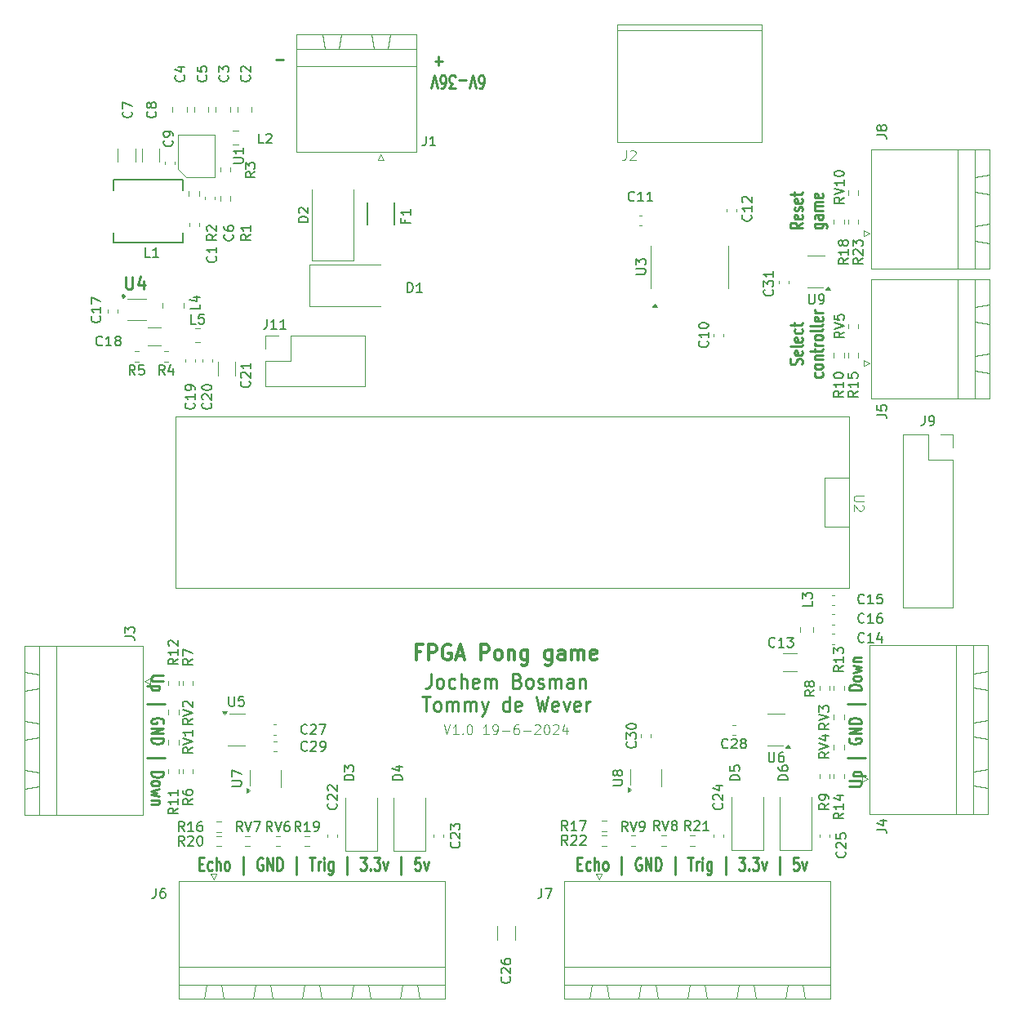
<source format=gbr>
%TF.GenerationSoftware,KiCad,Pcbnew,8.0.4*%
%TF.CreationDate,2024-09-25T08:20:50+02:00*%
%TF.ProjectId,pong_pcb,706f6e67-5f70-4636-922e-6b696361645f,rev?*%
%TF.SameCoordinates,Original*%
%TF.FileFunction,Legend,Top*%
%TF.FilePolarity,Positive*%
%FSLAX46Y46*%
G04 Gerber Fmt 4.6, Leading zero omitted, Abs format (unit mm)*
G04 Created by KiCad (PCBNEW 8.0.4) date 2024-09-25 08:20:50*
%MOMM*%
%LPD*%
G01*
G04 APERTURE LIST*
%ADD10C,0.250000*%
%ADD11C,0.375000*%
%ADD12C,0.100000*%
%ADD13C,0.150000*%
%ADD14C,0.254000*%
%ADD15C,0.120000*%
G04 APERTURE END LIST*
D10*
X103380951Y-46667333D02*
X102619047Y-46667333D01*
X102999999Y-46172095D02*
X102999999Y-47162571D01*
X74472095Y-110402568D02*
X73419714Y-110402568D01*
X73419714Y-110402568D02*
X73295904Y-110450187D01*
X73295904Y-110450187D02*
X73234000Y-110497806D01*
X73234000Y-110497806D02*
X73172095Y-110593044D01*
X73172095Y-110593044D02*
X73172095Y-110783520D01*
X73172095Y-110783520D02*
X73234000Y-110878758D01*
X73234000Y-110878758D02*
X73295904Y-110926377D01*
X73295904Y-110926377D02*
X73419714Y-110973996D01*
X73419714Y-110973996D02*
X74472095Y-110973996D01*
X74038761Y-111450187D02*
X72738761Y-111450187D01*
X73976857Y-111450187D02*
X74038761Y-111545425D01*
X74038761Y-111545425D02*
X74038761Y-111735901D01*
X74038761Y-111735901D02*
X73976857Y-111831139D01*
X73976857Y-111831139D02*
X73914952Y-111878758D01*
X73914952Y-111878758D02*
X73791142Y-111926377D01*
X73791142Y-111926377D02*
X73419714Y-111926377D01*
X73419714Y-111926377D02*
X73295904Y-111878758D01*
X73295904Y-111878758D02*
X73234000Y-111831139D01*
X73234000Y-111831139D02*
X73172095Y-111735901D01*
X73172095Y-111735901D02*
X73172095Y-111545425D01*
X73172095Y-111545425D02*
X73234000Y-111450187D01*
X72738761Y-113354949D02*
X74595904Y-113354949D01*
X74410190Y-115354949D02*
X74472095Y-115259711D01*
X74472095Y-115259711D02*
X74472095Y-115116854D01*
X74472095Y-115116854D02*
X74410190Y-114973997D01*
X74410190Y-114973997D02*
X74286380Y-114878759D01*
X74286380Y-114878759D02*
X74162571Y-114831140D01*
X74162571Y-114831140D02*
X73914952Y-114783521D01*
X73914952Y-114783521D02*
X73729238Y-114783521D01*
X73729238Y-114783521D02*
X73481619Y-114831140D01*
X73481619Y-114831140D02*
X73357809Y-114878759D01*
X73357809Y-114878759D02*
X73234000Y-114973997D01*
X73234000Y-114973997D02*
X73172095Y-115116854D01*
X73172095Y-115116854D02*
X73172095Y-115212092D01*
X73172095Y-115212092D02*
X73234000Y-115354949D01*
X73234000Y-115354949D02*
X73295904Y-115402568D01*
X73295904Y-115402568D02*
X73729238Y-115402568D01*
X73729238Y-115402568D02*
X73729238Y-115212092D01*
X73172095Y-115831140D02*
X74472095Y-115831140D01*
X74472095Y-115831140D02*
X73172095Y-116402568D01*
X73172095Y-116402568D02*
X74472095Y-116402568D01*
X73172095Y-116878759D02*
X74472095Y-116878759D01*
X74472095Y-116878759D02*
X74472095Y-117116854D01*
X74472095Y-117116854D02*
X74410190Y-117259711D01*
X74410190Y-117259711D02*
X74286380Y-117354949D01*
X74286380Y-117354949D02*
X74162571Y-117402568D01*
X74162571Y-117402568D02*
X73914952Y-117450187D01*
X73914952Y-117450187D02*
X73729238Y-117450187D01*
X73729238Y-117450187D02*
X73481619Y-117402568D01*
X73481619Y-117402568D02*
X73357809Y-117354949D01*
X73357809Y-117354949D02*
X73234000Y-117259711D01*
X73234000Y-117259711D02*
X73172095Y-117116854D01*
X73172095Y-117116854D02*
X73172095Y-116878759D01*
X72738761Y-118878759D02*
X74595904Y-118878759D01*
X73172095Y-120354950D02*
X74472095Y-120354950D01*
X74472095Y-120354950D02*
X74472095Y-120593045D01*
X74472095Y-120593045D02*
X74410190Y-120735902D01*
X74410190Y-120735902D02*
X74286380Y-120831140D01*
X74286380Y-120831140D02*
X74162571Y-120878759D01*
X74162571Y-120878759D02*
X73914952Y-120926378D01*
X73914952Y-120926378D02*
X73729238Y-120926378D01*
X73729238Y-120926378D02*
X73481619Y-120878759D01*
X73481619Y-120878759D02*
X73357809Y-120831140D01*
X73357809Y-120831140D02*
X73234000Y-120735902D01*
X73234000Y-120735902D02*
X73172095Y-120593045D01*
X73172095Y-120593045D02*
X73172095Y-120354950D01*
X73172095Y-121497807D02*
X73234000Y-121402569D01*
X73234000Y-121402569D02*
X73295904Y-121354950D01*
X73295904Y-121354950D02*
X73419714Y-121307331D01*
X73419714Y-121307331D02*
X73791142Y-121307331D01*
X73791142Y-121307331D02*
X73914952Y-121354950D01*
X73914952Y-121354950D02*
X73976857Y-121402569D01*
X73976857Y-121402569D02*
X74038761Y-121497807D01*
X74038761Y-121497807D02*
X74038761Y-121640664D01*
X74038761Y-121640664D02*
X73976857Y-121735902D01*
X73976857Y-121735902D02*
X73914952Y-121783521D01*
X73914952Y-121783521D02*
X73791142Y-121831140D01*
X73791142Y-121831140D02*
X73419714Y-121831140D01*
X73419714Y-121831140D02*
X73295904Y-121783521D01*
X73295904Y-121783521D02*
X73234000Y-121735902D01*
X73234000Y-121735902D02*
X73172095Y-121640664D01*
X73172095Y-121640664D02*
X73172095Y-121497807D01*
X74038761Y-122164474D02*
X73172095Y-122354950D01*
X73172095Y-122354950D02*
X73791142Y-122545426D01*
X73791142Y-122545426D02*
X73172095Y-122735902D01*
X73172095Y-122735902D02*
X74038761Y-122926378D01*
X74038761Y-123307331D02*
X73172095Y-123307331D01*
X73914952Y-123307331D02*
X73976857Y-123354950D01*
X73976857Y-123354950D02*
X74038761Y-123450188D01*
X74038761Y-123450188D02*
X74038761Y-123593045D01*
X74038761Y-123593045D02*
X73976857Y-123688283D01*
X73976857Y-123688283D02*
X73853047Y-123735902D01*
X73853047Y-123735902D02*
X73172095Y-123735902D01*
X145527904Y-121847431D02*
X146580285Y-121847431D01*
X146580285Y-121847431D02*
X146704095Y-121799812D01*
X146704095Y-121799812D02*
X146766000Y-121752193D01*
X146766000Y-121752193D02*
X146827904Y-121656955D01*
X146827904Y-121656955D02*
X146827904Y-121466479D01*
X146827904Y-121466479D02*
X146766000Y-121371241D01*
X146766000Y-121371241D02*
X146704095Y-121323622D01*
X146704095Y-121323622D02*
X146580285Y-121276003D01*
X146580285Y-121276003D02*
X145527904Y-121276003D01*
X145961238Y-120799812D02*
X147261238Y-120799812D01*
X146023142Y-120799812D02*
X145961238Y-120704574D01*
X145961238Y-120704574D02*
X145961238Y-120514098D01*
X145961238Y-120514098D02*
X146023142Y-120418860D01*
X146023142Y-120418860D02*
X146085047Y-120371241D01*
X146085047Y-120371241D02*
X146208857Y-120323622D01*
X146208857Y-120323622D02*
X146580285Y-120323622D01*
X146580285Y-120323622D02*
X146704095Y-120371241D01*
X146704095Y-120371241D02*
X146766000Y-120418860D01*
X146766000Y-120418860D02*
X146827904Y-120514098D01*
X146827904Y-120514098D02*
X146827904Y-120704574D01*
X146827904Y-120704574D02*
X146766000Y-120799812D01*
X147261238Y-118895050D02*
X145404095Y-118895050D01*
X145589809Y-116895050D02*
X145527904Y-116990288D01*
X145527904Y-116990288D02*
X145527904Y-117133145D01*
X145527904Y-117133145D02*
X145589809Y-117276002D01*
X145589809Y-117276002D02*
X145713619Y-117371240D01*
X145713619Y-117371240D02*
X145837428Y-117418859D01*
X145837428Y-117418859D02*
X146085047Y-117466478D01*
X146085047Y-117466478D02*
X146270761Y-117466478D01*
X146270761Y-117466478D02*
X146518380Y-117418859D01*
X146518380Y-117418859D02*
X146642190Y-117371240D01*
X146642190Y-117371240D02*
X146766000Y-117276002D01*
X146766000Y-117276002D02*
X146827904Y-117133145D01*
X146827904Y-117133145D02*
X146827904Y-117037907D01*
X146827904Y-117037907D02*
X146766000Y-116895050D01*
X146766000Y-116895050D02*
X146704095Y-116847431D01*
X146704095Y-116847431D02*
X146270761Y-116847431D01*
X146270761Y-116847431D02*
X146270761Y-117037907D01*
X146827904Y-116418859D02*
X145527904Y-116418859D01*
X145527904Y-116418859D02*
X146827904Y-115847431D01*
X146827904Y-115847431D02*
X145527904Y-115847431D01*
X146827904Y-115371240D02*
X145527904Y-115371240D01*
X145527904Y-115371240D02*
X145527904Y-115133145D01*
X145527904Y-115133145D02*
X145589809Y-114990288D01*
X145589809Y-114990288D02*
X145713619Y-114895050D01*
X145713619Y-114895050D02*
X145837428Y-114847431D01*
X145837428Y-114847431D02*
X146085047Y-114799812D01*
X146085047Y-114799812D02*
X146270761Y-114799812D01*
X146270761Y-114799812D02*
X146518380Y-114847431D01*
X146518380Y-114847431D02*
X146642190Y-114895050D01*
X146642190Y-114895050D02*
X146766000Y-114990288D01*
X146766000Y-114990288D02*
X146827904Y-115133145D01*
X146827904Y-115133145D02*
X146827904Y-115371240D01*
X147261238Y-113371240D02*
X145404095Y-113371240D01*
X146827904Y-111895049D02*
X145527904Y-111895049D01*
X145527904Y-111895049D02*
X145527904Y-111656954D01*
X145527904Y-111656954D02*
X145589809Y-111514097D01*
X145589809Y-111514097D02*
X145713619Y-111418859D01*
X145713619Y-111418859D02*
X145837428Y-111371240D01*
X145837428Y-111371240D02*
X146085047Y-111323621D01*
X146085047Y-111323621D02*
X146270761Y-111323621D01*
X146270761Y-111323621D02*
X146518380Y-111371240D01*
X146518380Y-111371240D02*
X146642190Y-111418859D01*
X146642190Y-111418859D02*
X146766000Y-111514097D01*
X146766000Y-111514097D02*
X146827904Y-111656954D01*
X146827904Y-111656954D02*
X146827904Y-111895049D01*
X146827904Y-110752192D02*
X146766000Y-110847430D01*
X146766000Y-110847430D02*
X146704095Y-110895049D01*
X146704095Y-110895049D02*
X146580285Y-110942668D01*
X146580285Y-110942668D02*
X146208857Y-110942668D01*
X146208857Y-110942668D02*
X146085047Y-110895049D01*
X146085047Y-110895049D02*
X146023142Y-110847430D01*
X146023142Y-110847430D02*
X145961238Y-110752192D01*
X145961238Y-110752192D02*
X145961238Y-110609335D01*
X145961238Y-110609335D02*
X146023142Y-110514097D01*
X146023142Y-110514097D02*
X146085047Y-110466478D01*
X146085047Y-110466478D02*
X146208857Y-110418859D01*
X146208857Y-110418859D02*
X146580285Y-110418859D01*
X146580285Y-110418859D02*
X146704095Y-110466478D01*
X146704095Y-110466478D02*
X146766000Y-110514097D01*
X146766000Y-110514097D02*
X146827904Y-110609335D01*
X146827904Y-110609335D02*
X146827904Y-110752192D01*
X145961238Y-110085525D02*
X146827904Y-109895049D01*
X146827904Y-109895049D02*
X146208857Y-109704573D01*
X146208857Y-109704573D02*
X146827904Y-109514097D01*
X146827904Y-109514097D02*
X145961238Y-109323621D01*
X145961238Y-108942668D02*
X146827904Y-108942668D01*
X146085047Y-108942668D02*
X146023142Y-108895049D01*
X146023142Y-108895049D02*
X145961238Y-108799811D01*
X145961238Y-108799811D02*
X145961238Y-108656954D01*
X145961238Y-108656954D02*
X146023142Y-108561716D01*
X146023142Y-108561716D02*
X146146952Y-108514097D01*
X146146952Y-108514097D02*
X146827904Y-108514097D01*
D11*
X101142857Y-107946595D02*
X100642857Y-107946595D01*
X100642857Y-108784690D02*
X100642857Y-107184690D01*
X100642857Y-107184690D02*
X101357143Y-107184690D01*
X101928571Y-108784690D02*
X101928571Y-107184690D01*
X101928571Y-107184690D02*
X102500000Y-107184690D01*
X102500000Y-107184690D02*
X102642857Y-107260880D01*
X102642857Y-107260880D02*
X102714286Y-107337071D01*
X102714286Y-107337071D02*
X102785714Y-107489452D01*
X102785714Y-107489452D02*
X102785714Y-107718023D01*
X102785714Y-107718023D02*
X102714286Y-107870404D01*
X102714286Y-107870404D02*
X102642857Y-107946595D01*
X102642857Y-107946595D02*
X102500000Y-108022785D01*
X102500000Y-108022785D02*
X101928571Y-108022785D01*
X104214286Y-107260880D02*
X104071429Y-107184690D01*
X104071429Y-107184690D02*
X103857143Y-107184690D01*
X103857143Y-107184690D02*
X103642857Y-107260880D01*
X103642857Y-107260880D02*
X103500000Y-107413261D01*
X103500000Y-107413261D02*
X103428571Y-107565642D01*
X103428571Y-107565642D02*
X103357143Y-107870404D01*
X103357143Y-107870404D02*
X103357143Y-108098976D01*
X103357143Y-108098976D02*
X103428571Y-108403738D01*
X103428571Y-108403738D02*
X103500000Y-108556119D01*
X103500000Y-108556119D02*
X103642857Y-108708500D01*
X103642857Y-108708500D02*
X103857143Y-108784690D01*
X103857143Y-108784690D02*
X104000000Y-108784690D01*
X104000000Y-108784690D02*
X104214286Y-108708500D01*
X104214286Y-108708500D02*
X104285714Y-108632309D01*
X104285714Y-108632309D02*
X104285714Y-108098976D01*
X104285714Y-108098976D02*
X104000000Y-108098976D01*
X104857143Y-108327547D02*
X105571429Y-108327547D01*
X104714286Y-108784690D02*
X105214286Y-107184690D01*
X105214286Y-107184690D02*
X105714286Y-108784690D01*
X107357142Y-108784690D02*
X107357142Y-107184690D01*
X107357142Y-107184690D02*
X107928571Y-107184690D01*
X107928571Y-107184690D02*
X108071428Y-107260880D01*
X108071428Y-107260880D02*
X108142857Y-107337071D01*
X108142857Y-107337071D02*
X108214285Y-107489452D01*
X108214285Y-107489452D02*
X108214285Y-107718023D01*
X108214285Y-107718023D02*
X108142857Y-107870404D01*
X108142857Y-107870404D02*
X108071428Y-107946595D01*
X108071428Y-107946595D02*
X107928571Y-108022785D01*
X107928571Y-108022785D02*
X107357142Y-108022785D01*
X109071428Y-108784690D02*
X108928571Y-108708500D01*
X108928571Y-108708500D02*
X108857142Y-108632309D01*
X108857142Y-108632309D02*
X108785714Y-108479928D01*
X108785714Y-108479928D02*
X108785714Y-108022785D01*
X108785714Y-108022785D02*
X108857142Y-107870404D01*
X108857142Y-107870404D02*
X108928571Y-107794214D01*
X108928571Y-107794214D02*
X109071428Y-107718023D01*
X109071428Y-107718023D02*
X109285714Y-107718023D01*
X109285714Y-107718023D02*
X109428571Y-107794214D01*
X109428571Y-107794214D02*
X109500000Y-107870404D01*
X109500000Y-107870404D02*
X109571428Y-108022785D01*
X109571428Y-108022785D02*
X109571428Y-108479928D01*
X109571428Y-108479928D02*
X109500000Y-108632309D01*
X109500000Y-108632309D02*
X109428571Y-108708500D01*
X109428571Y-108708500D02*
X109285714Y-108784690D01*
X109285714Y-108784690D02*
X109071428Y-108784690D01*
X110214285Y-107718023D02*
X110214285Y-108784690D01*
X110214285Y-107870404D02*
X110285714Y-107794214D01*
X110285714Y-107794214D02*
X110428571Y-107718023D01*
X110428571Y-107718023D02*
X110642857Y-107718023D01*
X110642857Y-107718023D02*
X110785714Y-107794214D01*
X110785714Y-107794214D02*
X110857143Y-107946595D01*
X110857143Y-107946595D02*
X110857143Y-108784690D01*
X112214286Y-107718023D02*
X112214286Y-109013261D01*
X112214286Y-109013261D02*
X112142857Y-109165642D01*
X112142857Y-109165642D02*
X112071428Y-109241833D01*
X112071428Y-109241833D02*
X111928571Y-109318023D01*
X111928571Y-109318023D02*
X111714286Y-109318023D01*
X111714286Y-109318023D02*
X111571428Y-109241833D01*
X112214286Y-108708500D02*
X112071428Y-108784690D01*
X112071428Y-108784690D02*
X111785714Y-108784690D01*
X111785714Y-108784690D02*
X111642857Y-108708500D01*
X111642857Y-108708500D02*
X111571428Y-108632309D01*
X111571428Y-108632309D02*
X111500000Y-108479928D01*
X111500000Y-108479928D02*
X111500000Y-108022785D01*
X111500000Y-108022785D02*
X111571428Y-107870404D01*
X111571428Y-107870404D02*
X111642857Y-107794214D01*
X111642857Y-107794214D02*
X111785714Y-107718023D01*
X111785714Y-107718023D02*
X112071428Y-107718023D01*
X112071428Y-107718023D02*
X112214286Y-107794214D01*
X114714286Y-107718023D02*
X114714286Y-109013261D01*
X114714286Y-109013261D02*
X114642857Y-109165642D01*
X114642857Y-109165642D02*
X114571428Y-109241833D01*
X114571428Y-109241833D02*
X114428571Y-109318023D01*
X114428571Y-109318023D02*
X114214286Y-109318023D01*
X114214286Y-109318023D02*
X114071428Y-109241833D01*
X114714286Y-108708500D02*
X114571428Y-108784690D01*
X114571428Y-108784690D02*
X114285714Y-108784690D01*
X114285714Y-108784690D02*
X114142857Y-108708500D01*
X114142857Y-108708500D02*
X114071428Y-108632309D01*
X114071428Y-108632309D02*
X114000000Y-108479928D01*
X114000000Y-108479928D02*
X114000000Y-108022785D01*
X114000000Y-108022785D02*
X114071428Y-107870404D01*
X114071428Y-107870404D02*
X114142857Y-107794214D01*
X114142857Y-107794214D02*
X114285714Y-107718023D01*
X114285714Y-107718023D02*
X114571428Y-107718023D01*
X114571428Y-107718023D02*
X114714286Y-107794214D01*
X116071429Y-108784690D02*
X116071429Y-107946595D01*
X116071429Y-107946595D02*
X116000000Y-107794214D01*
X116000000Y-107794214D02*
X115857143Y-107718023D01*
X115857143Y-107718023D02*
X115571429Y-107718023D01*
X115571429Y-107718023D02*
X115428571Y-107794214D01*
X116071429Y-108708500D02*
X115928571Y-108784690D01*
X115928571Y-108784690D02*
X115571429Y-108784690D01*
X115571429Y-108784690D02*
X115428571Y-108708500D01*
X115428571Y-108708500D02*
X115357143Y-108556119D01*
X115357143Y-108556119D02*
X115357143Y-108403738D01*
X115357143Y-108403738D02*
X115428571Y-108251357D01*
X115428571Y-108251357D02*
X115571429Y-108175166D01*
X115571429Y-108175166D02*
X115928571Y-108175166D01*
X115928571Y-108175166D02*
X116071429Y-108098976D01*
X116785714Y-108784690D02*
X116785714Y-107718023D01*
X116785714Y-107870404D02*
X116857143Y-107794214D01*
X116857143Y-107794214D02*
X117000000Y-107718023D01*
X117000000Y-107718023D02*
X117214286Y-107718023D01*
X117214286Y-107718023D02*
X117357143Y-107794214D01*
X117357143Y-107794214D02*
X117428572Y-107946595D01*
X117428572Y-107946595D02*
X117428572Y-108784690D01*
X117428572Y-107946595D02*
X117500000Y-107794214D01*
X117500000Y-107794214D02*
X117642857Y-107718023D01*
X117642857Y-107718023D02*
X117857143Y-107718023D01*
X117857143Y-107718023D02*
X118000000Y-107794214D01*
X118000000Y-107794214D02*
X118071429Y-107946595D01*
X118071429Y-107946595D02*
X118071429Y-108784690D01*
X119357143Y-108708500D02*
X119214286Y-108784690D01*
X119214286Y-108784690D02*
X118928572Y-108784690D01*
X118928572Y-108784690D02*
X118785714Y-108708500D01*
X118785714Y-108708500D02*
X118714286Y-108556119D01*
X118714286Y-108556119D02*
X118714286Y-107946595D01*
X118714286Y-107946595D02*
X118785714Y-107794214D01*
X118785714Y-107794214D02*
X118928572Y-107718023D01*
X118928572Y-107718023D02*
X119214286Y-107718023D01*
X119214286Y-107718023D02*
X119357143Y-107794214D01*
X119357143Y-107794214D02*
X119428572Y-107946595D01*
X119428572Y-107946595D02*
X119428572Y-108098976D01*
X119428572Y-108098976D02*
X118714286Y-108251357D01*
D12*
X103523810Y-115472419D02*
X103857143Y-116472419D01*
X103857143Y-116472419D02*
X104190476Y-115472419D01*
X105047619Y-116472419D02*
X104476191Y-116472419D01*
X104761905Y-116472419D02*
X104761905Y-115472419D01*
X104761905Y-115472419D02*
X104666667Y-115615276D01*
X104666667Y-115615276D02*
X104571429Y-115710514D01*
X104571429Y-115710514D02*
X104476191Y-115758133D01*
X105476191Y-116377180D02*
X105523810Y-116424800D01*
X105523810Y-116424800D02*
X105476191Y-116472419D01*
X105476191Y-116472419D02*
X105428572Y-116424800D01*
X105428572Y-116424800D02*
X105476191Y-116377180D01*
X105476191Y-116377180D02*
X105476191Y-116472419D01*
X106142857Y-115472419D02*
X106238095Y-115472419D01*
X106238095Y-115472419D02*
X106333333Y-115520038D01*
X106333333Y-115520038D02*
X106380952Y-115567657D01*
X106380952Y-115567657D02*
X106428571Y-115662895D01*
X106428571Y-115662895D02*
X106476190Y-115853371D01*
X106476190Y-115853371D02*
X106476190Y-116091466D01*
X106476190Y-116091466D02*
X106428571Y-116281942D01*
X106428571Y-116281942D02*
X106380952Y-116377180D01*
X106380952Y-116377180D02*
X106333333Y-116424800D01*
X106333333Y-116424800D02*
X106238095Y-116472419D01*
X106238095Y-116472419D02*
X106142857Y-116472419D01*
X106142857Y-116472419D02*
X106047619Y-116424800D01*
X106047619Y-116424800D02*
X106000000Y-116377180D01*
X106000000Y-116377180D02*
X105952381Y-116281942D01*
X105952381Y-116281942D02*
X105904762Y-116091466D01*
X105904762Y-116091466D02*
X105904762Y-115853371D01*
X105904762Y-115853371D02*
X105952381Y-115662895D01*
X105952381Y-115662895D02*
X106000000Y-115567657D01*
X106000000Y-115567657D02*
X106047619Y-115520038D01*
X106047619Y-115520038D02*
X106142857Y-115472419D01*
X108190476Y-116472419D02*
X107619048Y-116472419D01*
X107904762Y-116472419D02*
X107904762Y-115472419D01*
X107904762Y-115472419D02*
X107809524Y-115615276D01*
X107809524Y-115615276D02*
X107714286Y-115710514D01*
X107714286Y-115710514D02*
X107619048Y-115758133D01*
X108666667Y-116472419D02*
X108857143Y-116472419D01*
X108857143Y-116472419D02*
X108952381Y-116424800D01*
X108952381Y-116424800D02*
X109000000Y-116377180D01*
X109000000Y-116377180D02*
X109095238Y-116234323D01*
X109095238Y-116234323D02*
X109142857Y-116043847D01*
X109142857Y-116043847D02*
X109142857Y-115662895D01*
X109142857Y-115662895D02*
X109095238Y-115567657D01*
X109095238Y-115567657D02*
X109047619Y-115520038D01*
X109047619Y-115520038D02*
X108952381Y-115472419D01*
X108952381Y-115472419D02*
X108761905Y-115472419D01*
X108761905Y-115472419D02*
X108666667Y-115520038D01*
X108666667Y-115520038D02*
X108619048Y-115567657D01*
X108619048Y-115567657D02*
X108571429Y-115662895D01*
X108571429Y-115662895D02*
X108571429Y-115900990D01*
X108571429Y-115900990D02*
X108619048Y-115996228D01*
X108619048Y-115996228D02*
X108666667Y-116043847D01*
X108666667Y-116043847D02*
X108761905Y-116091466D01*
X108761905Y-116091466D02*
X108952381Y-116091466D01*
X108952381Y-116091466D02*
X109047619Y-116043847D01*
X109047619Y-116043847D02*
X109095238Y-115996228D01*
X109095238Y-115996228D02*
X109142857Y-115900990D01*
X109571429Y-116091466D02*
X110333334Y-116091466D01*
X111238095Y-115472419D02*
X111047619Y-115472419D01*
X111047619Y-115472419D02*
X110952381Y-115520038D01*
X110952381Y-115520038D02*
X110904762Y-115567657D01*
X110904762Y-115567657D02*
X110809524Y-115710514D01*
X110809524Y-115710514D02*
X110761905Y-115900990D01*
X110761905Y-115900990D02*
X110761905Y-116281942D01*
X110761905Y-116281942D02*
X110809524Y-116377180D01*
X110809524Y-116377180D02*
X110857143Y-116424800D01*
X110857143Y-116424800D02*
X110952381Y-116472419D01*
X110952381Y-116472419D02*
X111142857Y-116472419D01*
X111142857Y-116472419D02*
X111238095Y-116424800D01*
X111238095Y-116424800D02*
X111285714Y-116377180D01*
X111285714Y-116377180D02*
X111333333Y-116281942D01*
X111333333Y-116281942D02*
X111333333Y-116043847D01*
X111333333Y-116043847D02*
X111285714Y-115948609D01*
X111285714Y-115948609D02*
X111238095Y-115900990D01*
X111238095Y-115900990D02*
X111142857Y-115853371D01*
X111142857Y-115853371D02*
X110952381Y-115853371D01*
X110952381Y-115853371D02*
X110857143Y-115900990D01*
X110857143Y-115900990D02*
X110809524Y-115948609D01*
X110809524Y-115948609D02*
X110761905Y-116043847D01*
X111761905Y-116091466D02*
X112523810Y-116091466D01*
X112952381Y-115567657D02*
X113000000Y-115520038D01*
X113000000Y-115520038D02*
X113095238Y-115472419D01*
X113095238Y-115472419D02*
X113333333Y-115472419D01*
X113333333Y-115472419D02*
X113428571Y-115520038D01*
X113428571Y-115520038D02*
X113476190Y-115567657D01*
X113476190Y-115567657D02*
X113523809Y-115662895D01*
X113523809Y-115662895D02*
X113523809Y-115758133D01*
X113523809Y-115758133D02*
X113476190Y-115900990D01*
X113476190Y-115900990D02*
X112904762Y-116472419D01*
X112904762Y-116472419D02*
X113523809Y-116472419D01*
X114142857Y-115472419D02*
X114238095Y-115472419D01*
X114238095Y-115472419D02*
X114333333Y-115520038D01*
X114333333Y-115520038D02*
X114380952Y-115567657D01*
X114380952Y-115567657D02*
X114428571Y-115662895D01*
X114428571Y-115662895D02*
X114476190Y-115853371D01*
X114476190Y-115853371D02*
X114476190Y-116091466D01*
X114476190Y-116091466D02*
X114428571Y-116281942D01*
X114428571Y-116281942D02*
X114380952Y-116377180D01*
X114380952Y-116377180D02*
X114333333Y-116424800D01*
X114333333Y-116424800D02*
X114238095Y-116472419D01*
X114238095Y-116472419D02*
X114142857Y-116472419D01*
X114142857Y-116472419D02*
X114047619Y-116424800D01*
X114047619Y-116424800D02*
X114000000Y-116377180D01*
X114000000Y-116377180D02*
X113952381Y-116281942D01*
X113952381Y-116281942D02*
X113904762Y-116091466D01*
X113904762Y-116091466D02*
X113904762Y-115853371D01*
X113904762Y-115853371D02*
X113952381Y-115662895D01*
X113952381Y-115662895D02*
X114000000Y-115567657D01*
X114000000Y-115567657D02*
X114047619Y-115520038D01*
X114047619Y-115520038D02*
X114142857Y-115472419D01*
X114857143Y-115567657D02*
X114904762Y-115520038D01*
X114904762Y-115520038D02*
X115000000Y-115472419D01*
X115000000Y-115472419D02*
X115238095Y-115472419D01*
X115238095Y-115472419D02*
X115333333Y-115520038D01*
X115333333Y-115520038D02*
X115380952Y-115567657D01*
X115380952Y-115567657D02*
X115428571Y-115662895D01*
X115428571Y-115662895D02*
X115428571Y-115758133D01*
X115428571Y-115758133D02*
X115380952Y-115900990D01*
X115380952Y-115900990D02*
X114809524Y-116472419D01*
X114809524Y-116472419D02*
X115428571Y-116472419D01*
X116285714Y-115805752D02*
X116285714Y-116472419D01*
X116047619Y-115424800D02*
X115809524Y-116139085D01*
X115809524Y-116139085D02*
X116428571Y-116139085D01*
D10*
X86880952Y-46548285D02*
X86119047Y-46548285D01*
X140734977Y-63438095D02*
X140115930Y-63771428D01*
X140734977Y-64009523D02*
X139434977Y-64009523D01*
X139434977Y-64009523D02*
X139434977Y-63628571D01*
X139434977Y-63628571D02*
X139496882Y-63533333D01*
X139496882Y-63533333D02*
X139558787Y-63485714D01*
X139558787Y-63485714D02*
X139682596Y-63438095D01*
X139682596Y-63438095D02*
X139868311Y-63438095D01*
X139868311Y-63438095D02*
X139992120Y-63485714D01*
X139992120Y-63485714D02*
X140054025Y-63533333D01*
X140054025Y-63533333D02*
X140115930Y-63628571D01*
X140115930Y-63628571D02*
X140115930Y-64009523D01*
X140673073Y-62628571D02*
X140734977Y-62723809D01*
X140734977Y-62723809D02*
X140734977Y-62914285D01*
X140734977Y-62914285D02*
X140673073Y-63009523D01*
X140673073Y-63009523D02*
X140549263Y-63057142D01*
X140549263Y-63057142D02*
X140054025Y-63057142D01*
X140054025Y-63057142D02*
X139930215Y-63009523D01*
X139930215Y-63009523D02*
X139868311Y-62914285D01*
X139868311Y-62914285D02*
X139868311Y-62723809D01*
X139868311Y-62723809D02*
X139930215Y-62628571D01*
X139930215Y-62628571D02*
X140054025Y-62580952D01*
X140054025Y-62580952D02*
X140177834Y-62580952D01*
X140177834Y-62580952D02*
X140301644Y-63057142D01*
X140673073Y-62199999D02*
X140734977Y-62104761D01*
X140734977Y-62104761D02*
X140734977Y-61914285D01*
X140734977Y-61914285D02*
X140673073Y-61819047D01*
X140673073Y-61819047D02*
X140549263Y-61771428D01*
X140549263Y-61771428D02*
X140487358Y-61771428D01*
X140487358Y-61771428D02*
X140363549Y-61819047D01*
X140363549Y-61819047D02*
X140301644Y-61914285D01*
X140301644Y-61914285D02*
X140301644Y-62057142D01*
X140301644Y-62057142D02*
X140239739Y-62152380D01*
X140239739Y-62152380D02*
X140115930Y-62199999D01*
X140115930Y-62199999D02*
X140054025Y-62199999D01*
X140054025Y-62199999D02*
X139930215Y-62152380D01*
X139930215Y-62152380D02*
X139868311Y-62057142D01*
X139868311Y-62057142D02*
X139868311Y-61914285D01*
X139868311Y-61914285D02*
X139930215Y-61819047D01*
X140673073Y-60961904D02*
X140734977Y-61057142D01*
X140734977Y-61057142D02*
X140734977Y-61247618D01*
X140734977Y-61247618D02*
X140673073Y-61342856D01*
X140673073Y-61342856D02*
X140549263Y-61390475D01*
X140549263Y-61390475D02*
X140054025Y-61390475D01*
X140054025Y-61390475D02*
X139930215Y-61342856D01*
X139930215Y-61342856D02*
X139868311Y-61247618D01*
X139868311Y-61247618D02*
X139868311Y-61057142D01*
X139868311Y-61057142D02*
X139930215Y-60961904D01*
X139930215Y-60961904D02*
X140054025Y-60914285D01*
X140054025Y-60914285D02*
X140177834Y-60914285D01*
X140177834Y-60914285D02*
X140301644Y-61390475D01*
X139868311Y-60628570D02*
X139868311Y-60247618D01*
X139434977Y-60485713D02*
X140549263Y-60485713D01*
X140549263Y-60485713D02*
X140673073Y-60438094D01*
X140673073Y-60438094D02*
X140734977Y-60342856D01*
X140734977Y-60342856D02*
X140734977Y-60247618D01*
X141961238Y-63533333D02*
X143013619Y-63533333D01*
X143013619Y-63533333D02*
X143137428Y-63580952D01*
X143137428Y-63580952D02*
X143199333Y-63628571D01*
X143199333Y-63628571D02*
X143261238Y-63723809D01*
X143261238Y-63723809D02*
X143261238Y-63866666D01*
X143261238Y-63866666D02*
X143199333Y-63961904D01*
X142766000Y-63533333D02*
X142827904Y-63628571D01*
X142827904Y-63628571D02*
X142827904Y-63819047D01*
X142827904Y-63819047D02*
X142766000Y-63914285D01*
X142766000Y-63914285D02*
X142704095Y-63961904D01*
X142704095Y-63961904D02*
X142580285Y-64009523D01*
X142580285Y-64009523D02*
X142208857Y-64009523D01*
X142208857Y-64009523D02*
X142085047Y-63961904D01*
X142085047Y-63961904D02*
X142023142Y-63914285D01*
X142023142Y-63914285D02*
X141961238Y-63819047D01*
X141961238Y-63819047D02*
X141961238Y-63628571D01*
X141961238Y-63628571D02*
X142023142Y-63533333D01*
X142827904Y-62628571D02*
X142146952Y-62628571D01*
X142146952Y-62628571D02*
X142023142Y-62676190D01*
X142023142Y-62676190D02*
X141961238Y-62771428D01*
X141961238Y-62771428D02*
X141961238Y-62961904D01*
X141961238Y-62961904D02*
X142023142Y-63057142D01*
X142766000Y-62628571D02*
X142827904Y-62723809D01*
X142827904Y-62723809D02*
X142827904Y-62961904D01*
X142827904Y-62961904D02*
X142766000Y-63057142D01*
X142766000Y-63057142D02*
X142642190Y-63104761D01*
X142642190Y-63104761D02*
X142518380Y-63104761D01*
X142518380Y-63104761D02*
X142394571Y-63057142D01*
X142394571Y-63057142D02*
X142332666Y-62961904D01*
X142332666Y-62961904D02*
X142332666Y-62723809D01*
X142332666Y-62723809D02*
X142270761Y-62628571D01*
X142827904Y-62152380D02*
X141961238Y-62152380D01*
X142085047Y-62152380D02*
X142023142Y-62104761D01*
X142023142Y-62104761D02*
X141961238Y-62009523D01*
X141961238Y-62009523D02*
X141961238Y-61866666D01*
X141961238Y-61866666D02*
X142023142Y-61771428D01*
X142023142Y-61771428D02*
X142146952Y-61723809D01*
X142146952Y-61723809D02*
X142827904Y-61723809D01*
X142146952Y-61723809D02*
X142023142Y-61676190D01*
X142023142Y-61676190D02*
X141961238Y-61580952D01*
X141961238Y-61580952D02*
X141961238Y-61438095D01*
X141961238Y-61438095D02*
X142023142Y-61342856D01*
X142023142Y-61342856D02*
X142146952Y-61295237D01*
X142146952Y-61295237D02*
X142827904Y-61295237D01*
X142766000Y-60438095D02*
X142827904Y-60533333D01*
X142827904Y-60533333D02*
X142827904Y-60723809D01*
X142827904Y-60723809D02*
X142766000Y-60819047D01*
X142766000Y-60819047D02*
X142642190Y-60866666D01*
X142642190Y-60866666D02*
X142146952Y-60866666D01*
X142146952Y-60866666D02*
X142023142Y-60819047D01*
X142023142Y-60819047D02*
X141961238Y-60723809D01*
X141961238Y-60723809D02*
X141961238Y-60533333D01*
X141961238Y-60533333D02*
X142023142Y-60438095D01*
X142023142Y-60438095D02*
X142146952Y-60390476D01*
X142146952Y-60390476D02*
X142270761Y-60390476D01*
X142270761Y-60390476D02*
X142394571Y-60866666D01*
X78152568Y-129896952D02*
X78485901Y-129896952D01*
X78628758Y-130577904D02*
X78152568Y-130577904D01*
X78152568Y-130577904D02*
X78152568Y-129277904D01*
X78152568Y-129277904D02*
X78628758Y-129277904D01*
X79485901Y-130516000D02*
X79390663Y-130577904D01*
X79390663Y-130577904D02*
X79200187Y-130577904D01*
X79200187Y-130577904D02*
X79104949Y-130516000D01*
X79104949Y-130516000D02*
X79057330Y-130454095D01*
X79057330Y-130454095D02*
X79009711Y-130330285D01*
X79009711Y-130330285D02*
X79009711Y-129958857D01*
X79009711Y-129958857D02*
X79057330Y-129835047D01*
X79057330Y-129835047D02*
X79104949Y-129773142D01*
X79104949Y-129773142D02*
X79200187Y-129711238D01*
X79200187Y-129711238D02*
X79390663Y-129711238D01*
X79390663Y-129711238D02*
X79485901Y-129773142D01*
X79914473Y-130577904D02*
X79914473Y-129277904D01*
X80343044Y-130577904D02*
X80343044Y-129896952D01*
X80343044Y-129896952D02*
X80295425Y-129773142D01*
X80295425Y-129773142D02*
X80200187Y-129711238D01*
X80200187Y-129711238D02*
X80057330Y-129711238D01*
X80057330Y-129711238D02*
X79962092Y-129773142D01*
X79962092Y-129773142D02*
X79914473Y-129835047D01*
X80962092Y-130577904D02*
X80866854Y-130516000D01*
X80866854Y-130516000D02*
X80819235Y-130454095D01*
X80819235Y-130454095D02*
X80771616Y-130330285D01*
X80771616Y-130330285D02*
X80771616Y-129958857D01*
X80771616Y-129958857D02*
X80819235Y-129835047D01*
X80819235Y-129835047D02*
X80866854Y-129773142D01*
X80866854Y-129773142D02*
X80962092Y-129711238D01*
X80962092Y-129711238D02*
X81104949Y-129711238D01*
X81104949Y-129711238D02*
X81200187Y-129773142D01*
X81200187Y-129773142D02*
X81247806Y-129835047D01*
X81247806Y-129835047D02*
X81295425Y-129958857D01*
X81295425Y-129958857D02*
X81295425Y-130330285D01*
X81295425Y-130330285D02*
X81247806Y-130454095D01*
X81247806Y-130454095D02*
X81200187Y-130516000D01*
X81200187Y-130516000D02*
X81104949Y-130577904D01*
X81104949Y-130577904D02*
X80962092Y-130577904D01*
X82723997Y-131011238D02*
X82723997Y-129154095D01*
X84723997Y-129339809D02*
X84628759Y-129277904D01*
X84628759Y-129277904D02*
X84485902Y-129277904D01*
X84485902Y-129277904D02*
X84343045Y-129339809D01*
X84343045Y-129339809D02*
X84247807Y-129463619D01*
X84247807Y-129463619D02*
X84200188Y-129587428D01*
X84200188Y-129587428D02*
X84152569Y-129835047D01*
X84152569Y-129835047D02*
X84152569Y-130020761D01*
X84152569Y-130020761D02*
X84200188Y-130268380D01*
X84200188Y-130268380D02*
X84247807Y-130392190D01*
X84247807Y-130392190D02*
X84343045Y-130516000D01*
X84343045Y-130516000D02*
X84485902Y-130577904D01*
X84485902Y-130577904D02*
X84581140Y-130577904D01*
X84581140Y-130577904D02*
X84723997Y-130516000D01*
X84723997Y-130516000D02*
X84771616Y-130454095D01*
X84771616Y-130454095D02*
X84771616Y-130020761D01*
X84771616Y-130020761D02*
X84581140Y-130020761D01*
X85200188Y-130577904D02*
X85200188Y-129277904D01*
X85200188Y-129277904D02*
X85771616Y-130577904D01*
X85771616Y-130577904D02*
X85771616Y-129277904D01*
X86247807Y-130577904D02*
X86247807Y-129277904D01*
X86247807Y-129277904D02*
X86485902Y-129277904D01*
X86485902Y-129277904D02*
X86628759Y-129339809D01*
X86628759Y-129339809D02*
X86723997Y-129463619D01*
X86723997Y-129463619D02*
X86771616Y-129587428D01*
X86771616Y-129587428D02*
X86819235Y-129835047D01*
X86819235Y-129835047D02*
X86819235Y-130020761D01*
X86819235Y-130020761D02*
X86771616Y-130268380D01*
X86771616Y-130268380D02*
X86723997Y-130392190D01*
X86723997Y-130392190D02*
X86628759Y-130516000D01*
X86628759Y-130516000D02*
X86485902Y-130577904D01*
X86485902Y-130577904D02*
X86247807Y-130577904D01*
X88247807Y-131011238D02*
X88247807Y-129154095D01*
X89581141Y-129277904D02*
X90152569Y-129277904D01*
X89866855Y-130577904D02*
X89866855Y-129277904D01*
X90485903Y-130577904D02*
X90485903Y-129711238D01*
X90485903Y-129958857D02*
X90533522Y-129835047D01*
X90533522Y-129835047D02*
X90581141Y-129773142D01*
X90581141Y-129773142D02*
X90676379Y-129711238D01*
X90676379Y-129711238D02*
X90771617Y-129711238D01*
X91104951Y-130577904D02*
X91104951Y-129711238D01*
X91104951Y-129277904D02*
X91057332Y-129339809D01*
X91057332Y-129339809D02*
X91104951Y-129401714D01*
X91104951Y-129401714D02*
X91152570Y-129339809D01*
X91152570Y-129339809D02*
X91104951Y-129277904D01*
X91104951Y-129277904D02*
X91104951Y-129401714D01*
X92009712Y-129711238D02*
X92009712Y-130763619D01*
X92009712Y-130763619D02*
X91962093Y-130887428D01*
X91962093Y-130887428D02*
X91914474Y-130949333D01*
X91914474Y-130949333D02*
X91819236Y-131011238D01*
X91819236Y-131011238D02*
X91676379Y-131011238D01*
X91676379Y-131011238D02*
X91581141Y-130949333D01*
X92009712Y-130516000D02*
X91914474Y-130577904D01*
X91914474Y-130577904D02*
X91723998Y-130577904D01*
X91723998Y-130577904D02*
X91628760Y-130516000D01*
X91628760Y-130516000D02*
X91581141Y-130454095D01*
X91581141Y-130454095D02*
X91533522Y-130330285D01*
X91533522Y-130330285D02*
X91533522Y-129958857D01*
X91533522Y-129958857D02*
X91581141Y-129835047D01*
X91581141Y-129835047D02*
X91628760Y-129773142D01*
X91628760Y-129773142D02*
X91723998Y-129711238D01*
X91723998Y-129711238D02*
X91914474Y-129711238D01*
X91914474Y-129711238D02*
X92009712Y-129773142D01*
X93485903Y-131011238D02*
X93485903Y-129154095D01*
X94866856Y-129277904D02*
X95485903Y-129277904D01*
X95485903Y-129277904D02*
X95152570Y-129773142D01*
X95152570Y-129773142D02*
X95295427Y-129773142D01*
X95295427Y-129773142D02*
X95390665Y-129835047D01*
X95390665Y-129835047D02*
X95438284Y-129896952D01*
X95438284Y-129896952D02*
X95485903Y-130020761D01*
X95485903Y-130020761D02*
X95485903Y-130330285D01*
X95485903Y-130330285D02*
X95438284Y-130454095D01*
X95438284Y-130454095D02*
X95390665Y-130516000D01*
X95390665Y-130516000D02*
X95295427Y-130577904D01*
X95295427Y-130577904D02*
X95009713Y-130577904D01*
X95009713Y-130577904D02*
X94914475Y-130516000D01*
X94914475Y-130516000D02*
X94866856Y-130454095D01*
X95914475Y-130454095D02*
X95962094Y-130516000D01*
X95962094Y-130516000D02*
X95914475Y-130577904D01*
X95914475Y-130577904D02*
X95866856Y-130516000D01*
X95866856Y-130516000D02*
X95914475Y-130454095D01*
X95914475Y-130454095D02*
X95914475Y-130577904D01*
X96295427Y-129277904D02*
X96914474Y-129277904D01*
X96914474Y-129277904D02*
X96581141Y-129773142D01*
X96581141Y-129773142D02*
X96723998Y-129773142D01*
X96723998Y-129773142D02*
X96819236Y-129835047D01*
X96819236Y-129835047D02*
X96866855Y-129896952D01*
X96866855Y-129896952D02*
X96914474Y-130020761D01*
X96914474Y-130020761D02*
X96914474Y-130330285D01*
X96914474Y-130330285D02*
X96866855Y-130454095D01*
X96866855Y-130454095D02*
X96819236Y-130516000D01*
X96819236Y-130516000D02*
X96723998Y-130577904D01*
X96723998Y-130577904D02*
X96438284Y-130577904D01*
X96438284Y-130577904D02*
X96343046Y-130516000D01*
X96343046Y-130516000D02*
X96295427Y-130454095D01*
X97247808Y-129711238D02*
X97485903Y-130577904D01*
X97485903Y-130577904D02*
X97723998Y-129711238D01*
X99104951Y-131011238D02*
X99104951Y-129154095D01*
X101057332Y-129277904D02*
X100581142Y-129277904D01*
X100581142Y-129277904D02*
X100533523Y-129896952D01*
X100533523Y-129896952D02*
X100581142Y-129835047D01*
X100581142Y-129835047D02*
X100676380Y-129773142D01*
X100676380Y-129773142D02*
X100914475Y-129773142D01*
X100914475Y-129773142D02*
X101009713Y-129835047D01*
X101009713Y-129835047D02*
X101057332Y-129896952D01*
X101057332Y-129896952D02*
X101104951Y-130020761D01*
X101104951Y-130020761D02*
X101104951Y-130330285D01*
X101104951Y-130330285D02*
X101057332Y-130454095D01*
X101057332Y-130454095D02*
X101009713Y-130516000D01*
X101009713Y-130516000D02*
X100914475Y-130577904D01*
X100914475Y-130577904D02*
X100676380Y-130577904D01*
X100676380Y-130577904D02*
X100581142Y-130516000D01*
X100581142Y-130516000D02*
X100533523Y-130454095D01*
X101438285Y-129711238D02*
X101676380Y-130577904D01*
X101676380Y-130577904D02*
X101914475Y-129711238D01*
X140673073Y-78119047D02*
X140734977Y-77976190D01*
X140734977Y-77976190D02*
X140734977Y-77738095D01*
X140734977Y-77738095D02*
X140673073Y-77642857D01*
X140673073Y-77642857D02*
X140611168Y-77595238D01*
X140611168Y-77595238D02*
X140487358Y-77547619D01*
X140487358Y-77547619D02*
X140363549Y-77547619D01*
X140363549Y-77547619D02*
X140239739Y-77595238D01*
X140239739Y-77595238D02*
X140177834Y-77642857D01*
X140177834Y-77642857D02*
X140115930Y-77738095D01*
X140115930Y-77738095D02*
X140054025Y-77928571D01*
X140054025Y-77928571D02*
X139992120Y-78023809D01*
X139992120Y-78023809D02*
X139930215Y-78071428D01*
X139930215Y-78071428D02*
X139806406Y-78119047D01*
X139806406Y-78119047D02*
X139682596Y-78119047D01*
X139682596Y-78119047D02*
X139558787Y-78071428D01*
X139558787Y-78071428D02*
X139496882Y-78023809D01*
X139496882Y-78023809D02*
X139434977Y-77928571D01*
X139434977Y-77928571D02*
X139434977Y-77690476D01*
X139434977Y-77690476D02*
X139496882Y-77547619D01*
X140673073Y-76738095D02*
X140734977Y-76833333D01*
X140734977Y-76833333D02*
X140734977Y-77023809D01*
X140734977Y-77023809D02*
X140673073Y-77119047D01*
X140673073Y-77119047D02*
X140549263Y-77166666D01*
X140549263Y-77166666D02*
X140054025Y-77166666D01*
X140054025Y-77166666D02*
X139930215Y-77119047D01*
X139930215Y-77119047D02*
X139868311Y-77023809D01*
X139868311Y-77023809D02*
X139868311Y-76833333D01*
X139868311Y-76833333D02*
X139930215Y-76738095D01*
X139930215Y-76738095D02*
X140054025Y-76690476D01*
X140054025Y-76690476D02*
X140177834Y-76690476D01*
X140177834Y-76690476D02*
X140301644Y-77166666D01*
X140734977Y-76119047D02*
X140673073Y-76214285D01*
X140673073Y-76214285D02*
X140549263Y-76261904D01*
X140549263Y-76261904D02*
X139434977Y-76261904D01*
X140673073Y-75357142D02*
X140734977Y-75452380D01*
X140734977Y-75452380D02*
X140734977Y-75642856D01*
X140734977Y-75642856D02*
X140673073Y-75738094D01*
X140673073Y-75738094D02*
X140549263Y-75785713D01*
X140549263Y-75785713D02*
X140054025Y-75785713D01*
X140054025Y-75785713D02*
X139930215Y-75738094D01*
X139930215Y-75738094D02*
X139868311Y-75642856D01*
X139868311Y-75642856D02*
X139868311Y-75452380D01*
X139868311Y-75452380D02*
X139930215Y-75357142D01*
X139930215Y-75357142D02*
X140054025Y-75309523D01*
X140054025Y-75309523D02*
X140177834Y-75309523D01*
X140177834Y-75309523D02*
X140301644Y-75785713D01*
X140673073Y-74452380D02*
X140734977Y-74547618D01*
X140734977Y-74547618D02*
X140734977Y-74738094D01*
X140734977Y-74738094D02*
X140673073Y-74833332D01*
X140673073Y-74833332D02*
X140611168Y-74880951D01*
X140611168Y-74880951D02*
X140487358Y-74928570D01*
X140487358Y-74928570D02*
X140115930Y-74928570D01*
X140115930Y-74928570D02*
X139992120Y-74880951D01*
X139992120Y-74880951D02*
X139930215Y-74833332D01*
X139930215Y-74833332D02*
X139868311Y-74738094D01*
X139868311Y-74738094D02*
X139868311Y-74547618D01*
X139868311Y-74547618D02*
X139930215Y-74452380D01*
X139868311Y-74166665D02*
X139868311Y-73785713D01*
X139434977Y-74023808D02*
X140549263Y-74023808D01*
X140549263Y-74023808D02*
X140673073Y-73976189D01*
X140673073Y-73976189D02*
X140734977Y-73880951D01*
X140734977Y-73880951D02*
X140734977Y-73785713D01*
X142766000Y-78976191D02*
X142827904Y-79071429D01*
X142827904Y-79071429D02*
X142827904Y-79261905D01*
X142827904Y-79261905D02*
X142766000Y-79357143D01*
X142766000Y-79357143D02*
X142704095Y-79404762D01*
X142704095Y-79404762D02*
X142580285Y-79452381D01*
X142580285Y-79452381D02*
X142208857Y-79452381D01*
X142208857Y-79452381D02*
X142085047Y-79404762D01*
X142085047Y-79404762D02*
X142023142Y-79357143D01*
X142023142Y-79357143D02*
X141961238Y-79261905D01*
X141961238Y-79261905D02*
X141961238Y-79071429D01*
X141961238Y-79071429D02*
X142023142Y-78976191D01*
X142827904Y-78404762D02*
X142766000Y-78500000D01*
X142766000Y-78500000D02*
X142704095Y-78547619D01*
X142704095Y-78547619D02*
X142580285Y-78595238D01*
X142580285Y-78595238D02*
X142208857Y-78595238D01*
X142208857Y-78595238D02*
X142085047Y-78547619D01*
X142085047Y-78547619D02*
X142023142Y-78500000D01*
X142023142Y-78500000D02*
X141961238Y-78404762D01*
X141961238Y-78404762D02*
X141961238Y-78261905D01*
X141961238Y-78261905D02*
X142023142Y-78166667D01*
X142023142Y-78166667D02*
X142085047Y-78119048D01*
X142085047Y-78119048D02*
X142208857Y-78071429D01*
X142208857Y-78071429D02*
X142580285Y-78071429D01*
X142580285Y-78071429D02*
X142704095Y-78119048D01*
X142704095Y-78119048D02*
X142766000Y-78166667D01*
X142766000Y-78166667D02*
X142827904Y-78261905D01*
X142827904Y-78261905D02*
X142827904Y-78404762D01*
X141961238Y-77642857D02*
X142827904Y-77642857D01*
X142085047Y-77642857D02*
X142023142Y-77595238D01*
X142023142Y-77595238D02*
X141961238Y-77500000D01*
X141961238Y-77500000D02*
X141961238Y-77357143D01*
X141961238Y-77357143D02*
X142023142Y-77261905D01*
X142023142Y-77261905D02*
X142146952Y-77214286D01*
X142146952Y-77214286D02*
X142827904Y-77214286D01*
X141961238Y-76880952D02*
X141961238Y-76500000D01*
X141527904Y-76738095D02*
X142642190Y-76738095D01*
X142642190Y-76738095D02*
X142766000Y-76690476D01*
X142766000Y-76690476D02*
X142827904Y-76595238D01*
X142827904Y-76595238D02*
X142827904Y-76500000D01*
X142827904Y-76166666D02*
X141961238Y-76166666D01*
X142208857Y-76166666D02*
X142085047Y-76119047D01*
X142085047Y-76119047D02*
X142023142Y-76071428D01*
X142023142Y-76071428D02*
X141961238Y-75976190D01*
X141961238Y-75976190D02*
X141961238Y-75880952D01*
X142827904Y-75404761D02*
X142766000Y-75499999D01*
X142766000Y-75499999D02*
X142704095Y-75547618D01*
X142704095Y-75547618D02*
X142580285Y-75595237D01*
X142580285Y-75595237D02*
X142208857Y-75595237D01*
X142208857Y-75595237D02*
X142085047Y-75547618D01*
X142085047Y-75547618D02*
X142023142Y-75499999D01*
X142023142Y-75499999D02*
X141961238Y-75404761D01*
X141961238Y-75404761D02*
X141961238Y-75261904D01*
X141961238Y-75261904D02*
X142023142Y-75166666D01*
X142023142Y-75166666D02*
X142085047Y-75119047D01*
X142085047Y-75119047D02*
X142208857Y-75071428D01*
X142208857Y-75071428D02*
X142580285Y-75071428D01*
X142580285Y-75071428D02*
X142704095Y-75119047D01*
X142704095Y-75119047D02*
X142766000Y-75166666D01*
X142766000Y-75166666D02*
X142827904Y-75261904D01*
X142827904Y-75261904D02*
X142827904Y-75404761D01*
X142827904Y-74499999D02*
X142766000Y-74595237D01*
X142766000Y-74595237D02*
X142642190Y-74642856D01*
X142642190Y-74642856D02*
X141527904Y-74642856D01*
X142827904Y-73976189D02*
X142766000Y-74071427D01*
X142766000Y-74071427D02*
X142642190Y-74119046D01*
X142642190Y-74119046D02*
X141527904Y-74119046D01*
X142766000Y-73214284D02*
X142827904Y-73309522D01*
X142827904Y-73309522D02*
X142827904Y-73499998D01*
X142827904Y-73499998D02*
X142766000Y-73595236D01*
X142766000Y-73595236D02*
X142642190Y-73642855D01*
X142642190Y-73642855D02*
X142146952Y-73642855D01*
X142146952Y-73642855D02*
X142023142Y-73595236D01*
X142023142Y-73595236D02*
X141961238Y-73499998D01*
X141961238Y-73499998D02*
X141961238Y-73309522D01*
X141961238Y-73309522D02*
X142023142Y-73214284D01*
X142023142Y-73214284D02*
X142146952Y-73166665D01*
X142146952Y-73166665D02*
X142270761Y-73166665D01*
X142270761Y-73166665D02*
X142394571Y-73642855D01*
X142827904Y-72738093D02*
X141961238Y-72738093D01*
X142208857Y-72738093D02*
X142085047Y-72690474D01*
X142085047Y-72690474D02*
X142023142Y-72642855D01*
X142023142Y-72642855D02*
X141961238Y-72547617D01*
X141961238Y-72547617D02*
X141961238Y-72452379D01*
X102166665Y-110188512D02*
X102166665Y-111259941D01*
X102166665Y-111259941D02*
X102099998Y-111474226D01*
X102099998Y-111474226D02*
X101966665Y-111617084D01*
X101966665Y-111617084D02*
X101766665Y-111688512D01*
X101766665Y-111688512D02*
X101633332Y-111688512D01*
X103033332Y-111688512D02*
X102899999Y-111617084D01*
X102899999Y-111617084D02*
X102833332Y-111545655D01*
X102833332Y-111545655D02*
X102766665Y-111402798D01*
X102766665Y-111402798D02*
X102766665Y-110974226D01*
X102766665Y-110974226D02*
X102833332Y-110831369D01*
X102833332Y-110831369D02*
X102899999Y-110759941D01*
X102899999Y-110759941D02*
X103033332Y-110688512D01*
X103033332Y-110688512D02*
X103233332Y-110688512D01*
X103233332Y-110688512D02*
X103366665Y-110759941D01*
X103366665Y-110759941D02*
X103433332Y-110831369D01*
X103433332Y-110831369D02*
X103499999Y-110974226D01*
X103499999Y-110974226D02*
X103499999Y-111402798D01*
X103499999Y-111402798D02*
X103433332Y-111545655D01*
X103433332Y-111545655D02*
X103366665Y-111617084D01*
X103366665Y-111617084D02*
X103233332Y-111688512D01*
X103233332Y-111688512D02*
X103033332Y-111688512D01*
X104699999Y-111617084D02*
X104566666Y-111688512D01*
X104566666Y-111688512D02*
X104299999Y-111688512D01*
X104299999Y-111688512D02*
X104166666Y-111617084D01*
X104166666Y-111617084D02*
X104099999Y-111545655D01*
X104099999Y-111545655D02*
X104033332Y-111402798D01*
X104033332Y-111402798D02*
X104033332Y-110974226D01*
X104033332Y-110974226D02*
X104099999Y-110831369D01*
X104099999Y-110831369D02*
X104166666Y-110759941D01*
X104166666Y-110759941D02*
X104299999Y-110688512D01*
X104299999Y-110688512D02*
X104566666Y-110688512D01*
X104566666Y-110688512D02*
X104699999Y-110759941D01*
X105299999Y-111688512D02*
X105299999Y-110188512D01*
X105899999Y-111688512D02*
X105899999Y-110902798D01*
X105899999Y-110902798D02*
X105833332Y-110759941D01*
X105833332Y-110759941D02*
X105699999Y-110688512D01*
X105699999Y-110688512D02*
X105499999Y-110688512D01*
X105499999Y-110688512D02*
X105366666Y-110759941D01*
X105366666Y-110759941D02*
X105299999Y-110831369D01*
X107099999Y-111617084D02*
X106966666Y-111688512D01*
X106966666Y-111688512D02*
X106699999Y-111688512D01*
X106699999Y-111688512D02*
X106566666Y-111617084D01*
X106566666Y-111617084D02*
X106499999Y-111474226D01*
X106499999Y-111474226D02*
X106499999Y-110902798D01*
X106499999Y-110902798D02*
X106566666Y-110759941D01*
X106566666Y-110759941D02*
X106699999Y-110688512D01*
X106699999Y-110688512D02*
X106966666Y-110688512D01*
X106966666Y-110688512D02*
X107099999Y-110759941D01*
X107099999Y-110759941D02*
X107166666Y-110902798D01*
X107166666Y-110902798D02*
X107166666Y-111045655D01*
X107166666Y-111045655D02*
X106499999Y-111188512D01*
X107766666Y-111688512D02*
X107766666Y-110688512D01*
X107766666Y-110831369D02*
X107833333Y-110759941D01*
X107833333Y-110759941D02*
X107966666Y-110688512D01*
X107966666Y-110688512D02*
X108166666Y-110688512D01*
X108166666Y-110688512D02*
X108299999Y-110759941D01*
X108299999Y-110759941D02*
X108366666Y-110902798D01*
X108366666Y-110902798D02*
X108366666Y-111688512D01*
X108366666Y-110902798D02*
X108433333Y-110759941D01*
X108433333Y-110759941D02*
X108566666Y-110688512D01*
X108566666Y-110688512D02*
X108766666Y-110688512D01*
X108766666Y-110688512D02*
X108899999Y-110759941D01*
X108899999Y-110759941D02*
X108966666Y-110902798D01*
X108966666Y-110902798D02*
X108966666Y-111688512D01*
X111166667Y-110902798D02*
X111366667Y-110974226D01*
X111366667Y-110974226D02*
X111433333Y-111045655D01*
X111433333Y-111045655D02*
X111500000Y-111188512D01*
X111500000Y-111188512D02*
X111500000Y-111402798D01*
X111500000Y-111402798D02*
X111433333Y-111545655D01*
X111433333Y-111545655D02*
X111366667Y-111617084D01*
X111366667Y-111617084D02*
X111233333Y-111688512D01*
X111233333Y-111688512D02*
X110700000Y-111688512D01*
X110700000Y-111688512D02*
X110700000Y-110188512D01*
X110700000Y-110188512D02*
X111166667Y-110188512D01*
X111166667Y-110188512D02*
X111300000Y-110259941D01*
X111300000Y-110259941D02*
X111366667Y-110331369D01*
X111366667Y-110331369D02*
X111433333Y-110474226D01*
X111433333Y-110474226D02*
X111433333Y-110617084D01*
X111433333Y-110617084D02*
X111366667Y-110759941D01*
X111366667Y-110759941D02*
X111300000Y-110831369D01*
X111300000Y-110831369D02*
X111166667Y-110902798D01*
X111166667Y-110902798D02*
X110700000Y-110902798D01*
X112300000Y-111688512D02*
X112166667Y-111617084D01*
X112166667Y-111617084D02*
X112100000Y-111545655D01*
X112100000Y-111545655D02*
X112033333Y-111402798D01*
X112033333Y-111402798D02*
X112033333Y-110974226D01*
X112033333Y-110974226D02*
X112100000Y-110831369D01*
X112100000Y-110831369D02*
X112166667Y-110759941D01*
X112166667Y-110759941D02*
X112300000Y-110688512D01*
X112300000Y-110688512D02*
X112500000Y-110688512D01*
X112500000Y-110688512D02*
X112633333Y-110759941D01*
X112633333Y-110759941D02*
X112700000Y-110831369D01*
X112700000Y-110831369D02*
X112766667Y-110974226D01*
X112766667Y-110974226D02*
X112766667Y-111402798D01*
X112766667Y-111402798D02*
X112700000Y-111545655D01*
X112700000Y-111545655D02*
X112633333Y-111617084D01*
X112633333Y-111617084D02*
X112500000Y-111688512D01*
X112500000Y-111688512D02*
X112300000Y-111688512D01*
X113300000Y-111617084D02*
X113433334Y-111688512D01*
X113433334Y-111688512D02*
X113700000Y-111688512D01*
X113700000Y-111688512D02*
X113833334Y-111617084D01*
X113833334Y-111617084D02*
X113900000Y-111474226D01*
X113900000Y-111474226D02*
X113900000Y-111402798D01*
X113900000Y-111402798D02*
X113833334Y-111259941D01*
X113833334Y-111259941D02*
X113700000Y-111188512D01*
X113700000Y-111188512D02*
X113500000Y-111188512D01*
X113500000Y-111188512D02*
X113366667Y-111117084D01*
X113366667Y-111117084D02*
X113300000Y-110974226D01*
X113300000Y-110974226D02*
X113300000Y-110902798D01*
X113300000Y-110902798D02*
X113366667Y-110759941D01*
X113366667Y-110759941D02*
X113500000Y-110688512D01*
X113500000Y-110688512D02*
X113700000Y-110688512D01*
X113700000Y-110688512D02*
X113833334Y-110759941D01*
X114500000Y-111688512D02*
X114500000Y-110688512D01*
X114500000Y-110831369D02*
X114566667Y-110759941D01*
X114566667Y-110759941D02*
X114700000Y-110688512D01*
X114700000Y-110688512D02*
X114900000Y-110688512D01*
X114900000Y-110688512D02*
X115033333Y-110759941D01*
X115033333Y-110759941D02*
X115100000Y-110902798D01*
X115100000Y-110902798D02*
X115100000Y-111688512D01*
X115100000Y-110902798D02*
X115166667Y-110759941D01*
X115166667Y-110759941D02*
X115300000Y-110688512D01*
X115300000Y-110688512D02*
X115500000Y-110688512D01*
X115500000Y-110688512D02*
X115633333Y-110759941D01*
X115633333Y-110759941D02*
X115700000Y-110902798D01*
X115700000Y-110902798D02*
X115700000Y-111688512D01*
X116966667Y-111688512D02*
X116966667Y-110902798D01*
X116966667Y-110902798D02*
X116900000Y-110759941D01*
X116900000Y-110759941D02*
X116766667Y-110688512D01*
X116766667Y-110688512D02*
X116500000Y-110688512D01*
X116500000Y-110688512D02*
X116366667Y-110759941D01*
X116966667Y-111617084D02*
X116833334Y-111688512D01*
X116833334Y-111688512D02*
X116500000Y-111688512D01*
X116500000Y-111688512D02*
X116366667Y-111617084D01*
X116366667Y-111617084D02*
X116300000Y-111474226D01*
X116300000Y-111474226D02*
X116300000Y-111331369D01*
X116300000Y-111331369D02*
X116366667Y-111188512D01*
X116366667Y-111188512D02*
X116500000Y-111117084D01*
X116500000Y-111117084D02*
X116833334Y-111117084D01*
X116833334Y-111117084D02*
X116966667Y-111045655D01*
X117633334Y-110688512D02*
X117633334Y-111688512D01*
X117633334Y-110831369D02*
X117700001Y-110759941D01*
X117700001Y-110759941D02*
X117833334Y-110688512D01*
X117833334Y-110688512D02*
X118033334Y-110688512D01*
X118033334Y-110688512D02*
X118166667Y-110759941D01*
X118166667Y-110759941D02*
X118233334Y-110902798D01*
X118233334Y-110902798D02*
X118233334Y-111688512D01*
X101299998Y-112603428D02*
X102099998Y-112603428D01*
X101699998Y-114103428D02*
X101699998Y-112603428D01*
X102766665Y-114103428D02*
X102633332Y-114032000D01*
X102633332Y-114032000D02*
X102566665Y-113960571D01*
X102566665Y-113960571D02*
X102499998Y-113817714D01*
X102499998Y-113817714D02*
X102499998Y-113389142D01*
X102499998Y-113389142D02*
X102566665Y-113246285D01*
X102566665Y-113246285D02*
X102633332Y-113174857D01*
X102633332Y-113174857D02*
X102766665Y-113103428D01*
X102766665Y-113103428D02*
X102966665Y-113103428D01*
X102966665Y-113103428D02*
X103099998Y-113174857D01*
X103099998Y-113174857D02*
X103166665Y-113246285D01*
X103166665Y-113246285D02*
X103233332Y-113389142D01*
X103233332Y-113389142D02*
X103233332Y-113817714D01*
X103233332Y-113817714D02*
X103166665Y-113960571D01*
X103166665Y-113960571D02*
X103099998Y-114032000D01*
X103099998Y-114032000D02*
X102966665Y-114103428D01*
X102966665Y-114103428D02*
X102766665Y-114103428D01*
X103833332Y-114103428D02*
X103833332Y-113103428D01*
X103833332Y-113246285D02*
X103899999Y-113174857D01*
X103899999Y-113174857D02*
X104033332Y-113103428D01*
X104033332Y-113103428D02*
X104233332Y-113103428D01*
X104233332Y-113103428D02*
X104366665Y-113174857D01*
X104366665Y-113174857D02*
X104433332Y-113317714D01*
X104433332Y-113317714D02*
X104433332Y-114103428D01*
X104433332Y-113317714D02*
X104499999Y-113174857D01*
X104499999Y-113174857D02*
X104633332Y-113103428D01*
X104633332Y-113103428D02*
X104833332Y-113103428D01*
X104833332Y-113103428D02*
X104966665Y-113174857D01*
X104966665Y-113174857D02*
X105033332Y-113317714D01*
X105033332Y-113317714D02*
X105033332Y-114103428D01*
X105699999Y-114103428D02*
X105699999Y-113103428D01*
X105699999Y-113246285D02*
X105766666Y-113174857D01*
X105766666Y-113174857D02*
X105899999Y-113103428D01*
X105899999Y-113103428D02*
X106099999Y-113103428D01*
X106099999Y-113103428D02*
X106233332Y-113174857D01*
X106233332Y-113174857D02*
X106299999Y-113317714D01*
X106299999Y-113317714D02*
X106299999Y-114103428D01*
X106299999Y-113317714D02*
X106366666Y-113174857D01*
X106366666Y-113174857D02*
X106499999Y-113103428D01*
X106499999Y-113103428D02*
X106699999Y-113103428D01*
X106699999Y-113103428D02*
X106833332Y-113174857D01*
X106833332Y-113174857D02*
X106899999Y-113317714D01*
X106899999Y-113317714D02*
X106899999Y-114103428D01*
X107433333Y-113103428D02*
X107766666Y-114103428D01*
X108099999Y-113103428D02*
X107766666Y-114103428D01*
X107766666Y-114103428D02*
X107633333Y-114460571D01*
X107633333Y-114460571D02*
X107566666Y-114532000D01*
X107566666Y-114532000D02*
X107433333Y-114603428D01*
X110300000Y-114103428D02*
X110300000Y-112603428D01*
X110300000Y-114032000D02*
X110166667Y-114103428D01*
X110166667Y-114103428D02*
X109900000Y-114103428D01*
X109900000Y-114103428D02*
X109766667Y-114032000D01*
X109766667Y-114032000D02*
X109700000Y-113960571D01*
X109700000Y-113960571D02*
X109633333Y-113817714D01*
X109633333Y-113817714D02*
X109633333Y-113389142D01*
X109633333Y-113389142D02*
X109700000Y-113246285D01*
X109700000Y-113246285D02*
X109766667Y-113174857D01*
X109766667Y-113174857D02*
X109900000Y-113103428D01*
X109900000Y-113103428D02*
X110166667Y-113103428D01*
X110166667Y-113103428D02*
X110300000Y-113174857D01*
X111500000Y-114032000D02*
X111366667Y-114103428D01*
X111366667Y-114103428D02*
X111100000Y-114103428D01*
X111100000Y-114103428D02*
X110966667Y-114032000D01*
X110966667Y-114032000D02*
X110900000Y-113889142D01*
X110900000Y-113889142D02*
X110900000Y-113317714D01*
X110900000Y-113317714D02*
X110966667Y-113174857D01*
X110966667Y-113174857D02*
X111100000Y-113103428D01*
X111100000Y-113103428D02*
X111366667Y-113103428D01*
X111366667Y-113103428D02*
X111500000Y-113174857D01*
X111500000Y-113174857D02*
X111566667Y-113317714D01*
X111566667Y-113317714D02*
X111566667Y-113460571D01*
X111566667Y-113460571D02*
X110900000Y-113603428D01*
X113100001Y-112603428D02*
X113433334Y-114103428D01*
X113433334Y-114103428D02*
X113700001Y-113032000D01*
X113700001Y-113032000D02*
X113966667Y-114103428D01*
X113966667Y-114103428D02*
X114300001Y-112603428D01*
X115366667Y-114032000D02*
X115233334Y-114103428D01*
X115233334Y-114103428D02*
X114966667Y-114103428D01*
X114966667Y-114103428D02*
X114833334Y-114032000D01*
X114833334Y-114032000D02*
X114766667Y-113889142D01*
X114766667Y-113889142D02*
X114766667Y-113317714D01*
X114766667Y-113317714D02*
X114833334Y-113174857D01*
X114833334Y-113174857D02*
X114966667Y-113103428D01*
X114966667Y-113103428D02*
X115233334Y-113103428D01*
X115233334Y-113103428D02*
X115366667Y-113174857D01*
X115366667Y-113174857D02*
X115433334Y-113317714D01*
X115433334Y-113317714D02*
X115433334Y-113460571D01*
X115433334Y-113460571D02*
X114766667Y-113603428D01*
X115900001Y-113103428D02*
X116233334Y-114103428D01*
X116233334Y-114103428D02*
X116566667Y-113103428D01*
X117633334Y-114032000D02*
X117500001Y-114103428D01*
X117500001Y-114103428D02*
X117233334Y-114103428D01*
X117233334Y-114103428D02*
X117100001Y-114032000D01*
X117100001Y-114032000D02*
X117033334Y-113889142D01*
X117033334Y-113889142D02*
X117033334Y-113317714D01*
X117033334Y-113317714D02*
X117100001Y-113174857D01*
X117100001Y-113174857D02*
X117233334Y-113103428D01*
X117233334Y-113103428D02*
X117500001Y-113103428D01*
X117500001Y-113103428D02*
X117633334Y-113174857D01*
X117633334Y-113174857D02*
X117700001Y-113317714D01*
X117700001Y-113317714D02*
X117700001Y-113460571D01*
X117700001Y-113460571D02*
X117033334Y-113603428D01*
X118300001Y-114103428D02*
X118300001Y-113103428D01*
X118300001Y-113389142D02*
X118366668Y-113246285D01*
X118366668Y-113246285D02*
X118433334Y-113174857D01*
X118433334Y-113174857D02*
X118566668Y-113103428D01*
X118566668Y-113103428D02*
X118700001Y-113103428D01*
X107238095Y-49472095D02*
X107428571Y-49472095D01*
X107428571Y-49472095D02*
X107523809Y-49410190D01*
X107523809Y-49410190D02*
X107571428Y-49348285D01*
X107571428Y-49348285D02*
X107666666Y-49162571D01*
X107666666Y-49162571D02*
X107714285Y-48914952D01*
X107714285Y-48914952D02*
X107714285Y-48419714D01*
X107714285Y-48419714D02*
X107666666Y-48295904D01*
X107666666Y-48295904D02*
X107619047Y-48234000D01*
X107619047Y-48234000D02*
X107523809Y-48172095D01*
X107523809Y-48172095D02*
X107333333Y-48172095D01*
X107333333Y-48172095D02*
X107238095Y-48234000D01*
X107238095Y-48234000D02*
X107190476Y-48295904D01*
X107190476Y-48295904D02*
X107142857Y-48419714D01*
X107142857Y-48419714D02*
X107142857Y-48729238D01*
X107142857Y-48729238D02*
X107190476Y-48853047D01*
X107190476Y-48853047D02*
X107238095Y-48914952D01*
X107238095Y-48914952D02*
X107333333Y-48976857D01*
X107333333Y-48976857D02*
X107523809Y-48976857D01*
X107523809Y-48976857D02*
X107619047Y-48914952D01*
X107619047Y-48914952D02*
X107666666Y-48853047D01*
X107666666Y-48853047D02*
X107714285Y-48729238D01*
X106857142Y-49472095D02*
X106523809Y-48172095D01*
X106523809Y-48172095D02*
X106190476Y-49472095D01*
X105857142Y-48667333D02*
X105095238Y-48667333D01*
X104714285Y-49472095D02*
X104095238Y-49472095D01*
X104095238Y-49472095D02*
X104428571Y-48976857D01*
X104428571Y-48976857D02*
X104285714Y-48976857D01*
X104285714Y-48976857D02*
X104190476Y-48914952D01*
X104190476Y-48914952D02*
X104142857Y-48853047D01*
X104142857Y-48853047D02*
X104095238Y-48729238D01*
X104095238Y-48729238D02*
X104095238Y-48419714D01*
X104095238Y-48419714D02*
X104142857Y-48295904D01*
X104142857Y-48295904D02*
X104190476Y-48234000D01*
X104190476Y-48234000D02*
X104285714Y-48172095D01*
X104285714Y-48172095D02*
X104571428Y-48172095D01*
X104571428Y-48172095D02*
X104666666Y-48234000D01*
X104666666Y-48234000D02*
X104714285Y-48295904D01*
X103238095Y-49472095D02*
X103428571Y-49472095D01*
X103428571Y-49472095D02*
X103523809Y-49410190D01*
X103523809Y-49410190D02*
X103571428Y-49348285D01*
X103571428Y-49348285D02*
X103666666Y-49162571D01*
X103666666Y-49162571D02*
X103714285Y-48914952D01*
X103714285Y-48914952D02*
X103714285Y-48419714D01*
X103714285Y-48419714D02*
X103666666Y-48295904D01*
X103666666Y-48295904D02*
X103619047Y-48234000D01*
X103619047Y-48234000D02*
X103523809Y-48172095D01*
X103523809Y-48172095D02*
X103333333Y-48172095D01*
X103333333Y-48172095D02*
X103238095Y-48234000D01*
X103238095Y-48234000D02*
X103190476Y-48295904D01*
X103190476Y-48295904D02*
X103142857Y-48419714D01*
X103142857Y-48419714D02*
X103142857Y-48729238D01*
X103142857Y-48729238D02*
X103190476Y-48853047D01*
X103190476Y-48853047D02*
X103238095Y-48914952D01*
X103238095Y-48914952D02*
X103333333Y-48976857D01*
X103333333Y-48976857D02*
X103523809Y-48976857D01*
X103523809Y-48976857D02*
X103619047Y-48914952D01*
X103619047Y-48914952D02*
X103666666Y-48853047D01*
X103666666Y-48853047D02*
X103714285Y-48729238D01*
X102857142Y-49472095D02*
X102523809Y-48172095D01*
X102523809Y-48172095D02*
X102190476Y-49472095D01*
X117402568Y-129896952D02*
X117735901Y-129896952D01*
X117878758Y-130577904D02*
X117402568Y-130577904D01*
X117402568Y-130577904D02*
X117402568Y-129277904D01*
X117402568Y-129277904D02*
X117878758Y-129277904D01*
X118735901Y-130516000D02*
X118640663Y-130577904D01*
X118640663Y-130577904D02*
X118450187Y-130577904D01*
X118450187Y-130577904D02*
X118354949Y-130516000D01*
X118354949Y-130516000D02*
X118307330Y-130454095D01*
X118307330Y-130454095D02*
X118259711Y-130330285D01*
X118259711Y-130330285D02*
X118259711Y-129958857D01*
X118259711Y-129958857D02*
X118307330Y-129835047D01*
X118307330Y-129835047D02*
X118354949Y-129773142D01*
X118354949Y-129773142D02*
X118450187Y-129711238D01*
X118450187Y-129711238D02*
X118640663Y-129711238D01*
X118640663Y-129711238D02*
X118735901Y-129773142D01*
X119164473Y-130577904D02*
X119164473Y-129277904D01*
X119593044Y-130577904D02*
X119593044Y-129896952D01*
X119593044Y-129896952D02*
X119545425Y-129773142D01*
X119545425Y-129773142D02*
X119450187Y-129711238D01*
X119450187Y-129711238D02*
X119307330Y-129711238D01*
X119307330Y-129711238D02*
X119212092Y-129773142D01*
X119212092Y-129773142D02*
X119164473Y-129835047D01*
X120212092Y-130577904D02*
X120116854Y-130516000D01*
X120116854Y-130516000D02*
X120069235Y-130454095D01*
X120069235Y-130454095D02*
X120021616Y-130330285D01*
X120021616Y-130330285D02*
X120021616Y-129958857D01*
X120021616Y-129958857D02*
X120069235Y-129835047D01*
X120069235Y-129835047D02*
X120116854Y-129773142D01*
X120116854Y-129773142D02*
X120212092Y-129711238D01*
X120212092Y-129711238D02*
X120354949Y-129711238D01*
X120354949Y-129711238D02*
X120450187Y-129773142D01*
X120450187Y-129773142D02*
X120497806Y-129835047D01*
X120497806Y-129835047D02*
X120545425Y-129958857D01*
X120545425Y-129958857D02*
X120545425Y-130330285D01*
X120545425Y-130330285D02*
X120497806Y-130454095D01*
X120497806Y-130454095D02*
X120450187Y-130516000D01*
X120450187Y-130516000D02*
X120354949Y-130577904D01*
X120354949Y-130577904D02*
X120212092Y-130577904D01*
X121973997Y-131011238D02*
X121973997Y-129154095D01*
X123973997Y-129339809D02*
X123878759Y-129277904D01*
X123878759Y-129277904D02*
X123735902Y-129277904D01*
X123735902Y-129277904D02*
X123593045Y-129339809D01*
X123593045Y-129339809D02*
X123497807Y-129463619D01*
X123497807Y-129463619D02*
X123450188Y-129587428D01*
X123450188Y-129587428D02*
X123402569Y-129835047D01*
X123402569Y-129835047D02*
X123402569Y-130020761D01*
X123402569Y-130020761D02*
X123450188Y-130268380D01*
X123450188Y-130268380D02*
X123497807Y-130392190D01*
X123497807Y-130392190D02*
X123593045Y-130516000D01*
X123593045Y-130516000D02*
X123735902Y-130577904D01*
X123735902Y-130577904D02*
X123831140Y-130577904D01*
X123831140Y-130577904D02*
X123973997Y-130516000D01*
X123973997Y-130516000D02*
X124021616Y-130454095D01*
X124021616Y-130454095D02*
X124021616Y-130020761D01*
X124021616Y-130020761D02*
X123831140Y-130020761D01*
X124450188Y-130577904D02*
X124450188Y-129277904D01*
X124450188Y-129277904D02*
X125021616Y-130577904D01*
X125021616Y-130577904D02*
X125021616Y-129277904D01*
X125497807Y-130577904D02*
X125497807Y-129277904D01*
X125497807Y-129277904D02*
X125735902Y-129277904D01*
X125735902Y-129277904D02*
X125878759Y-129339809D01*
X125878759Y-129339809D02*
X125973997Y-129463619D01*
X125973997Y-129463619D02*
X126021616Y-129587428D01*
X126021616Y-129587428D02*
X126069235Y-129835047D01*
X126069235Y-129835047D02*
X126069235Y-130020761D01*
X126069235Y-130020761D02*
X126021616Y-130268380D01*
X126021616Y-130268380D02*
X125973997Y-130392190D01*
X125973997Y-130392190D02*
X125878759Y-130516000D01*
X125878759Y-130516000D02*
X125735902Y-130577904D01*
X125735902Y-130577904D02*
X125497807Y-130577904D01*
X127497807Y-131011238D02*
X127497807Y-129154095D01*
X128831141Y-129277904D02*
X129402569Y-129277904D01*
X129116855Y-130577904D02*
X129116855Y-129277904D01*
X129735903Y-130577904D02*
X129735903Y-129711238D01*
X129735903Y-129958857D02*
X129783522Y-129835047D01*
X129783522Y-129835047D02*
X129831141Y-129773142D01*
X129831141Y-129773142D02*
X129926379Y-129711238D01*
X129926379Y-129711238D02*
X130021617Y-129711238D01*
X130354951Y-130577904D02*
X130354951Y-129711238D01*
X130354951Y-129277904D02*
X130307332Y-129339809D01*
X130307332Y-129339809D02*
X130354951Y-129401714D01*
X130354951Y-129401714D02*
X130402570Y-129339809D01*
X130402570Y-129339809D02*
X130354951Y-129277904D01*
X130354951Y-129277904D02*
X130354951Y-129401714D01*
X131259712Y-129711238D02*
X131259712Y-130763619D01*
X131259712Y-130763619D02*
X131212093Y-130887428D01*
X131212093Y-130887428D02*
X131164474Y-130949333D01*
X131164474Y-130949333D02*
X131069236Y-131011238D01*
X131069236Y-131011238D02*
X130926379Y-131011238D01*
X130926379Y-131011238D02*
X130831141Y-130949333D01*
X131259712Y-130516000D02*
X131164474Y-130577904D01*
X131164474Y-130577904D02*
X130973998Y-130577904D01*
X130973998Y-130577904D02*
X130878760Y-130516000D01*
X130878760Y-130516000D02*
X130831141Y-130454095D01*
X130831141Y-130454095D02*
X130783522Y-130330285D01*
X130783522Y-130330285D02*
X130783522Y-129958857D01*
X130783522Y-129958857D02*
X130831141Y-129835047D01*
X130831141Y-129835047D02*
X130878760Y-129773142D01*
X130878760Y-129773142D02*
X130973998Y-129711238D01*
X130973998Y-129711238D02*
X131164474Y-129711238D01*
X131164474Y-129711238D02*
X131259712Y-129773142D01*
X132735903Y-131011238D02*
X132735903Y-129154095D01*
X134116856Y-129277904D02*
X134735903Y-129277904D01*
X134735903Y-129277904D02*
X134402570Y-129773142D01*
X134402570Y-129773142D02*
X134545427Y-129773142D01*
X134545427Y-129773142D02*
X134640665Y-129835047D01*
X134640665Y-129835047D02*
X134688284Y-129896952D01*
X134688284Y-129896952D02*
X134735903Y-130020761D01*
X134735903Y-130020761D02*
X134735903Y-130330285D01*
X134735903Y-130330285D02*
X134688284Y-130454095D01*
X134688284Y-130454095D02*
X134640665Y-130516000D01*
X134640665Y-130516000D02*
X134545427Y-130577904D01*
X134545427Y-130577904D02*
X134259713Y-130577904D01*
X134259713Y-130577904D02*
X134164475Y-130516000D01*
X134164475Y-130516000D02*
X134116856Y-130454095D01*
X135164475Y-130454095D02*
X135212094Y-130516000D01*
X135212094Y-130516000D02*
X135164475Y-130577904D01*
X135164475Y-130577904D02*
X135116856Y-130516000D01*
X135116856Y-130516000D02*
X135164475Y-130454095D01*
X135164475Y-130454095D02*
X135164475Y-130577904D01*
X135545427Y-129277904D02*
X136164474Y-129277904D01*
X136164474Y-129277904D02*
X135831141Y-129773142D01*
X135831141Y-129773142D02*
X135973998Y-129773142D01*
X135973998Y-129773142D02*
X136069236Y-129835047D01*
X136069236Y-129835047D02*
X136116855Y-129896952D01*
X136116855Y-129896952D02*
X136164474Y-130020761D01*
X136164474Y-130020761D02*
X136164474Y-130330285D01*
X136164474Y-130330285D02*
X136116855Y-130454095D01*
X136116855Y-130454095D02*
X136069236Y-130516000D01*
X136069236Y-130516000D02*
X135973998Y-130577904D01*
X135973998Y-130577904D02*
X135688284Y-130577904D01*
X135688284Y-130577904D02*
X135593046Y-130516000D01*
X135593046Y-130516000D02*
X135545427Y-130454095D01*
X136497808Y-129711238D02*
X136735903Y-130577904D01*
X136735903Y-130577904D02*
X136973998Y-129711238D01*
X138354951Y-131011238D02*
X138354951Y-129154095D01*
X140307332Y-129277904D02*
X139831142Y-129277904D01*
X139831142Y-129277904D02*
X139783523Y-129896952D01*
X139783523Y-129896952D02*
X139831142Y-129835047D01*
X139831142Y-129835047D02*
X139926380Y-129773142D01*
X139926380Y-129773142D02*
X140164475Y-129773142D01*
X140164475Y-129773142D02*
X140259713Y-129835047D01*
X140259713Y-129835047D02*
X140307332Y-129896952D01*
X140307332Y-129896952D02*
X140354951Y-130020761D01*
X140354951Y-130020761D02*
X140354951Y-130330285D01*
X140354951Y-130330285D02*
X140307332Y-130454095D01*
X140307332Y-130454095D02*
X140259713Y-130516000D01*
X140259713Y-130516000D02*
X140164475Y-130577904D01*
X140164475Y-130577904D02*
X139926380Y-130577904D01*
X139926380Y-130577904D02*
X139831142Y-130516000D01*
X139831142Y-130516000D02*
X139783523Y-130454095D01*
X140688285Y-129711238D02*
X140926380Y-130577904D01*
X140926380Y-130577904D02*
X141164475Y-129711238D01*
D13*
X116357142Y-126454819D02*
X116023809Y-125978628D01*
X115785714Y-126454819D02*
X115785714Y-125454819D01*
X115785714Y-125454819D02*
X116166666Y-125454819D01*
X116166666Y-125454819D02*
X116261904Y-125502438D01*
X116261904Y-125502438D02*
X116309523Y-125550057D01*
X116309523Y-125550057D02*
X116357142Y-125645295D01*
X116357142Y-125645295D02*
X116357142Y-125788152D01*
X116357142Y-125788152D02*
X116309523Y-125883390D01*
X116309523Y-125883390D02*
X116261904Y-125931009D01*
X116261904Y-125931009D02*
X116166666Y-125978628D01*
X116166666Y-125978628D02*
X115785714Y-125978628D01*
X117309523Y-126454819D02*
X116738095Y-126454819D01*
X117023809Y-126454819D02*
X117023809Y-125454819D01*
X117023809Y-125454819D02*
X116928571Y-125597676D01*
X116928571Y-125597676D02*
X116833333Y-125692914D01*
X116833333Y-125692914D02*
X116738095Y-125740533D01*
X117642857Y-125454819D02*
X118309523Y-125454819D01*
X118309523Y-125454819D02*
X117880952Y-126454819D01*
X105109580Y-127642857D02*
X105157200Y-127690476D01*
X105157200Y-127690476D02*
X105204819Y-127833333D01*
X105204819Y-127833333D02*
X105204819Y-127928571D01*
X105204819Y-127928571D02*
X105157200Y-128071428D01*
X105157200Y-128071428D02*
X105061961Y-128166666D01*
X105061961Y-128166666D02*
X104966723Y-128214285D01*
X104966723Y-128214285D02*
X104776247Y-128261904D01*
X104776247Y-128261904D02*
X104633390Y-128261904D01*
X104633390Y-128261904D02*
X104442914Y-128214285D01*
X104442914Y-128214285D02*
X104347676Y-128166666D01*
X104347676Y-128166666D02*
X104252438Y-128071428D01*
X104252438Y-128071428D02*
X104204819Y-127928571D01*
X104204819Y-127928571D02*
X104204819Y-127833333D01*
X104204819Y-127833333D02*
X104252438Y-127690476D01*
X104252438Y-127690476D02*
X104300057Y-127642857D01*
X104300057Y-127261904D02*
X104252438Y-127214285D01*
X104252438Y-127214285D02*
X104204819Y-127119047D01*
X104204819Y-127119047D02*
X104204819Y-126880952D01*
X104204819Y-126880952D02*
X104252438Y-126785714D01*
X104252438Y-126785714D02*
X104300057Y-126738095D01*
X104300057Y-126738095D02*
X104395295Y-126690476D01*
X104395295Y-126690476D02*
X104490533Y-126690476D01*
X104490533Y-126690476D02*
X104633390Y-126738095D01*
X104633390Y-126738095D02*
X105204819Y-127309523D01*
X105204819Y-127309523D02*
X105204819Y-126690476D01*
X104204819Y-126357142D02*
X104204819Y-125738095D01*
X104204819Y-125738095D02*
X104585771Y-126071428D01*
X104585771Y-126071428D02*
X104585771Y-125928571D01*
X104585771Y-125928571D02*
X104633390Y-125833333D01*
X104633390Y-125833333D02*
X104681009Y-125785714D01*
X104681009Y-125785714D02*
X104776247Y-125738095D01*
X104776247Y-125738095D02*
X105014342Y-125738095D01*
X105014342Y-125738095D02*
X105109580Y-125785714D01*
X105109580Y-125785714D02*
X105157200Y-125833333D01*
X105157200Y-125833333D02*
X105204819Y-125928571D01*
X105204819Y-125928571D02*
X105204819Y-126214285D01*
X105204819Y-126214285D02*
X105157200Y-126309523D01*
X105157200Y-126309523D02*
X105109580Y-126357142D01*
X134204819Y-121238094D02*
X133204819Y-121238094D01*
X133204819Y-121238094D02*
X133204819Y-120999999D01*
X133204819Y-120999999D02*
X133252438Y-120857142D01*
X133252438Y-120857142D02*
X133347676Y-120761904D01*
X133347676Y-120761904D02*
X133442914Y-120714285D01*
X133442914Y-120714285D02*
X133633390Y-120666666D01*
X133633390Y-120666666D02*
X133776247Y-120666666D01*
X133776247Y-120666666D02*
X133966723Y-120714285D01*
X133966723Y-120714285D02*
X134061961Y-120761904D01*
X134061961Y-120761904D02*
X134157200Y-120857142D01*
X134157200Y-120857142D02*
X134204819Y-120999999D01*
X134204819Y-120999999D02*
X134204819Y-121238094D01*
X133204819Y-119761904D02*
X133204819Y-120238094D01*
X133204819Y-120238094D02*
X133681009Y-120285713D01*
X133681009Y-120285713D02*
X133633390Y-120238094D01*
X133633390Y-120238094D02*
X133585771Y-120142856D01*
X133585771Y-120142856D02*
X133585771Y-119904761D01*
X133585771Y-119904761D02*
X133633390Y-119809523D01*
X133633390Y-119809523D02*
X133681009Y-119761904D01*
X133681009Y-119761904D02*
X133776247Y-119714285D01*
X133776247Y-119714285D02*
X134014342Y-119714285D01*
X134014342Y-119714285D02*
X134109580Y-119761904D01*
X134109580Y-119761904D02*
X134157200Y-119809523D01*
X134157200Y-119809523D02*
X134204819Y-119904761D01*
X134204819Y-119904761D02*
X134204819Y-120142856D01*
X134204819Y-120142856D02*
X134157200Y-120238094D01*
X134157200Y-120238094D02*
X134109580Y-120285713D01*
X123282142Y-61109580D02*
X123234523Y-61157200D01*
X123234523Y-61157200D02*
X123091666Y-61204819D01*
X123091666Y-61204819D02*
X122996428Y-61204819D01*
X122996428Y-61204819D02*
X122853571Y-61157200D01*
X122853571Y-61157200D02*
X122758333Y-61061961D01*
X122758333Y-61061961D02*
X122710714Y-60966723D01*
X122710714Y-60966723D02*
X122663095Y-60776247D01*
X122663095Y-60776247D02*
X122663095Y-60633390D01*
X122663095Y-60633390D02*
X122710714Y-60442914D01*
X122710714Y-60442914D02*
X122758333Y-60347676D01*
X122758333Y-60347676D02*
X122853571Y-60252438D01*
X122853571Y-60252438D02*
X122996428Y-60204819D01*
X122996428Y-60204819D02*
X123091666Y-60204819D01*
X123091666Y-60204819D02*
X123234523Y-60252438D01*
X123234523Y-60252438D02*
X123282142Y-60300057D01*
X124234523Y-61204819D02*
X123663095Y-61204819D01*
X123948809Y-61204819D02*
X123948809Y-60204819D01*
X123948809Y-60204819D02*
X123853571Y-60347676D01*
X123853571Y-60347676D02*
X123758333Y-60442914D01*
X123758333Y-60442914D02*
X123663095Y-60490533D01*
X125186904Y-61204819D02*
X124615476Y-61204819D01*
X124901190Y-61204819D02*
X124901190Y-60204819D01*
X124901190Y-60204819D02*
X124805952Y-60347676D01*
X124805952Y-60347676D02*
X124710714Y-60442914D01*
X124710714Y-60442914D02*
X124615476Y-60490533D01*
X71503333Y-79199819D02*
X71170000Y-78723628D01*
X70931905Y-79199819D02*
X70931905Y-78199819D01*
X70931905Y-78199819D02*
X71312857Y-78199819D01*
X71312857Y-78199819D02*
X71408095Y-78247438D01*
X71408095Y-78247438D02*
X71455714Y-78295057D01*
X71455714Y-78295057D02*
X71503333Y-78390295D01*
X71503333Y-78390295D02*
X71503333Y-78533152D01*
X71503333Y-78533152D02*
X71455714Y-78628390D01*
X71455714Y-78628390D02*
X71408095Y-78676009D01*
X71408095Y-78676009D02*
X71312857Y-78723628D01*
X71312857Y-78723628D02*
X70931905Y-78723628D01*
X72408095Y-78199819D02*
X71931905Y-78199819D01*
X71931905Y-78199819D02*
X71884286Y-78676009D01*
X71884286Y-78676009D02*
X71931905Y-78628390D01*
X71931905Y-78628390D02*
X72027143Y-78580771D01*
X72027143Y-78580771D02*
X72265238Y-78580771D01*
X72265238Y-78580771D02*
X72360476Y-78628390D01*
X72360476Y-78628390D02*
X72408095Y-78676009D01*
X72408095Y-78676009D02*
X72455714Y-78771247D01*
X72455714Y-78771247D02*
X72455714Y-79009342D01*
X72455714Y-79009342D02*
X72408095Y-79104580D01*
X72408095Y-79104580D02*
X72360476Y-79152200D01*
X72360476Y-79152200D02*
X72265238Y-79199819D01*
X72265238Y-79199819D02*
X72027143Y-79199819D01*
X72027143Y-79199819D02*
X71931905Y-79152200D01*
X71931905Y-79152200D02*
X71884286Y-79104580D01*
X79359580Y-82142857D02*
X79407200Y-82190476D01*
X79407200Y-82190476D02*
X79454819Y-82333333D01*
X79454819Y-82333333D02*
X79454819Y-82428571D01*
X79454819Y-82428571D02*
X79407200Y-82571428D01*
X79407200Y-82571428D02*
X79311961Y-82666666D01*
X79311961Y-82666666D02*
X79216723Y-82714285D01*
X79216723Y-82714285D02*
X79026247Y-82761904D01*
X79026247Y-82761904D02*
X78883390Y-82761904D01*
X78883390Y-82761904D02*
X78692914Y-82714285D01*
X78692914Y-82714285D02*
X78597676Y-82666666D01*
X78597676Y-82666666D02*
X78502438Y-82571428D01*
X78502438Y-82571428D02*
X78454819Y-82428571D01*
X78454819Y-82428571D02*
X78454819Y-82333333D01*
X78454819Y-82333333D02*
X78502438Y-82190476D01*
X78502438Y-82190476D02*
X78550057Y-82142857D01*
X78550057Y-81761904D02*
X78502438Y-81714285D01*
X78502438Y-81714285D02*
X78454819Y-81619047D01*
X78454819Y-81619047D02*
X78454819Y-81380952D01*
X78454819Y-81380952D02*
X78502438Y-81285714D01*
X78502438Y-81285714D02*
X78550057Y-81238095D01*
X78550057Y-81238095D02*
X78645295Y-81190476D01*
X78645295Y-81190476D02*
X78740533Y-81190476D01*
X78740533Y-81190476D02*
X78883390Y-81238095D01*
X78883390Y-81238095D02*
X79454819Y-81809523D01*
X79454819Y-81809523D02*
X79454819Y-81190476D01*
X78454819Y-80571428D02*
X78454819Y-80476190D01*
X78454819Y-80476190D02*
X78502438Y-80380952D01*
X78502438Y-80380952D02*
X78550057Y-80333333D01*
X78550057Y-80333333D02*
X78645295Y-80285714D01*
X78645295Y-80285714D02*
X78835771Y-80238095D01*
X78835771Y-80238095D02*
X79073866Y-80238095D01*
X79073866Y-80238095D02*
X79264342Y-80285714D01*
X79264342Y-80285714D02*
X79359580Y-80333333D01*
X79359580Y-80333333D02*
X79407200Y-80380952D01*
X79407200Y-80380952D02*
X79454819Y-80476190D01*
X79454819Y-80476190D02*
X79454819Y-80571428D01*
X79454819Y-80571428D02*
X79407200Y-80666666D01*
X79407200Y-80666666D02*
X79359580Y-80714285D01*
X79359580Y-80714285D02*
X79264342Y-80761904D01*
X79264342Y-80761904D02*
X79073866Y-80809523D01*
X79073866Y-80809523D02*
X78835771Y-80809523D01*
X78835771Y-80809523D02*
X78645295Y-80761904D01*
X78645295Y-80761904D02*
X78550057Y-80714285D01*
X78550057Y-80714285D02*
X78502438Y-80666666D01*
X78502438Y-80666666D02*
X78454819Y-80571428D01*
X77454819Y-114845238D02*
X76978628Y-115178571D01*
X77454819Y-115416666D02*
X76454819Y-115416666D01*
X76454819Y-115416666D02*
X76454819Y-115035714D01*
X76454819Y-115035714D02*
X76502438Y-114940476D01*
X76502438Y-114940476D02*
X76550057Y-114892857D01*
X76550057Y-114892857D02*
X76645295Y-114845238D01*
X76645295Y-114845238D02*
X76788152Y-114845238D01*
X76788152Y-114845238D02*
X76883390Y-114892857D01*
X76883390Y-114892857D02*
X76931009Y-114940476D01*
X76931009Y-114940476D02*
X76978628Y-115035714D01*
X76978628Y-115035714D02*
X76978628Y-115416666D01*
X76454819Y-114559523D02*
X77454819Y-114226190D01*
X77454819Y-114226190D02*
X76454819Y-113892857D01*
X76550057Y-113607142D02*
X76502438Y-113559523D01*
X76502438Y-113559523D02*
X76454819Y-113464285D01*
X76454819Y-113464285D02*
X76454819Y-113226190D01*
X76454819Y-113226190D02*
X76502438Y-113130952D01*
X76502438Y-113130952D02*
X76550057Y-113083333D01*
X76550057Y-113083333D02*
X76645295Y-113035714D01*
X76645295Y-113035714D02*
X76740533Y-113035714D01*
X76740533Y-113035714D02*
X76883390Y-113083333D01*
X76883390Y-113083333D02*
X77454819Y-113654761D01*
X77454819Y-113654761D02*
X77454819Y-113035714D01*
X99204819Y-121238094D02*
X98204819Y-121238094D01*
X98204819Y-121238094D02*
X98204819Y-120999999D01*
X98204819Y-120999999D02*
X98252438Y-120857142D01*
X98252438Y-120857142D02*
X98347676Y-120761904D01*
X98347676Y-120761904D02*
X98442914Y-120714285D01*
X98442914Y-120714285D02*
X98633390Y-120666666D01*
X98633390Y-120666666D02*
X98776247Y-120666666D01*
X98776247Y-120666666D02*
X98966723Y-120714285D01*
X98966723Y-120714285D02*
X99061961Y-120761904D01*
X99061961Y-120761904D02*
X99157200Y-120857142D01*
X99157200Y-120857142D02*
X99204819Y-120999999D01*
X99204819Y-120999999D02*
X99204819Y-121238094D01*
X98538152Y-119809523D02*
X99204819Y-119809523D01*
X98157200Y-120047618D02*
X98871485Y-120285713D01*
X98871485Y-120285713D02*
X98871485Y-119666666D01*
X94204819Y-121238094D02*
X93204819Y-121238094D01*
X93204819Y-121238094D02*
X93204819Y-120999999D01*
X93204819Y-120999999D02*
X93252438Y-120857142D01*
X93252438Y-120857142D02*
X93347676Y-120761904D01*
X93347676Y-120761904D02*
X93442914Y-120714285D01*
X93442914Y-120714285D02*
X93633390Y-120666666D01*
X93633390Y-120666666D02*
X93776247Y-120666666D01*
X93776247Y-120666666D02*
X93966723Y-120714285D01*
X93966723Y-120714285D02*
X94061961Y-120761904D01*
X94061961Y-120761904D02*
X94157200Y-120857142D01*
X94157200Y-120857142D02*
X94204819Y-120999999D01*
X94204819Y-120999999D02*
X94204819Y-121238094D01*
X93204819Y-120333332D02*
X93204819Y-119714285D01*
X93204819Y-119714285D02*
X93585771Y-120047618D01*
X93585771Y-120047618D02*
X93585771Y-119904761D01*
X93585771Y-119904761D02*
X93633390Y-119809523D01*
X93633390Y-119809523D02*
X93681009Y-119761904D01*
X93681009Y-119761904D02*
X93776247Y-119714285D01*
X93776247Y-119714285D02*
X94014342Y-119714285D01*
X94014342Y-119714285D02*
X94109580Y-119761904D01*
X94109580Y-119761904D02*
X94157200Y-119809523D01*
X94157200Y-119809523D02*
X94204819Y-119904761D01*
X94204819Y-119904761D02*
X94204819Y-120190475D01*
X94204819Y-120190475D02*
X94157200Y-120285713D01*
X94157200Y-120285713D02*
X94109580Y-120333332D01*
D12*
X122416666Y-55957419D02*
X122416666Y-56671704D01*
X122416666Y-56671704D02*
X122369047Y-56814561D01*
X122369047Y-56814561D02*
X122273809Y-56909800D01*
X122273809Y-56909800D02*
X122130952Y-56957419D01*
X122130952Y-56957419D02*
X122035714Y-56957419D01*
X122845238Y-56052657D02*
X122892857Y-56005038D01*
X122892857Y-56005038D02*
X122988095Y-55957419D01*
X122988095Y-55957419D02*
X123226190Y-55957419D01*
X123226190Y-55957419D02*
X123321428Y-56005038D01*
X123321428Y-56005038D02*
X123369047Y-56052657D01*
X123369047Y-56052657D02*
X123416666Y-56147895D01*
X123416666Y-56147895D02*
X123416666Y-56243133D01*
X123416666Y-56243133D02*
X123369047Y-56385990D01*
X123369047Y-56385990D02*
X122797619Y-56957419D01*
X122797619Y-56957419D02*
X123416666Y-56957419D01*
D13*
X83359580Y-48166666D02*
X83407200Y-48214285D01*
X83407200Y-48214285D02*
X83454819Y-48357142D01*
X83454819Y-48357142D02*
X83454819Y-48452380D01*
X83454819Y-48452380D02*
X83407200Y-48595237D01*
X83407200Y-48595237D02*
X83311961Y-48690475D01*
X83311961Y-48690475D02*
X83216723Y-48738094D01*
X83216723Y-48738094D02*
X83026247Y-48785713D01*
X83026247Y-48785713D02*
X82883390Y-48785713D01*
X82883390Y-48785713D02*
X82692914Y-48738094D01*
X82692914Y-48738094D02*
X82597676Y-48690475D01*
X82597676Y-48690475D02*
X82502438Y-48595237D01*
X82502438Y-48595237D02*
X82454819Y-48452380D01*
X82454819Y-48452380D02*
X82454819Y-48357142D01*
X82454819Y-48357142D02*
X82502438Y-48214285D01*
X82502438Y-48214285D02*
X82550057Y-48166666D01*
X82550057Y-47785713D02*
X82502438Y-47738094D01*
X82502438Y-47738094D02*
X82454819Y-47642856D01*
X82454819Y-47642856D02*
X82454819Y-47404761D01*
X82454819Y-47404761D02*
X82502438Y-47309523D01*
X82502438Y-47309523D02*
X82550057Y-47261904D01*
X82550057Y-47261904D02*
X82645295Y-47214285D01*
X82645295Y-47214285D02*
X82740533Y-47214285D01*
X82740533Y-47214285D02*
X82883390Y-47261904D01*
X82883390Y-47261904D02*
X83454819Y-47833332D01*
X83454819Y-47833332D02*
X83454819Y-47214285D01*
X79954819Y-64666666D02*
X79478628Y-64999999D01*
X79954819Y-65238094D02*
X78954819Y-65238094D01*
X78954819Y-65238094D02*
X78954819Y-64857142D01*
X78954819Y-64857142D02*
X79002438Y-64761904D01*
X79002438Y-64761904D02*
X79050057Y-64714285D01*
X79050057Y-64714285D02*
X79145295Y-64666666D01*
X79145295Y-64666666D02*
X79288152Y-64666666D01*
X79288152Y-64666666D02*
X79383390Y-64714285D01*
X79383390Y-64714285D02*
X79431009Y-64761904D01*
X79431009Y-64761904D02*
X79478628Y-64857142D01*
X79478628Y-64857142D02*
X79478628Y-65238094D01*
X79050057Y-64285713D02*
X79002438Y-64238094D01*
X79002438Y-64238094D02*
X78954819Y-64142856D01*
X78954819Y-64142856D02*
X78954819Y-63904761D01*
X78954819Y-63904761D02*
X79002438Y-63809523D01*
X79002438Y-63809523D02*
X79050057Y-63761904D01*
X79050057Y-63761904D02*
X79145295Y-63714285D01*
X79145295Y-63714285D02*
X79240533Y-63714285D01*
X79240533Y-63714285D02*
X79383390Y-63761904D01*
X79383390Y-63761904D02*
X79954819Y-64333332D01*
X79954819Y-64333332D02*
X79954819Y-63714285D01*
X82654761Y-126534819D02*
X82321428Y-126058628D01*
X82083333Y-126534819D02*
X82083333Y-125534819D01*
X82083333Y-125534819D02*
X82464285Y-125534819D01*
X82464285Y-125534819D02*
X82559523Y-125582438D01*
X82559523Y-125582438D02*
X82607142Y-125630057D01*
X82607142Y-125630057D02*
X82654761Y-125725295D01*
X82654761Y-125725295D02*
X82654761Y-125868152D01*
X82654761Y-125868152D02*
X82607142Y-125963390D01*
X82607142Y-125963390D02*
X82559523Y-126011009D01*
X82559523Y-126011009D02*
X82464285Y-126058628D01*
X82464285Y-126058628D02*
X82083333Y-126058628D01*
X82940476Y-125534819D02*
X83273809Y-126534819D01*
X83273809Y-126534819D02*
X83607142Y-125534819D01*
X83845238Y-125534819D02*
X84511904Y-125534819D01*
X84511904Y-125534819D02*
X84083333Y-126534819D01*
X92359580Y-123642857D02*
X92407200Y-123690476D01*
X92407200Y-123690476D02*
X92454819Y-123833333D01*
X92454819Y-123833333D02*
X92454819Y-123928571D01*
X92454819Y-123928571D02*
X92407200Y-124071428D01*
X92407200Y-124071428D02*
X92311961Y-124166666D01*
X92311961Y-124166666D02*
X92216723Y-124214285D01*
X92216723Y-124214285D02*
X92026247Y-124261904D01*
X92026247Y-124261904D02*
X91883390Y-124261904D01*
X91883390Y-124261904D02*
X91692914Y-124214285D01*
X91692914Y-124214285D02*
X91597676Y-124166666D01*
X91597676Y-124166666D02*
X91502438Y-124071428D01*
X91502438Y-124071428D02*
X91454819Y-123928571D01*
X91454819Y-123928571D02*
X91454819Y-123833333D01*
X91454819Y-123833333D02*
X91502438Y-123690476D01*
X91502438Y-123690476D02*
X91550057Y-123642857D01*
X91550057Y-123261904D02*
X91502438Y-123214285D01*
X91502438Y-123214285D02*
X91454819Y-123119047D01*
X91454819Y-123119047D02*
X91454819Y-122880952D01*
X91454819Y-122880952D02*
X91502438Y-122785714D01*
X91502438Y-122785714D02*
X91550057Y-122738095D01*
X91550057Y-122738095D02*
X91645295Y-122690476D01*
X91645295Y-122690476D02*
X91740533Y-122690476D01*
X91740533Y-122690476D02*
X91883390Y-122738095D01*
X91883390Y-122738095D02*
X92454819Y-123309523D01*
X92454819Y-123309523D02*
X92454819Y-122690476D01*
X91550057Y-122309523D02*
X91502438Y-122261904D01*
X91502438Y-122261904D02*
X91454819Y-122166666D01*
X91454819Y-122166666D02*
X91454819Y-121928571D01*
X91454819Y-121928571D02*
X91502438Y-121833333D01*
X91502438Y-121833333D02*
X91550057Y-121785714D01*
X91550057Y-121785714D02*
X91645295Y-121738095D01*
X91645295Y-121738095D02*
X91740533Y-121738095D01*
X91740533Y-121738095D02*
X91883390Y-121785714D01*
X91883390Y-121785714D02*
X92454819Y-122357142D01*
X92454819Y-122357142D02*
X92454819Y-121738095D01*
X132359580Y-123642857D02*
X132407200Y-123690476D01*
X132407200Y-123690476D02*
X132454819Y-123833333D01*
X132454819Y-123833333D02*
X132454819Y-123928571D01*
X132454819Y-123928571D02*
X132407200Y-124071428D01*
X132407200Y-124071428D02*
X132311961Y-124166666D01*
X132311961Y-124166666D02*
X132216723Y-124214285D01*
X132216723Y-124214285D02*
X132026247Y-124261904D01*
X132026247Y-124261904D02*
X131883390Y-124261904D01*
X131883390Y-124261904D02*
X131692914Y-124214285D01*
X131692914Y-124214285D02*
X131597676Y-124166666D01*
X131597676Y-124166666D02*
X131502438Y-124071428D01*
X131502438Y-124071428D02*
X131454819Y-123928571D01*
X131454819Y-123928571D02*
X131454819Y-123833333D01*
X131454819Y-123833333D02*
X131502438Y-123690476D01*
X131502438Y-123690476D02*
X131550057Y-123642857D01*
X131550057Y-123261904D02*
X131502438Y-123214285D01*
X131502438Y-123214285D02*
X131454819Y-123119047D01*
X131454819Y-123119047D02*
X131454819Y-122880952D01*
X131454819Y-122880952D02*
X131502438Y-122785714D01*
X131502438Y-122785714D02*
X131550057Y-122738095D01*
X131550057Y-122738095D02*
X131645295Y-122690476D01*
X131645295Y-122690476D02*
X131740533Y-122690476D01*
X131740533Y-122690476D02*
X131883390Y-122738095D01*
X131883390Y-122738095D02*
X132454819Y-123309523D01*
X132454819Y-123309523D02*
X132454819Y-122690476D01*
X131788152Y-121833333D02*
X132454819Y-121833333D01*
X131407200Y-122071428D02*
X132121485Y-122309523D01*
X132121485Y-122309523D02*
X132121485Y-121690476D01*
X73083333Y-67004819D02*
X72607143Y-67004819D01*
X72607143Y-67004819D02*
X72607143Y-66004819D01*
X73940476Y-67004819D02*
X73369048Y-67004819D01*
X73654762Y-67004819D02*
X73654762Y-66004819D01*
X73654762Y-66004819D02*
X73559524Y-66147676D01*
X73559524Y-66147676D02*
X73464286Y-66242914D01*
X73464286Y-66242914D02*
X73369048Y-66290533D01*
X99531009Y-63103333D02*
X99531009Y-63436666D01*
X100054819Y-63436666D02*
X99054819Y-63436666D01*
X99054819Y-63436666D02*
X99054819Y-62960476D01*
X100054819Y-62055714D02*
X100054819Y-62627142D01*
X100054819Y-62341428D02*
X99054819Y-62341428D01*
X99054819Y-62341428D02*
X99197676Y-62436666D01*
X99197676Y-62436666D02*
X99292914Y-62531904D01*
X99292914Y-62531904D02*
X99340533Y-62627142D01*
X146454819Y-80892857D02*
X145978628Y-81226190D01*
X146454819Y-81464285D02*
X145454819Y-81464285D01*
X145454819Y-81464285D02*
X145454819Y-81083333D01*
X145454819Y-81083333D02*
X145502438Y-80988095D01*
X145502438Y-80988095D02*
X145550057Y-80940476D01*
X145550057Y-80940476D02*
X145645295Y-80892857D01*
X145645295Y-80892857D02*
X145788152Y-80892857D01*
X145788152Y-80892857D02*
X145883390Y-80940476D01*
X145883390Y-80940476D02*
X145931009Y-80988095D01*
X145931009Y-80988095D02*
X145978628Y-81083333D01*
X145978628Y-81083333D02*
X145978628Y-81464285D01*
X146454819Y-79940476D02*
X146454819Y-80511904D01*
X146454819Y-80226190D02*
X145454819Y-80226190D01*
X145454819Y-80226190D02*
X145597676Y-80321428D01*
X145597676Y-80321428D02*
X145692914Y-80416666D01*
X145692914Y-80416666D02*
X145740533Y-80511904D01*
X145454819Y-79035714D02*
X145454819Y-79511904D01*
X145454819Y-79511904D02*
X145931009Y-79559523D01*
X145931009Y-79559523D02*
X145883390Y-79511904D01*
X145883390Y-79511904D02*
X145835771Y-79416666D01*
X145835771Y-79416666D02*
X145835771Y-79178571D01*
X145835771Y-79178571D02*
X145883390Y-79083333D01*
X145883390Y-79083333D02*
X145931009Y-79035714D01*
X145931009Y-79035714D02*
X146026247Y-78988095D01*
X146026247Y-78988095D02*
X146264342Y-78988095D01*
X146264342Y-78988095D02*
X146359580Y-79035714D01*
X146359580Y-79035714D02*
X146407200Y-79083333D01*
X146407200Y-79083333D02*
X146454819Y-79178571D01*
X146454819Y-79178571D02*
X146454819Y-79416666D01*
X146454819Y-79416666D02*
X146407200Y-79511904D01*
X146407200Y-79511904D02*
X146359580Y-79559523D01*
X85190476Y-73454819D02*
X85190476Y-74169104D01*
X85190476Y-74169104D02*
X85142857Y-74311961D01*
X85142857Y-74311961D02*
X85047619Y-74407200D01*
X85047619Y-74407200D02*
X84904762Y-74454819D01*
X84904762Y-74454819D02*
X84809524Y-74454819D01*
X86190476Y-74454819D02*
X85619048Y-74454819D01*
X85904762Y-74454819D02*
X85904762Y-73454819D01*
X85904762Y-73454819D02*
X85809524Y-73597676D01*
X85809524Y-73597676D02*
X85714286Y-73692914D01*
X85714286Y-73692914D02*
X85619048Y-73740533D01*
X87142857Y-74454819D02*
X86571429Y-74454819D01*
X86857143Y-74454819D02*
X86857143Y-73454819D01*
X86857143Y-73454819D02*
X86761905Y-73597676D01*
X86761905Y-73597676D02*
X86666667Y-73692914D01*
X86666667Y-73692914D02*
X86571429Y-73740533D01*
X123379580Y-117267857D02*
X123427200Y-117315476D01*
X123427200Y-117315476D02*
X123474819Y-117458333D01*
X123474819Y-117458333D02*
X123474819Y-117553571D01*
X123474819Y-117553571D02*
X123427200Y-117696428D01*
X123427200Y-117696428D02*
X123331961Y-117791666D01*
X123331961Y-117791666D02*
X123236723Y-117839285D01*
X123236723Y-117839285D02*
X123046247Y-117886904D01*
X123046247Y-117886904D02*
X122903390Y-117886904D01*
X122903390Y-117886904D02*
X122712914Y-117839285D01*
X122712914Y-117839285D02*
X122617676Y-117791666D01*
X122617676Y-117791666D02*
X122522438Y-117696428D01*
X122522438Y-117696428D02*
X122474819Y-117553571D01*
X122474819Y-117553571D02*
X122474819Y-117458333D01*
X122474819Y-117458333D02*
X122522438Y-117315476D01*
X122522438Y-117315476D02*
X122570057Y-117267857D01*
X122474819Y-116934523D02*
X122474819Y-116315476D01*
X122474819Y-116315476D02*
X122855771Y-116648809D01*
X122855771Y-116648809D02*
X122855771Y-116505952D01*
X122855771Y-116505952D02*
X122903390Y-116410714D01*
X122903390Y-116410714D02*
X122951009Y-116363095D01*
X122951009Y-116363095D02*
X123046247Y-116315476D01*
X123046247Y-116315476D02*
X123284342Y-116315476D01*
X123284342Y-116315476D02*
X123379580Y-116363095D01*
X123379580Y-116363095D02*
X123427200Y-116410714D01*
X123427200Y-116410714D02*
X123474819Y-116505952D01*
X123474819Y-116505952D02*
X123474819Y-116791666D01*
X123474819Y-116791666D02*
X123427200Y-116886904D01*
X123427200Y-116886904D02*
X123379580Y-116934523D01*
X122474819Y-115696428D02*
X122474819Y-115601190D01*
X122474819Y-115601190D02*
X122522438Y-115505952D01*
X122522438Y-115505952D02*
X122570057Y-115458333D01*
X122570057Y-115458333D02*
X122665295Y-115410714D01*
X122665295Y-115410714D02*
X122855771Y-115363095D01*
X122855771Y-115363095D02*
X123093866Y-115363095D01*
X123093866Y-115363095D02*
X123284342Y-115410714D01*
X123284342Y-115410714D02*
X123379580Y-115458333D01*
X123379580Y-115458333D02*
X123427200Y-115505952D01*
X123427200Y-115505952D02*
X123474819Y-115601190D01*
X123474819Y-115601190D02*
X123474819Y-115696428D01*
X123474819Y-115696428D02*
X123427200Y-115791666D01*
X123427200Y-115791666D02*
X123379580Y-115839285D01*
X123379580Y-115839285D02*
X123284342Y-115886904D01*
X123284342Y-115886904D02*
X123093866Y-115934523D01*
X123093866Y-115934523D02*
X122855771Y-115934523D01*
X122855771Y-115934523D02*
X122665295Y-115886904D01*
X122665295Y-115886904D02*
X122570057Y-115839285D01*
X122570057Y-115839285D02*
X122522438Y-115791666D01*
X122522438Y-115791666D02*
X122474819Y-115696428D01*
X89357142Y-116359580D02*
X89309523Y-116407200D01*
X89309523Y-116407200D02*
X89166666Y-116454819D01*
X89166666Y-116454819D02*
X89071428Y-116454819D01*
X89071428Y-116454819D02*
X88928571Y-116407200D01*
X88928571Y-116407200D02*
X88833333Y-116311961D01*
X88833333Y-116311961D02*
X88785714Y-116216723D01*
X88785714Y-116216723D02*
X88738095Y-116026247D01*
X88738095Y-116026247D02*
X88738095Y-115883390D01*
X88738095Y-115883390D02*
X88785714Y-115692914D01*
X88785714Y-115692914D02*
X88833333Y-115597676D01*
X88833333Y-115597676D02*
X88928571Y-115502438D01*
X88928571Y-115502438D02*
X89071428Y-115454819D01*
X89071428Y-115454819D02*
X89166666Y-115454819D01*
X89166666Y-115454819D02*
X89309523Y-115502438D01*
X89309523Y-115502438D02*
X89357142Y-115550057D01*
X89738095Y-115550057D02*
X89785714Y-115502438D01*
X89785714Y-115502438D02*
X89880952Y-115454819D01*
X89880952Y-115454819D02*
X90119047Y-115454819D01*
X90119047Y-115454819D02*
X90214285Y-115502438D01*
X90214285Y-115502438D02*
X90261904Y-115550057D01*
X90261904Y-115550057D02*
X90309523Y-115645295D01*
X90309523Y-115645295D02*
X90309523Y-115740533D01*
X90309523Y-115740533D02*
X90261904Y-115883390D01*
X90261904Y-115883390D02*
X89690476Y-116454819D01*
X89690476Y-116454819D02*
X90309523Y-116454819D01*
X90642857Y-115454819D02*
X91309523Y-115454819D01*
X91309523Y-115454819D02*
X90880952Y-116454819D01*
X137857142Y-107359580D02*
X137809523Y-107407200D01*
X137809523Y-107407200D02*
X137666666Y-107454819D01*
X137666666Y-107454819D02*
X137571428Y-107454819D01*
X137571428Y-107454819D02*
X137428571Y-107407200D01*
X137428571Y-107407200D02*
X137333333Y-107311961D01*
X137333333Y-107311961D02*
X137285714Y-107216723D01*
X137285714Y-107216723D02*
X137238095Y-107026247D01*
X137238095Y-107026247D02*
X137238095Y-106883390D01*
X137238095Y-106883390D02*
X137285714Y-106692914D01*
X137285714Y-106692914D02*
X137333333Y-106597676D01*
X137333333Y-106597676D02*
X137428571Y-106502438D01*
X137428571Y-106502438D02*
X137571428Y-106454819D01*
X137571428Y-106454819D02*
X137666666Y-106454819D01*
X137666666Y-106454819D02*
X137809523Y-106502438D01*
X137809523Y-106502438D02*
X137857142Y-106550057D01*
X138809523Y-107454819D02*
X138238095Y-107454819D01*
X138523809Y-107454819D02*
X138523809Y-106454819D01*
X138523809Y-106454819D02*
X138428571Y-106597676D01*
X138428571Y-106597676D02*
X138333333Y-106692914D01*
X138333333Y-106692914D02*
X138238095Y-106740533D01*
X139142857Y-106454819D02*
X139761904Y-106454819D01*
X139761904Y-106454819D02*
X139428571Y-106835771D01*
X139428571Y-106835771D02*
X139571428Y-106835771D01*
X139571428Y-106835771D02*
X139666666Y-106883390D01*
X139666666Y-106883390D02*
X139714285Y-106931009D01*
X139714285Y-106931009D02*
X139761904Y-107026247D01*
X139761904Y-107026247D02*
X139761904Y-107264342D01*
X139761904Y-107264342D02*
X139714285Y-107359580D01*
X139714285Y-107359580D02*
X139666666Y-107407200D01*
X139666666Y-107407200D02*
X139571428Y-107454819D01*
X139571428Y-107454819D02*
X139285714Y-107454819D01*
X139285714Y-107454819D02*
X139190476Y-107407200D01*
X139190476Y-107407200D02*
X139142857Y-107359580D01*
X84833333Y-55204819D02*
X84357143Y-55204819D01*
X84357143Y-55204819D02*
X84357143Y-54204819D01*
X85119048Y-54300057D02*
X85166667Y-54252438D01*
X85166667Y-54252438D02*
X85261905Y-54204819D01*
X85261905Y-54204819D02*
X85500000Y-54204819D01*
X85500000Y-54204819D02*
X85595238Y-54252438D01*
X85595238Y-54252438D02*
X85642857Y-54300057D01*
X85642857Y-54300057D02*
X85690476Y-54395295D01*
X85690476Y-54395295D02*
X85690476Y-54490533D01*
X85690476Y-54490533D02*
X85642857Y-54633390D01*
X85642857Y-54633390D02*
X85071429Y-55204819D01*
X85071429Y-55204819D02*
X85690476Y-55204819D01*
X145024819Y-74770238D02*
X144548628Y-75103571D01*
X145024819Y-75341666D02*
X144024819Y-75341666D01*
X144024819Y-75341666D02*
X144024819Y-74960714D01*
X144024819Y-74960714D02*
X144072438Y-74865476D01*
X144072438Y-74865476D02*
X144120057Y-74817857D01*
X144120057Y-74817857D02*
X144215295Y-74770238D01*
X144215295Y-74770238D02*
X144358152Y-74770238D01*
X144358152Y-74770238D02*
X144453390Y-74817857D01*
X144453390Y-74817857D02*
X144501009Y-74865476D01*
X144501009Y-74865476D02*
X144548628Y-74960714D01*
X144548628Y-74960714D02*
X144548628Y-75341666D01*
X144024819Y-74484523D02*
X145024819Y-74151190D01*
X145024819Y-74151190D02*
X144024819Y-73817857D01*
X144024819Y-73008333D02*
X144024819Y-73484523D01*
X144024819Y-73484523D02*
X144501009Y-73532142D01*
X144501009Y-73532142D02*
X144453390Y-73484523D01*
X144453390Y-73484523D02*
X144405771Y-73389285D01*
X144405771Y-73389285D02*
X144405771Y-73151190D01*
X144405771Y-73151190D02*
X144453390Y-73055952D01*
X144453390Y-73055952D02*
X144501009Y-73008333D01*
X144501009Y-73008333D02*
X144596247Y-72960714D01*
X144596247Y-72960714D02*
X144834342Y-72960714D01*
X144834342Y-72960714D02*
X144929580Y-73008333D01*
X144929580Y-73008333D02*
X144977200Y-73055952D01*
X144977200Y-73055952D02*
X145024819Y-73151190D01*
X145024819Y-73151190D02*
X145024819Y-73389285D01*
X145024819Y-73389285D02*
X144977200Y-73484523D01*
X144977200Y-73484523D02*
X144929580Y-73532142D01*
X81238095Y-112554819D02*
X81238095Y-113364342D01*
X81238095Y-113364342D02*
X81285714Y-113459580D01*
X81285714Y-113459580D02*
X81333333Y-113507200D01*
X81333333Y-113507200D02*
X81428571Y-113554819D01*
X81428571Y-113554819D02*
X81619047Y-113554819D01*
X81619047Y-113554819D02*
X81714285Y-113507200D01*
X81714285Y-113507200D02*
X81761904Y-113459580D01*
X81761904Y-113459580D02*
X81809523Y-113364342D01*
X81809523Y-113364342D02*
X81809523Y-112554819D01*
X82761904Y-112554819D02*
X82285714Y-112554819D01*
X82285714Y-112554819D02*
X82238095Y-113031009D01*
X82238095Y-113031009D02*
X82285714Y-112983390D01*
X82285714Y-112983390D02*
X82380952Y-112935771D01*
X82380952Y-112935771D02*
X82619047Y-112935771D01*
X82619047Y-112935771D02*
X82714285Y-112983390D01*
X82714285Y-112983390D02*
X82761904Y-113031009D01*
X82761904Y-113031009D02*
X82809523Y-113126247D01*
X82809523Y-113126247D02*
X82809523Y-113364342D01*
X82809523Y-113364342D02*
X82761904Y-113459580D01*
X82761904Y-113459580D02*
X82714285Y-113507200D01*
X82714285Y-113507200D02*
X82619047Y-113554819D01*
X82619047Y-113554819D02*
X82380952Y-113554819D01*
X82380952Y-113554819D02*
X82285714Y-113507200D01*
X82285714Y-113507200D02*
X82238095Y-113459580D01*
X77454819Y-108666666D02*
X76978628Y-108999999D01*
X77454819Y-109238094D02*
X76454819Y-109238094D01*
X76454819Y-109238094D02*
X76454819Y-108857142D01*
X76454819Y-108857142D02*
X76502438Y-108761904D01*
X76502438Y-108761904D02*
X76550057Y-108714285D01*
X76550057Y-108714285D02*
X76645295Y-108666666D01*
X76645295Y-108666666D02*
X76788152Y-108666666D01*
X76788152Y-108666666D02*
X76883390Y-108714285D01*
X76883390Y-108714285D02*
X76931009Y-108761904D01*
X76931009Y-108761904D02*
X76978628Y-108857142D01*
X76978628Y-108857142D02*
X76978628Y-109238094D01*
X76454819Y-108333332D02*
X76454819Y-107666666D01*
X76454819Y-107666666D02*
X77454819Y-108095237D01*
X79859580Y-66916666D02*
X79907200Y-66964285D01*
X79907200Y-66964285D02*
X79954819Y-67107142D01*
X79954819Y-67107142D02*
X79954819Y-67202380D01*
X79954819Y-67202380D02*
X79907200Y-67345237D01*
X79907200Y-67345237D02*
X79811961Y-67440475D01*
X79811961Y-67440475D02*
X79716723Y-67488094D01*
X79716723Y-67488094D02*
X79526247Y-67535713D01*
X79526247Y-67535713D02*
X79383390Y-67535713D01*
X79383390Y-67535713D02*
X79192914Y-67488094D01*
X79192914Y-67488094D02*
X79097676Y-67440475D01*
X79097676Y-67440475D02*
X79002438Y-67345237D01*
X79002438Y-67345237D02*
X78954819Y-67202380D01*
X78954819Y-67202380D02*
X78954819Y-67107142D01*
X78954819Y-67107142D02*
X79002438Y-66964285D01*
X79002438Y-66964285D02*
X79050057Y-66916666D01*
X79954819Y-65964285D02*
X79954819Y-66535713D01*
X79954819Y-66249999D02*
X78954819Y-66249999D01*
X78954819Y-66249999D02*
X79097676Y-66345237D01*
X79097676Y-66345237D02*
X79192914Y-66440475D01*
X79192914Y-66440475D02*
X79240533Y-66535713D01*
X147107142Y-102859580D02*
X147059523Y-102907200D01*
X147059523Y-102907200D02*
X146916666Y-102954819D01*
X146916666Y-102954819D02*
X146821428Y-102954819D01*
X146821428Y-102954819D02*
X146678571Y-102907200D01*
X146678571Y-102907200D02*
X146583333Y-102811961D01*
X146583333Y-102811961D02*
X146535714Y-102716723D01*
X146535714Y-102716723D02*
X146488095Y-102526247D01*
X146488095Y-102526247D02*
X146488095Y-102383390D01*
X146488095Y-102383390D02*
X146535714Y-102192914D01*
X146535714Y-102192914D02*
X146583333Y-102097676D01*
X146583333Y-102097676D02*
X146678571Y-102002438D01*
X146678571Y-102002438D02*
X146821428Y-101954819D01*
X146821428Y-101954819D02*
X146916666Y-101954819D01*
X146916666Y-101954819D02*
X147059523Y-102002438D01*
X147059523Y-102002438D02*
X147107142Y-102050057D01*
X148059523Y-102954819D02*
X147488095Y-102954819D01*
X147773809Y-102954819D02*
X147773809Y-101954819D01*
X147773809Y-101954819D02*
X147678571Y-102097676D01*
X147678571Y-102097676D02*
X147583333Y-102192914D01*
X147583333Y-102192914D02*
X147488095Y-102240533D01*
X148964285Y-101954819D02*
X148488095Y-101954819D01*
X148488095Y-101954819D02*
X148440476Y-102431009D01*
X148440476Y-102431009D02*
X148488095Y-102383390D01*
X148488095Y-102383390D02*
X148583333Y-102335771D01*
X148583333Y-102335771D02*
X148821428Y-102335771D01*
X148821428Y-102335771D02*
X148916666Y-102383390D01*
X148916666Y-102383390D02*
X148964285Y-102431009D01*
X148964285Y-102431009D02*
X149011904Y-102526247D01*
X149011904Y-102526247D02*
X149011904Y-102764342D01*
X149011904Y-102764342D02*
X148964285Y-102859580D01*
X148964285Y-102859580D02*
X148916666Y-102907200D01*
X148916666Y-102907200D02*
X148821428Y-102954819D01*
X148821428Y-102954819D02*
X148583333Y-102954819D01*
X148583333Y-102954819D02*
X148488095Y-102907200D01*
X148488095Y-102907200D02*
X148440476Y-102859580D01*
X73609580Y-51916666D02*
X73657200Y-51964285D01*
X73657200Y-51964285D02*
X73704819Y-52107142D01*
X73704819Y-52107142D02*
X73704819Y-52202380D01*
X73704819Y-52202380D02*
X73657200Y-52345237D01*
X73657200Y-52345237D02*
X73561961Y-52440475D01*
X73561961Y-52440475D02*
X73466723Y-52488094D01*
X73466723Y-52488094D02*
X73276247Y-52535713D01*
X73276247Y-52535713D02*
X73133390Y-52535713D01*
X73133390Y-52535713D02*
X72942914Y-52488094D01*
X72942914Y-52488094D02*
X72847676Y-52440475D01*
X72847676Y-52440475D02*
X72752438Y-52345237D01*
X72752438Y-52345237D02*
X72704819Y-52202380D01*
X72704819Y-52202380D02*
X72704819Y-52107142D01*
X72704819Y-52107142D02*
X72752438Y-51964285D01*
X72752438Y-51964285D02*
X72800057Y-51916666D01*
X73133390Y-51345237D02*
X73085771Y-51440475D01*
X73085771Y-51440475D02*
X73038152Y-51488094D01*
X73038152Y-51488094D02*
X72942914Y-51535713D01*
X72942914Y-51535713D02*
X72895295Y-51535713D01*
X72895295Y-51535713D02*
X72800057Y-51488094D01*
X72800057Y-51488094D02*
X72752438Y-51440475D01*
X72752438Y-51440475D02*
X72704819Y-51345237D01*
X72704819Y-51345237D02*
X72704819Y-51154761D01*
X72704819Y-51154761D02*
X72752438Y-51059523D01*
X72752438Y-51059523D02*
X72800057Y-51011904D01*
X72800057Y-51011904D02*
X72895295Y-50964285D01*
X72895295Y-50964285D02*
X72942914Y-50964285D01*
X72942914Y-50964285D02*
X73038152Y-51011904D01*
X73038152Y-51011904D02*
X73085771Y-51059523D01*
X73085771Y-51059523D02*
X73133390Y-51154761D01*
X73133390Y-51154761D02*
X73133390Y-51345237D01*
X73133390Y-51345237D02*
X73181009Y-51440475D01*
X73181009Y-51440475D02*
X73228628Y-51488094D01*
X73228628Y-51488094D02*
X73323866Y-51535713D01*
X73323866Y-51535713D02*
X73514342Y-51535713D01*
X73514342Y-51535713D02*
X73609580Y-51488094D01*
X73609580Y-51488094D02*
X73657200Y-51440475D01*
X73657200Y-51440475D02*
X73704819Y-51345237D01*
X73704819Y-51345237D02*
X73704819Y-51154761D01*
X73704819Y-51154761D02*
X73657200Y-51059523D01*
X73657200Y-51059523D02*
X73609580Y-51011904D01*
X73609580Y-51011904D02*
X73514342Y-50964285D01*
X73514342Y-50964285D02*
X73323866Y-50964285D01*
X73323866Y-50964285D02*
X73228628Y-51011904D01*
X73228628Y-51011904D02*
X73181009Y-51059523D01*
X73181009Y-51059523D02*
X73133390Y-51154761D01*
X129107142Y-126454819D02*
X128773809Y-125978628D01*
X128535714Y-126454819D02*
X128535714Y-125454819D01*
X128535714Y-125454819D02*
X128916666Y-125454819D01*
X128916666Y-125454819D02*
X129011904Y-125502438D01*
X129011904Y-125502438D02*
X129059523Y-125550057D01*
X129059523Y-125550057D02*
X129107142Y-125645295D01*
X129107142Y-125645295D02*
X129107142Y-125788152D01*
X129107142Y-125788152D02*
X129059523Y-125883390D01*
X129059523Y-125883390D02*
X129011904Y-125931009D01*
X129011904Y-125931009D02*
X128916666Y-125978628D01*
X128916666Y-125978628D02*
X128535714Y-125978628D01*
X129488095Y-125550057D02*
X129535714Y-125502438D01*
X129535714Y-125502438D02*
X129630952Y-125454819D01*
X129630952Y-125454819D02*
X129869047Y-125454819D01*
X129869047Y-125454819D02*
X129964285Y-125502438D01*
X129964285Y-125502438D02*
X130011904Y-125550057D01*
X130011904Y-125550057D02*
X130059523Y-125645295D01*
X130059523Y-125645295D02*
X130059523Y-125740533D01*
X130059523Y-125740533D02*
X130011904Y-125883390D01*
X130011904Y-125883390D02*
X129440476Y-126454819D01*
X129440476Y-126454819D02*
X130059523Y-126454819D01*
X131011904Y-126454819D02*
X130440476Y-126454819D01*
X130726190Y-126454819D02*
X130726190Y-125454819D01*
X130726190Y-125454819D02*
X130630952Y-125597676D01*
X130630952Y-125597676D02*
X130535714Y-125692914D01*
X130535714Y-125692914D02*
X130440476Y-125740533D01*
X141388095Y-70854819D02*
X141388095Y-71664342D01*
X141388095Y-71664342D02*
X141435714Y-71759580D01*
X141435714Y-71759580D02*
X141483333Y-71807200D01*
X141483333Y-71807200D02*
X141578571Y-71854819D01*
X141578571Y-71854819D02*
X141769047Y-71854819D01*
X141769047Y-71854819D02*
X141864285Y-71807200D01*
X141864285Y-71807200D02*
X141911904Y-71759580D01*
X141911904Y-71759580D02*
X141959523Y-71664342D01*
X141959523Y-71664342D02*
X141959523Y-70854819D01*
X142483333Y-71854819D02*
X142673809Y-71854819D01*
X142673809Y-71854819D02*
X142769047Y-71807200D01*
X142769047Y-71807200D02*
X142816666Y-71759580D01*
X142816666Y-71759580D02*
X142911904Y-71616723D01*
X142911904Y-71616723D02*
X142959523Y-71426247D01*
X142959523Y-71426247D02*
X142959523Y-71045295D01*
X142959523Y-71045295D02*
X142911904Y-70950057D01*
X142911904Y-70950057D02*
X142864285Y-70902438D01*
X142864285Y-70902438D02*
X142769047Y-70854819D01*
X142769047Y-70854819D02*
X142578571Y-70854819D01*
X142578571Y-70854819D02*
X142483333Y-70902438D01*
X142483333Y-70902438D02*
X142435714Y-70950057D01*
X142435714Y-70950057D02*
X142388095Y-71045295D01*
X142388095Y-71045295D02*
X142388095Y-71283390D01*
X142388095Y-71283390D02*
X142435714Y-71378628D01*
X142435714Y-71378628D02*
X142483333Y-71426247D01*
X142483333Y-71426247D02*
X142578571Y-71473866D01*
X142578571Y-71473866D02*
X142769047Y-71473866D01*
X142769047Y-71473866D02*
X142864285Y-71426247D01*
X142864285Y-71426247D02*
X142911904Y-71378628D01*
X142911904Y-71378628D02*
X142959523Y-71283390D01*
X89357142Y-118109580D02*
X89309523Y-118157200D01*
X89309523Y-118157200D02*
X89166666Y-118204819D01*
X89166666Y-118204819D02*
X89071428Y-118204819D01*
X89071428Y-118204819D02*
X88928571Y-118157200D01*
X88928571Y-118157200D02*
X88833333Y-118061961D01*
X88833333Y-118061961D02*
X88785714Y-117966723D01*
X88785714Y-117966723D02*
X88738095Y-117776247D01*
X88738095Y-117776247D02*
X88738095Y-117633390D01*
X88738095Y-117633390D02*
X88785714Y-117442914D01*
X88785714Y-117442914D02*
X88833333Y-117347676D01*
X88833333Y-117347676D02*
X88928571Y-117252438D01*
X88928571Y-117252438D02*
X89071428Y-117204819D01*
X89071428Y-117204819D02*
X89166666Y-117204819D01*
X89166666Y-117204819D02*
X89309523Y-117252438D01*
X89309523Y-117252438D02*
X89357142Y-117300057D01*
X89738095Y-117300057D02*
X89785714Y-117252438D01*
X89785714Y-117252438D02*
X89880952Y-117204819D01*
X89880952Y-117204819D02*
X90119047Y-117204819D01*
X90119047Y-117204819D02*
X90214285Y-117252438D01*
X90214285Y-117252438D02*
X90261904Y-117300057D01*
X90261904Y-117300057D02*
X90309523Y-117395295D01*
X90309523Y-117395295D02*
X90309523Y-117490533D01*
X90309523Y-117490533D02*
X90261904Y-117633390D01*
X90261904Y-117633390D02*
X89690476Y-118204819D01*
X89690476Y-118204819D02*
X90309523Y-118204819D01*
X90785714Y-118204819D02*
X90976190Y-118204819D01*
X90976190Y-118204819D02*
X91071428Y-118157200D01*
X91071428Y-118157200D02*
X91119047Y-118109580D01*
X91119047Y-118109580D02*
X91214285Y-117966723D01*
X91214285Y-117966723D02*
X91261904Y-117776247D01*
X91261904Y-117776247D02*
X91261904Y-117395295D01*
X91261904Y-117395295D02*
X91214285Y-117300057D01*
X91214285Y-117300057D02*
X91166666Y-117252438D01*
X91166666Y-117252438D02*
X91071428Y-117204819D01*
X91071428Y-117204819D02*
X90880952Y-117204819D01*
X90880952Y-117204819D02*
X90785714Y-117252438D01*
X90785714Y-117252438D02*
X90738095Y-117300057D01*
X90738095Y-117300057D02*
X90690476Y-117395295D01*
X90690476Y-117395295D02*
X90690476Y-117633390D01*
X90690476Y-117633390D02*
X90738095Y-117728628D01*
X90738095Y-117728628D02*
X90785714Y-117776247D01*
X90785714Y-117776247D02*
X90880952Y-117823866D01*
X90880952Y-117823866D02*
X91071428Y-117823866D01*
X91071428Y-117823866D02*
X91166666Y-117776247D01*
X91166666Y-117776247D02*
X91214285Y-117728628D01*
X91214285Y-117728628D02*
X91261904Y-117633390D01*
X148454819Y-126333333D02*
X149169104Y-126333333D01*
X149169104Y-126333333D02*
X149311961Y-126380952D01*
X149311961Y-126380952D02*
X149407200Y-126476190D01*
X149407200Y-126476190D02*
X149454819Y-126619047D01*
X149454819Y-126619047D02*
X149454819Y-126714285D01*
X148788152Y-125428571D02*
X149454819Y-125428571D01*
X148407200Y-125666666D02*
X149121485Y-125904761D01*
X149121485Y-125904761D02*
X149121485Y-125285714D01*
X116357142Y-127954819D02*
X116023809Y-127478628D01*
X115785714Y-127954819D02*
X115785714Y-126954819D01*
X115785714Y-126954819D02*
X116166666Y-126954819D01*
X116166666Y-126954819D02*
X116261904Y-127002438D01*
X116261904Y-127002438D02*
X116309523Y-127050057D01*
X116309523Y-127050057D02*
X116357142Y-127145295D01*
X116357142Y-127145295D02*
X116357142Y-127288152D01*
X116357142Y-127288152D02*
X116309523Y-127383390D01*
X116309523Y-127383390D02*
X116261904Y-127431009D01*
X116261904Y-127431009D02*
X116166666Y-127478628D01*
X116166666Y-127478628D02*
X115785714Y-127478628D01*
X116738095Y-127050057D02*
X116785714Y-127002438D01*
X116785714Y-127002438D02*
X116880952Y-126954819D01*
X116880952Y-126954819D02*
X117119047Y-126954819D01*
X117119047Y-126954819D02*
X117214285Y-127002438D01*
X117214285Y-127002438D02*
X117261904Y-127050057D01*
X117261904Y-127050057D02*
X117309523Y-127145295D01*
X117309523Y-127145295D02*
X117309523Y-127240533D01*
X117309523Y-127240533D02*
X117261904Y-127383390D01*
X117261904Y-127383390D02*
X116690476Y-127954819D01*
X116690476Y-127954819D02*
X117309523Y-127954819D01*
X117690476Y-127050057D02*
X117738095Y-127002438D01*
X117738095Y-127002438D02*
X117833333Y-126954819D01*
X117833333Y-126954819D02*
X118071428Y-126954819D01*
X118071428Y-126954819D02*
X118166666Y-127002438D01*
X118166666Y-127002438D02*
X118214285Y-127050057D01*
X118214285Y-127050057D02*
X118261904Y-127145295D01*
X118261904Y-127145295D02*
X118261904Y-127240533D01*
X118261904Y-127240533D02*
X118214285Y-127383390D01*
X118214285Y-127383390D02*
X117642857Y-127954819D01*
X117642857Y-127954819D02*
X118261904Y-127954819D01*
X113666666Y-132454819D02*
X113666666Y-133169104D01*
X113666666Y-133169104D02*
X113619047Y-133311961D01*
X113619047Y-133311961D02*
X113523809Y-133407200D01*
X113523809Y-133407200D02*
X113380952Y-133454819D01*
X113380952Y-133454819D02*
X113285714Y-133454819D01*
X114047619Y-132454819D02*
X114714285Y-132454819D01*
X114714285Y-132454819D02*
X114285714Y-133454819D01*
X78859580Y-48166666D02*
X78907200Y-48214285D01*
X78907200Y-48214285D02*
X78954819Y-48357142D01*
X78954819Y-48357142D02*
X78954819Y-48452380D01*
X78954819Y-48452380D02*
X78907200Y-48595237D01*
X78907200Y-48595237D02*
X78811961Y-48690475D01*
X78811961Y-48690475D02*
X78716723Y-48738094D01*
X78716723Y-48738094D02*
X78526247Y-48785713D01*
X78526247Y-48785713D02*
X78383390Y-48785713D01*
X78383390Y-48785713D02*
X78192914Y-48738094D01*
X78192914Y-48738094D02*
X78097676Y-48690475D01*
X78097676Y-48690475D02*
X78002438Y-48595237D01*
X78002438Y-48595237D02*
X77954819Y-48452380D01*
X77954819Y-48452380D02*
X77954819Y-48357142D01*
X77954819Y-48357142D02*
X78002438Y-48214285D01*
X78002438Y-48214285D02*
X78050057Y-48166666D01*
X77954819Y-47261904D02*
X77954819Y-47738094D01*
X77954819Y-47738094D02*
X78431009Y-47785713D01*
X78431009Y-47785713D02*
X78383390Y-47738094D01*
X78383390Y-47738094D02*
X78335771Y-47642856D01*
X78335771Y-47642856D02*
X78335771Y-47404761D01*
X78335771Y-47404761D02*
X78383390Y-47309523D01*
X78383390Y-47309523D02*
X78431009Y-47261904D01*
X78431009Y-47261904D02*
X78526247Y-47214285D01*
X78526247Y-47214285D02*
X78764342Y-47214285D01*
X78764342Y-47214285D02*
X78859580Y-47261904D01*
X78859580Y-47261904D02*
X78907200Y-47309523D01*
X78907200Y-47309523D02*
X78954819Y-47404761D01*
X78954819Y-47404761D02*
X78954819Y-47642856D01*
X78954819Y-47642856D02*
X78907200Y-47738094D01*
X78907200Y-47738094D02*
X78859580Y-47785713D01*
X77454819Y-123166666D02*
X76978628Y-123499999D01*
X77454819Y-123738094D02*
X76454819Y-123738094D01*
X76454819Y-123738094D02*
X76454819Y-123357142D01*
X76454819Y-123357142D02*
X76502438Y-123261904D01*
X76502438Y-123261904D02*
X76550057Y-123214285D01*
X76550057Y-123214285D02*
X76645295Y-123166666D01*
X76645295Y-123166666D02*
X76788152Y-123166666D01*
X76788152Y-123166666D02*
X76883390Y-123214285D01*
X76883390Y-123214285D02*
X76931009Y-123261904D01*
X76931009Y-123261904D02*
X76978628Y-123357142D01*
X76978628Y-123357142D02*
X76978628Y-123738094D01*
X76454819Y-122309523D02*
X76454819Y-122499999D01*
X76454819Y-122499999D02*
X76502438Y-122595237D01*
X76502438Y-122595237D02*
X76550057Y-122642856D01*
X76550057Y-122642856D02*
X76692914Y-122738094D01*
X76692914Y-122738094D02*
X76883390Y-122785713D01*
X76883390Y-122785713D02*
X77264342Y-122785713D01*
X77264342Y-122785713D02*
X77359580Y-122738094D01*
X77359580Y-122738094D02*
X77407200Y-122690475D01*
X77407200Y-122690475D02*
X77454819Y-122595237D01*
X77454819Y-122595237D02*
X77454819Y-122404761D01*
X77454819Y-122404761D02*
X77407200Y-122309523D01*
X77407200Y-122309523D02*
X77359580Y-122261904D01*
X77359580Y-122261904D02*
X77264342Y-122214285D01*
X77264342Y-122214285D02*
X77026247Y-122214285D01*
X77026247Y-122214285D02*
X76931009Y-122261904D01*
X76931009Y-122261904D02*
X76883390Y-122309523D01*
X76883390Y-122309523D02*
X76835771Y-122404761D01*
X76835771Y-122404761D02*
X76835771Y-122595237D01*
X76835771Y-122595237D02*
X76883390Y-122690475D01*
X76883390Y-122690475D02*
X76931009Y-122738094D01*
X76931009Y-122738094D02*
X77026247Y-122785713D01*
X147107142Y-106859580D02*
X147059523Y-106907200D01*
X147059523Y-106907200D02*
X146916666Y-106954819D01*
X146916666Y-106954819D02*
X146821428Y-106954819D01*
X146821428Y-106954819D02*
X146678571Y-106907200D01*
X146678571Y-106907200D02*
X146583333Y-106811961D01*
X146583333Y-106811961D02*
X146535714Y-106716723D01*
X146535714Y-106716723D02*
X146488095Y-106526247D01*
X146488095Y-106526247D02*
X146488095Y-106383390D01*
X146488095Y-106383390D02*
X146535714Y-106192914D01*
X146535714Y-106192914D02*
X146583333Y-106097676D01*
X146583333Y-106097676D02*
X146678571Y-106002438D01*
X146678571Y-106002438D02*
X146821428Y-105954819D01*
X146821428Y-105954819D02*
X146916666Y-105954819D01*
X146916666Y-105954819D02*
X147059523Y-106002438D01*
X147059523Y-106002438D02*
X147107142Y-106050057D01*
X148059523Y-106954819D02*
X147488095Y-106954819D01*
X147773809Y-106954819D02*
X147773809Y-105954819D01*
X147773809Y-105954819D02*
X147678571Y-106097676D01*
X147678571Y-106097676D02*
X147583333Y-106192914D01*
X147583333Y-106192914D02*
X147488095Y-106240533D01*
X148916666Y-106288152D02*
X148916666Y-106954819D01*
X148678571Y-105907200D02*
X148440476Y-106621485D01*
X148440476Y-106621485D02*
X149059523Y-106621485D01*
X137609580Y-70392857D02*
X137657200Y-70440476D01*
X137657200Y-70440476D02*
X137704819Y-70583333D01*
X137704819Y-70583333D02*
X137704819Y-70678571D01*
X137704819Y-70678571D02*
X137657200Y-70821428D01*
X137657200Y-70821428D02*
X137561961Y-70916666D01*
X137561961Y-70916666D02*
X137466723Y-70964285D01*
X137466723Y-70964285D02*
X137276247Y-71011904D01*
X137276247Y-71011904D02*
X137133390Y-71011904D01*
X137133390Y-71011904D02*
X136942914Y-70964285D01*
X136942914Y-70964285D02*
X136847676Y-70916666D01*
X136847676Y-70916666D02*
X136752438Y-70821428D01*
X136752438Y-70821428D02*
X136704819Y-70678571D01*
X136704819Y-70678571D02*
X136704819Y-70583333D01*
X136704819Y-70583333D02*
X136752438Y-70440476D01*
X136752438Y-70440476D02*
X136800057Y-70392857D01*
X136704819Y-70059523D02*
X136704819Y-69440476D01*
X136704819Y-69440476D02*
X137085771Y-69773809D01*
X137085771Y-69773809D02*
X137085771Y-69630952D01*
X137085771Y-69630952D02*
X137133390Y-69535714D01*
X137133390Y-69535714D02*
X137181009Y-69488095D01*
X137181009Y-69488095D02*
X137276247Y-69440476D01*
X137276247Y-69440476D02*
X137514342Y-69440476D01*
X137514342Y-69440476D02*
X137609580Y-69488095D01*
X137609580Y-69488095D02*
X137657200Y-69535714D01*
X137657200Y-69535714D02*
X137704819Y-69630952D01*
X137704819Y-69630952D02*
X137704819Y-69916666D01*
X137704819Y-69916666D02*
X137657200Y-70011904D01*
X137657200Y-70011904D02*
X137609580Y-70059523D01*
X137704819Y-68488095D02*
X137704819Y-69059523D01*
X137704819Y-68773809D02*
X136704819Y-68773809D01*
X136704819Y-68773809D02*
X136847676Y-68869047D01*
X136847676Y-68869047D02*
X136942914Y-68964285D01*
X136942914Y-68964285D02*
X136990533Y-69059523D01*
X148454819Y-83333333D02*
X149169104Y-83333333D01*
X149169104Y-83333333D02*
X149311961Y-83380952D01*
X149311961Y-83380952D02*
X149407200Y-83476190D01*
X149407200Y-83476190D02*
X149454819Y-83619047D01*
X149454819Y-83619047D02*
X149454819Y-83714285D01*
X148454819Y-82380952D02*
X148454819Y-82857142D01*
X148454819Y-82857142D02*
X148931009Y-82904761D01*
X148931009Y-82904761D02*
X148883390Y-82857142D01*
X148883390Y-82857142D02*
X148835771Y-82761904D01*
X148835771Y-82761904D02*
X148835771Y-82523809D01*
X148835771Y-82523809D02*
X148883390Y-82428571D01*
X148883390Y-82428571D02*
X148931009Y-82380952D01*
X148931009Y-82380952D02*
X149026247Y-82333333D01*
X149026247Y-82333333D02*
X149264342Y-82333333D01*
X149264342Y-82333333D02*
X149359580Y-82380952D01*
X149359580Y-82380952D02*
X149407200Y-82428571D01*
X149407200Y-82428571D02*
X149454819Y-82523809D01*
X149454819Y-82523809D02*
X149454819Y-82761904D01*
X149454819Y-82761904D02*
X149407200Y-82857142D01*
X149407200Y-82857142D02*
X149359580Y-82904761D01*
X83954819Y-58166666D02*
X83478628Y-58499999D01*
X83954819Y-58738094D02*
X82954819Y-58738094D01*
X82954819Y-58738094D02*
X82954819Y-58357142D01*
X82954819Y-58357142D02*
X83002438Y-58261904D01*
X83002438Y-58261904D02*
X83050057Y-58214285D01*
X83050057Y-58214285D02*
X83145295Y-58166666D01*
X83145295Y-58166666D02*
X83288152Y-58166666D01*
X83288152Y-58166666D02*
X83383390Y-58214285D01*
X83383390Y-58214285D02*
X83431009Y-58261904D01*
X83431009Y-58261904D02*
X83478628Y-58357142D01*
X83478628Y-58357142D02*
X83478628Y-58738094D01*
X82954819Y-57833332D02*
X82954819Y-57214285D01*
X82954819Y-57214285D02*
X83335771Y-57547618D01*
X83335771Y-57547618D02*
X83335771Y-57404761D01*
X83335771Y-57404761D02*
X83383390Y-57309523D01*
X83383390Y-57309523D02*
X83431009Y-57261904D01*
X83431009Y-57261904D02*
X83526247Y-57214285D01*
X83526247Y-57214285D02*
X83764342Y-57214285D01*
X83764342Y-57214285D02*
X83859580Y-57261904D01*
X83859580Y-57261904D02*
X83907200Y-57309523D01*
X83907200Y-57309523D02*
X83954819Y-57404761D01*
X83954819Y-57404761D02*
X83954819Y-57690475D01*
X83954819Y-57690475D02*
X83907200Y-57785713D01*
X83907200Y-57785713D02*
X83859580Y-57833332D01*
X110359580Y-141642857D02*
X110407200Y-141690476D01*
X110407200Y-141690476D02*
X110454819Y-141833333D01*
X110454819Y-141833333D02*
X110454819Y-141928571D01*
X110454819Y-141928571D02*
X110407200Y-142071428D01*
X110407200Y-142071428D02*
X110311961Y-142166666D01*
X110311961Y-142166666D02*
X110216723Y-142214285D01*
X110216723Y-142214285D02*
X110026247Y-142261904D01*
X110026247Y-142261904D02*
X109883390Y-142261904D01*
X109883390Y-142261904D02*
X109692914Y-142214285D01*
X109692914Y-142214285D02*
X109597676Y-142166666D01*
X109597676Y-142166666D02*
X109502438Y-142071428D01*
X109502438Y-142071428D02*
X109454819Y-141928571D01*
X109454819Y-141928571D02*
X109454819Y-141833333D01*
X109454819Y-141833333D02*
X109502438Y-141690476D01*
X109502438Y-141690476D02*
X109550057Y-141642857D01*
X109550057Y-141261904D02*
X109502438Y-141214285D01*
X109502438Y-141214285D02*
X109454819Y-141119047D01*
X109454819Y-141119047D02*
X109454819Y-140880952D01*
X109454819Y-140880952D02*
X109502438Y-140785714D01*
X109502438Y-140785714D02*
X109550057Y-140738095D01*
X109550057Y-140738095D02*
X109645295Y-140690476D01*
X109645295Y-140690476D02*
X109740533Y-140690476D01*
X109740533Y-140690476D02*
X109883390Y-140738095D01*
X109883390Y-140738095D02*
X110454819Y-141309523D01*
X110454819Y-141309523D02*
X110454819Y-140690476D01*
X109454819Y-139833333D02*
X109454819Y-140023809D01*
X109454819Y-140023809D02*
X109502438Y-140119047D01*
X109502438Y-140119047D02*
X109550057Y-140166666D01*
X109550057Y-140166666D02*
X109692914Y-140261904D01*
X109692914Y-140261904D02*
X109883390Y-140309523D01*
X109883390Y-140309523D02*
X110264342Y-140309523D01*
X110264342Y-140309523D02*
X110359580Y-140261904D01*
X110359580Y-140261904D02*
X110407200Y-140214285D01*
X110407200Y-140214285D02*
X110454819Y-140119047D01*
X110454819Y-140119047D02*
X110454819Y-139928571D01*
X110454819Y-139928571D02*
X110407200Y-139833333D01*
X110407200Y-139833333D02*
X110359580Y-139785714D01*
X110359580Y-139785714D02*
X110264342Y-139738095D01*
X110264342Y-139738095D02*
X110026247Y-139738095D01*
X110026247Y-139738095D02*
X109931009Y-139785714D01*
X109931009Y-139785714D02*
X109883390Y-139833333D01*
X109883390Y-139833333D02*
X109835771Y-139928571D01*
X109835771Y-139928571D02*
X109835771Y-140119047D01*
X109835771Y-140119047D02*
X109883390Y-140214285D01*
X109883390Y-140214285D02*
X109931009Y-140261904D01*
X109931009Y-140261904D02*
X110026247Y-140309523D01*
X76607142Y-128034819D02*
X76273809Y-127558628D01*
X76035714Y-128034819D02*
X76035714Y-127034819D01*
X76035714Y-127034819D02*
X76416666Y-127034819D01*
X76416666Y-127034819D02*
X76511904Y-127082438D01*
X76511904Y-127082438D02*
X76559523Y-127130057D01*
X76559523Y-127130057D02*
X76607142Y-127225295D01*
X76607142Y-127225295D02*
X76607142Y-127368152D01*
X76607142Y-127368152D02*
X76559523Y-127463390D01*
X76559523Y-127463390D02*
X76511904Y-127511009D01*
X76511904Y-127511009D02*
X76416666Y-127558628D01*
X76416666Y-127558628D02*
X76035714Y-127558628D01*
X76988095Y-127130057D02*
X77035714Y-127082438D01*
X77035714Y-127082438D02*
X77130952Y-127034819D01*
X77130952Y-127034819D02*
X77369047Y-127034819D01*
X77369047Y-127034819D02*
X77464285Y-127082438D01*
X77464285Y-127082438D02*
X77511904Y-127130057D01*
X77511904Y-127130057D02*
X77559523Y-127225295D01*
X77559523Y-127225295D02*
X77559523Y-127320533D01*
X77559523Y-127320533D02*
X77511904Y-127463390D01*
X77511904Y-127463390D02*
X76940476Y-128034819D01*
X76940476Y-128034819D02*
X77559523Y-128034819D01*
X78178571Y-127034819D02*
X78273809Y-127034819D01*
X78273809Y-127034819D02*
X78369047Y-127082438D01*
X78369047Y-127082438D02*
X78416666Y-127130057D01*
X78416666Y-127130057D02*
X78464285Y-127225295D01*
X78464285Y-127225295D02*
X78511904Y-127415771D01*
X78511904Y-127415771D02*
X78511904Y-127653866D01*
X78511904Y-127653866D02*
X78464285Y-127844342D01*
X78464285Y-127844342D02*
X78416666Y-127939580D01*
X78416666Y-127939580D02*
X78369047Y-127987200D01*
X78369047Y-127987200D02*
X78273809Y-128034819D01*
X78273809Y-128034819D02*
X78178571Y-128034819D01*
X78178571Y-128034819D02*
X78083333Y-127987200D01*
X78083333Y-127987200D02*
X78035714Y-127939580D01*
X78035714Y-127939580D02*
X77988095Y-127844342D01*
X77988095Y-127844342D02*
X77940476Y-127653866D01*
X77940476Y-127653866D02*
X77940476Y-127415771D01*
X77940476Y-127415771D02*
X77988095Y-127225295D01*
X77988095Y-127225295D02*
X78035714Y-127130057D01*
X78035714Y-127130057D02*
X78083333Y-127082438D01*
X78083333Y-127082438D02*
X78178571Y-127034819D01*
X147107142Y-104859580D02*
X147059523Y-104907200D01*
X147059523Y-104907200D02*
X146916666Y-104954819D01*
X146916666Y-104954819D02*
X146821428Y-104954819D01*
X146821428Y-104954819D02*
X146678571Y-104907200D01*
X146678571Y-104907200D02*
X146583333Y-104811961D01*
X146583333Y-104811961D02*
X146535714Y-104716723D01*
X146535714Y-104716723D02*
X146488095Y-104526247D01*
X146488095Y-104526247D02*
X146488095Y-104383390D01*
X146488095Y-104383390D02*
X146535714Y-104192914D01*
X146535714Y-104192914D02*
X146583333Y-104097676D01*
X146583333Y-104097676D02*
X146678571Y-104002438D01*
X146678571Y-104002438D02*
X146821428Y-103954819D01*
X146821428Y-103954819D02*
X146916666Y-103954819D01*
X146916666Y-103954819D02*
X147059523Y-104002438D01*
X147059523Y-104002438D02*
X147107142Y-104050057D01*
X148059523Y-104954819D02*
X147488095Y-104954819D01*
X147773809Y-104954819D02*
X147773809Y-103954819D01*
X147773809Y-103954819D02*
X147678571Y-104097676D01*
X147678571Y-104097676D02*
X147583333Y-104192914D01*
X147583333Y-104192914D02*
X147488095Y-104240533D01*
X148916666Y-103954819D02*
X148726190Y-103954819D01*
X148726190Y-103954819D02*
X148630952Y-104002438D01*
X148630952Y-104002438D02*
X148583333Y-104050057D01*
X148583333Y-104050057D02*
X148488095Y-104192914D01*
X148488095Y-104192914D02*
X148440476Y-104383390D01*
X148440476Y-104383390D02*
X148440476Y-104764342D01*
X148440476Y-104764342D02*
X148488095Y-104859580D01*
X148488095Y-104859580D02*
X148535714Y-104907200D01*
X148535714Y-104907200D02*
X148630952Y-104954819D01*
X148630952Y-104954819D02*
X148821428Y-104954819D01*
X148821428Y-104954819D02*
X148916666Y-104907200D01*
X148916666Y-104907200D02*
X148964285Y-104859580D01*
X148964285Y-104859580D02*
X149011904Y-104764342D01*
X149011904Y-104764342D02*
X149011904Y-104526247D01*
X149011904Y-104526247D02*
X148964285Y-104431009D01*
X148964285Y-104431009D02*
X148916666Y-104383390D01*
X148916666Y-104383390D02*
X148821428Y-104335771D01*
X148821428Y-104335771D02*
X148630952Y-104335771D01*
X148630952Y-104335771D02*
X148535714Y-104383390D01*
X148535714Y-104383390D02*
X148488095Y-104431009D01*
X148488095Y-104431009D02*
X148440476Y-104526247D01*
X74578333Y-79199819D02*
X74245000Y-78723628D01*
X74006905Y-79199819D02*
X74006905Y-78199819D01*
X74006905Y-78199819D02*
X74387857Y-78199819D01*
X74387857Y-78199819D02*
X74483095Y-78247438D01*
X74483095Y-78247438D02*
X74530714Y-78295057D01*
X74530714Y-78295057D02*
X74578333Y-78390295D01*
X74578333Y-78390295D02*
X74578333Y-78533152D01*
X74578333Y-78533152D02*
X74530714Y-78628390D01*
X74530714Y-78628390D02*
X74483095Y-78676009D01*
X74483095Y-78676009D02*
X74387857Y-78723628D01*
X74387857Y-78723628D02*
X74006905Y-78723628D01*
X75435476Y-78533152D02*
X75435476Y-79199819D01*
X75197381Y-78152200D02*
X74959286Y-78866485D01*
X74959286Y-78866485D02*
X75578333Y-78866485D01*
X77609580Y-82142857D02*
X77657200Y-82190476D01*
X77657200Y-82190476D02*
X77704819Y-82333333D01*
X77704819Y-82333333D02*
X77704819Y-82428571D01*
X77704819Y-82428571D02*
X77657200Y-82571428D01*
X77657200Y-82571428D02*
X77561961Y-82666666D01*
X77561961Y-82666666D02*
X77466723Y-82714285D01*
X77466723Y-82714285D02*
X77276247Y-82761904D01*
X77276247Y-82761904D02*
X77133390Y-82761904D01*
X77133390Y-82761904D02*
X76942914Y-82714285D01*
X76942914Y-82714285D02*
X76847676Y-82666666D01*
X76847676Y-82666666D02*
X76752438Y-82571428D01*
X76752438Y-82571428D02*
X76704819Y-82428571D01*
X76704819Y-82428571D02*
X76704819Y-82333333D01*
X76704819Y-82333333D02*
X76752438Y-82190476D01*
X76752438Y-82190476D02*
X76800057Y-82142857D01*
X77704819Y-81190476D02*
X77704819Y-81761904D01*
X77704819Y-81476190D02*
X76704819Y-81476190D01*
X76704819Y-81476190D02*
X76847676Y-81571428D01*
X76847676Y-81571428D02*
X76942914Y-81666666D01*
X76942914Y-81666666D02*
X76990533Y-81761904D01*
X77704819Y-80714285D02*
X77704819Y-80523809D01*
X77704819Y-80523809D02*
X77657200Y-80428571D01*
X77657200Y-80428571D02*
X77609580Y-80380952D01*
X77609580Y-80380952D02*
X77466723Y-80285714D01*
X77466723Y-80285714D02*
X77276247Y-80238095D01*
X77276247Y-80238095D02*
X76895295Y-80238095D01*
X76895295Y-80238095D02*
X76800057Y-80285714D01*
X76800057Y-80285714D02*
X76752438Y-80333333D01*
X76752438Y-80333333D02*
X76704819Y-80428571D01*
X76704819Y-80428571D02*
X76704819Y-80619047D01*
X76704819Y-80619047D02*
X76752438Y-80714285D01*
X76752438Y-80714285D02*
X76800057Y-80761904D01*
X76800057Y-80761904D02*
X76895295Y-80809523D01*
X76895295Y-80809523D02*
X77133390Y-80809523D01*
X77133390Y-80809523D02*
X77228628Y-80761904D01*
X77228628Y-80761904D02*
X77276247Y-80714285D01*
X77276247Y-80714285D02*
X77323866Y-80619047D01*
X77323866Y-80619047D02*
X77323866Y-80428571D01*
X77323866Y-80428571D02*
X77276247Y-80333333D01*
X77276247Y-80333333D02*
X77228628Y-80285714D01*
X77228628Y-80285714D02*
X77133390Y-80238095D01*
X144954819Y-109392857D02*
X144478628Y-109726190D01*
X144954819Y-109964285D02*
X143954819Y-109964285D01*
X143954819Y-109964285D02*
X143954819Y-109583333D01*
X143954819Y-109583333D02*
X144002438Y-109488095D01*
X144002438Y-109488095D02*
X144050057Y-109440476D01*
X144050057Y-109440476D02*
X144145295Y-109392857D01*
X144145295Y-109392857D02*
X144288152Y-109392857D01*
X144288152Y-109392857D02*
X144383390Y-109440476D01*
X144383390Y-109440476D02*
X144431009Y-109488095D01*
X144431009Y-109488095D02*
X144478628Y-109583333D01*
X144478628Y-109583333D02*
X144478628Y-109964285D01*
X144954819Y-108440476D02*
X144954819Y-109011904D01*
X144954819Y-108726190D02*
X143954819Y-108726190D01*
X143954819Y-108726190D02*
X144097676Y-108821428D01*
X144097676Y-108821428D02*
X144192914Y-108916666D01*
X144192914Y-108916666D02*
X144240533Y-109011904D01*
X143954819Y-108107142D02*
X143954819Y-107488095D01*
X143954819Y-107488095D02*
X144335771Y-107821428D01*
X144335771Y-107821428D02*
X144335771Y-107678571D01*
X144335771Y-107678571D02*
X144383390Y-107583333D01*
X144383390Y-107583333D02*
X144431009Y-107535714D01*
X144431009Y-107535714D02*
X144526247Y-107488095D01*
X144526247Y-107488095D02*
X144764342Y-107488095D01*
X144764342Y-107488095D02*
X144859580Y-107535714D01*
X144859580Y-107535714D02*
X144907200Y-107583333D01*
X144907200Y-107583333D02*
X144954819Y-107678571D01*
X144954819Y-107678571D02*
X144954819Y-107964285D01*
X144954819Y-107964285D02*
X144907200Y-108059523D01*
X144907200Y-108059523D02*
X144859580Y-108107142D01*
X125904761Y-126454819D02*
X125571428Y-125978628D01*
X125333333Y-126454819D02*
X125333333Y-125454819D01*
X125333333Y-125454819D02*
X125714285Y-125454819D01*
X125714285Y-125454819D02*
X125809523Y-125502438D01*
X125809523Y-125502438D02*
X125857142Y-125550057D01*
X125857142Y-125550057D02*
X125904761Y-125645295D01*
X125904761Y-125645295D02*
X125904761Y-125788152D01*
X125904761Y-125788152D02*
X125857142Y-125883390D01*
X125857142Y-125883390D02*
X125809523Y-125931009D01*
X125809523Y-125931009D02*
X125714285Y-125978628D01*
X125714285Y-125978628D02*
X125333333Y-125978628D01*
X126190476Y-125454819D02*
X126523809Y-126454819D01*
X126523809Y-126454819D02*
X126857142Y-125454819D01*
X127333333Y-125883390D02*
X127238095Y-125835771D01*
X127238095Y-125835771D02*
X127190476Y-125788152D01*
X127190476Y-125788152D02*
X127142857Y-125692914D01*
X127142857Y-125692914D02*
X127142857Y-125645295D01*
X127142857Y-125645295D02*
X127190476Y-125550057D01*
X127190476Y-125550057D02*
X127238095Y-125502438D01*
X127238095Y-125502438D02*
X127333333Y-125454819D01*
X127333333Y-125454819D02*
X127523809Y-125454819D01*
X127523809Y-125454819D02*
X127619047Y-125502438D01*
X127619047Y-125502438D02*
X127666666Y-125550057D01*
X127666666Y-125550057D02*
X127714285Y-125645295D01*
X127714285Y-125645295D02*
X127714285Y-125692914D01*
X127714285Y-125692914D02*
X127666666Y-125788152D01*
X127666666Y-125788152D02*
X127619047Y-125835771D01*
X127619047Y-125835771D02*
X127523809Y-125883390D01*
X127523809Y-125883390D02*
X127333333Y-125883390D01*
X127333333Y-125883390D02*
X127238095Y-125931009D01*
X127238095Y-125931009D02*
X127190476Y-125978628D01*
X127190476Y-125978628D02*
X127142857Y-126073866D01*
X127142857Y-126073866D02*
X127142857Y-126264342D01*
X127142857Y-126264342D02*
X127190476Y-126359580D01*
X127190476Y-126359580D02*
X127238095Y-126407200D01*
X127238095Y-126407200D02*
X127333333Y-126454819D01*
X127333333Y-126454819D02*
X127523809Y-126454819D01*
X127523809Y-126454819D02*
X127619047Y-126407200D01*
X127619047Y-126407200D02*
X127666666Y-126359580D01*
X127666666Y-126359580D02*
X127714285Y-126264342D01*
X127714285Y-126264342D02*
X127714285Y-126073866D01*
X127714285Y-126073866D02*
X127666666Y-125978628D01*
X127666666Y-125978628D02*
X127619047Y-125931009D01*
X127619047Y-125931009D02*
X127523809Y-125883390D01*
X75954819Y-108642857D02*
X75478628Y-108976190D01*
X75954819Y-109214285D02*
X74954819Y-109214285D01*
X74954819Y-109214285D02*
X74954819Y-108833333D01*
X74954819Y-108833333D02*
X75002438Y-108738095D01*
X75002438Y-108738095D02*
X75050057Y-108690476D01*
X75050057Y-108690476D02*
X75145295Y-108642857D01*
X75145295Y-108642857D02*
X75288152Y-108642857D01*
X75288152Y-108642857D02*
X75383390Y-108690476D01*
X75383390Y-108690476D02*
X75431009Y-108738095D01*
X75431009Y-108738095D02*
X75478628Y-108833333D01*
X75478628Y-108833333D02*
X75478628Y-109214285D01*
X75954819Y-107690476D02*
X75954819Y-108261904D01*
X75954819Y-107976190D02*
X74954819Y-107976190D01*
X74954819Y-107976190D02*
X75097676Y-108071428D01*
X75097676Y-108071428D02*
X75192914Y-108166666D01*
X75192914Y-108166666D02*
X75240533Y-108261904D01*
X75050057Y-107309523D02*
X75002438Y-107261904D01*
X75002438Y-107261904D02*
X74954819Y-107166666D01*
X74954819Y-107166666D02*
X74954819Y-106928571D01*
X74954819Y-106928571D02*
X75002438Y-106833333D01*
X75002438Y-106833333D02*
X75050057Y-106785714D01*
X75050057Y-106785714D02*
X75145295Y-106738095D01*
X75145295Y-106738095D02*
X75240533Y-106738095D01*
X75240533Y-106738095D02*
X75383390Y-106785714D01*
X75383390Y-106785714D02*
X75954819Y-107357142D01*
X75954819Y-107357142D02*
X75954819Y-106738095D01*
X88682142Y-126534819D02*
X88348809Y-126058628D01*
X88110714Y-126534819D02*
X88110714Y-125534819D01*
X88110714Y-125534819D02*
X88491666Y-125534819D01*
X88491666Y-125534819D02*
X88586904Y-125582438D01*
X88586904Y-125582438D02*
X88634523Y-125630057D01*
X88634523Y-125630057D02*
X88682142Y-125725295D01*
X88682142Y-125725295D02*
X88682142Y-125868152D01*
X88682142Y-125868152D02*
X88634523Y-125963390D01*
X88634523Y-125963390D02*
X88586904Y-126011009D01*
X88586904Y-126011009D02*
X88491666Y-126058628D01*
X88491666Y-126058628D02*
X88110714Y-126058628D01*
X89634523Y-126534819D02*
X89063095Y-126534819D01*
X89348809Y-126534819D02*
X89348809Y-125534819D01*
X89348809Y-125534819D02*
X89253571Y-125677676D01*
X89253571Y-125677676D02*
X89158333Y-125772914D01*
X89158333Y-125772914D02*
X89063095Y-125820533D01*
X90110714Y-126534819D02*
X90301190Y-126534819D01*
X90301190Y-126534819D02*
X90396428Y-126487200D01*
X90396428Y-126487200D02*
X90444047Y-126439580D01*
X90444047Y-126439580D02*
X90539285Y-126296723D01*
X90539285Y-126296723D02*
X90586904Y-126106247D01*
X90586904Y-126106247D02*
X90586904Y-125725295D01*
X90586904Y-125725295D02*
X90539285Y-125630057D01*
X90539285Y-125630057D02*
X90491666Y-125582438D01*
X90491666Y-125582438D02*
X90396428Y-125534819D01*
X90396428Y-125534819D02*
X90205952Y-125534819D01*
X90205952Y-125534819D02*
X90110714Y-125582438D01*
X90110714Y-125582438D02*
X90063095Y-125630057D01*
X90063095Y-125630057D02*
X90015476Y-125725295D01*
X90015476Y-125725295D02*
X90015476Y-125963390D01*
X90015476Y-125963390D02*
X90063095Y-126058628D01*
X90063095Y-126058628D02*
X90110714Y-126106247D01*
X90110714Y-126106247D02*
X90205952Y-126153866D01*
X90205952Y-126153866D02*
X90396428Y-126153866D01*
X90396428Y-126153866D02*
X90491666Y-126106247D01*
X90491666Y-126106247D02*
X90539285Y-126058628D01*
X90539285Y-126058628D02*
X90586904Y-125963390D01*
X132982142Y-117839580D02*
X132934523Y-117887200D01*
X132934523Y-117887200D02*
X132791666Y-117934819D01*
X132791666Y-117934819D02*
X132696428Y-117934819D01*
X132696428Y-117934819D02*
X132553571Y-117887200D01*
X132553571Y-117887200D02*
X132458333Y-117791961D01*
X132458333Y-117791961D02*
X132410714Y-117696723D01*
X132410714Y-117696723D02*
X132363095Y-117506247D01*
X132363095Y-117506247D02*
X132363095Y-117363390D01*
X132363095Y-117363390D02*
X132410714Y-117172914D01*
X132410714Y-117172914D02*
X132458333Y-117077676D01*
X132458333Y-117077676D02*
X132553571Y-116982438D01*
X132553571Y-116982438D02*
X132696428Y-116934819D01*
X132696428Y-116934819D02*
X132791666Y-116934819D01*
X132791666Y-116934819D02*
X132934523Y-116982438D01*
X132934523Y-116982438D02*
X132982142Y-117030057D01*
X133363095Y-117030057D02*
X133410714Y-116982438D01*
X133410714Y-116982438D02*
X133505952Y-116934819D01*
X133505952Y-116934819D02*
X133744047Y-116934819D01*
X133744047Y-116934819D02*
X133839285Y-116982438D01*
X133839285Y-116982438D02*
X133886904Y-117030057D01*
X133886904Y-117030057D02*
X133934523Y-117125295D01*
X133934523Y-117125295D02*
X133934523Y-117220533D01*
X133934523Y-117220533D02*
X133886904Y-117363390D01*
X133886904Y-117363390D02*
X133315476Y-117934819D01*
X133315476Y-117934819D02*
X133934523Y-117934819D01*
X134505952Y-117363390D02*
X134410714Y-117315771D01*
X134410714Y-117315771D02*
X134363095Y-117268152D01*
X134363095Y-117268152D02*
X134315476Y-117172914D01*
X134315476Y-117172914D02*
X134315476Y-117125295D01*
X134315476Y-117125295D02*
X134363095Y-117030057D01*
X134363095Y-117030057D02*
X134410714Y-116982438D01*
X134410714Y-116982438D02*
X134505952Y-116934819D01*
X134505952Y-116934819D02*
X134696428Y-116934819D01*
X134696428Y-116934819D02*
X134791666Y-116982438D01*
X134791666Y-116982438D02*
X134839285Y-117030057D01*
X134839285Y-117030057D02*
X134886904Y-117125295D01*
X134886904Y-117125295D02*
X134886904Y-117172914D01*
X134886904Y-117172914D02*
X134839285Y-117268152D01*
X134839285Y-117268152D02*
X134791666Y-117315771D01*
X134791666Y-117315771D02*
X134696428Y-117363390D01*
X134696428Y-117363390D02*
X134505952Y-117363390D01*
X134505952Y-117363390D02*
X134410714Y-117411009D01*
X134410714Y-117411009D02*
X134363095Y-117458628D01*
X134363095Y-117458628D02*
X134315476Y-117553866D01*
X134315476Y-117553866D02*
X134315476Y-117744342D01*
X134315476Y-117744342D02*
X134363095Y-117839580D01*
X134363095Y-117839580D02*
X134410714Y-117887200D01*
X134410714Y-117887200D02*
X134505952Y-117934819D01*
X134505952Y-117934819D02*
X134696428Y-117934819D01*
X134696428Y-117934819D02*
X134791666Y-117887200D01*
X134791666Y-117887200D02*
X134839285Y-117839580D01*
X134839285Y-117839580D02*
X134886904Y-117744342D01*
X134886904Y-117744342D02*
X134886904Y-117553866D01*
X134886904Y-117553866D02*
X134839285Y-117458628D01*
X134839285Y-117458628D02*
X134791666Y-117411009D01*
X134791666Y-117411009D02*
X134696428Y-117363390D01*
X121054819Y-121761904D02*
X121864342Y-121761904D01*
X121864342Y-121761904D02*
X121959580Y-121714285D01*
X121959580Y-121714285D02*
X122007200Y-121666666D01*
X122007200Y-121666666D02*
X122054819Y-121571428D01*
X122054819Y-121571428D02*
X122054819Y-121380952D01*
X122054819Y-121380952D02*
X122007200Y-121285714D01*
X122007200Y-121285714D02*
X121959580Y-121238095D01*
X121959580Y-121238095D02*
X121864342Y-121190476D01*
X121864342Y-121190476D02*
X121054819Y-121190476D01*
X121483390Y-120571428D02*
X121435771Y-120666666D01*
X121435771Y-120666666D02*
X121388152Y-120714285D01*
X121388152Y-120714285D02*
X121292914Y-120761904D01*
X121292914Y-120761904D02*
X121245295Y-120761904D01*
X121245295Y-120761904D02*
X121150057Y-120714285D01*
X121150057Y-120714285D02*
X121102438Y-120666666D01*
X121102438Y-120666666D02*
X121054819Y-120571428D01*
X121054819Y-120571428D02*
X121054819Y-120380952D01*
X121054819Y-120380952D02*
X121102438Y-120285714D01*
X121102438Y-120285714D02*
X121150057Y-120238095D01*
X121150057Y-120238095D02*
X121245295Y-120190476D01*
X121245295Y-120190476D02*
X121292914Y-120190476D01*
X121292914Y-120190476D02*
X121388152Y-120238095D01*
X121388152Y-120238095D02*
X121435771Y-120285714D01*
X121435771Y-120285714D02*
X121483390Y-120380952D01*
X121483390Y-120380952D02*
X121483390Y-120571428D01*
X121483390Y-120571428D02*
X121531009Y-120666666D01*
X121531009Y-120666666D02*
X121578628Y-120714285D01*
X121578628Y-120714285D02*
X121673866Y-120761904D01*
X121673866Y-120761904D02*
X121864342Y-120761904D01*
X121864342Y-120761904D02*
X121959580Y-120714285D01*
X121959580Y-120714285D02*
X122007200Y-120666666D01*
X122007200Y-120666666D02*
X122054819Y-120571428D01*
X122054819Y-120571428D02*
X122054819Y-120380952D01*
X122054819Y-120380952D02*
X122007200Y-120285714D01*
X122007200Y-120285714D02*
X121959580Y-120238095D01*
X121959580Y-120238095D02*
X121864342Y-120190476D01*
X121864342Y-120190476D02*
X121673866Y-120190476D01*
X121673866Y-120190476D02*
X121578628Y-120238095D01*
X121578628Y-120238095D02*
X121531009Y-120285714D01*
X121531009Y-120285714D02*
X121483390Y-120380952D01*
X145024819Y-60821428D02*
X144548628Y-61154761D01*
X145024819Y-61392856D02*
X144024819Y-61392856D01*
X144024819Y-61392856D02*
X144024819Y-61011904D01*
X144024819Y-61011904D02*
X144072438Y-60916666D01*
X144072438Y-60916666D02*
X144120057Y-60869047D01*
X144120057Y-60869047D02*
X144215295Y-60821428D01*
X144215295Y-60821428D02*
X144358152Y-60821428D01*
X144358152Y-60821428D02*
X144453390Y-60869047D01*
X144453390Y-60869047D02*
X144501009Y-60916666D01*
X144501009Y-60916666D02*
X144548628Y-61011904D01*
X144548628Y-61011904D02*
X144548628Y-61392856D01*
X144024819Y-60535713D02*
X145024819Y-60202380D01*
X145024819Y-60202380D02*
X144024819Y-59869047D01*
X145024819Y-59011904D02*
X145024819Y-59583332D01*
X145024819Y-59297618D02*
X144024819Y-59297618D01*
X144024819Y-59297618D02*
X144167676Y-59392856D01*
X144167676Y-59392856D02*
X144262914Y-59488094D01*
X144262914Y-59488094D02*
X144310533Y-59583332D01*
X144024819Y-58392856D02*
X144024819Y-58297618D01*
X144024819Y-58297618D02*
X144072438Y-58202380D01*
X144072438Y-58202380D02*
X144120057Y-58154761D01*
X144120057Y-58154761D02*
X144215295Y-58107142D01*
X144215295Y-58107142D02*
X144405771Y-58059523D01*
X144405771Y-58059523D02*
X144643866Y-58059523D01*
X144643866Y-58059523D02*
X144834342Y-58107142D01*
X144834342Y-58107142D02*
X144929580Y-58154761D01*
X144929580Y-58154761D02*
X144977200Y-58202380D01*
X144977200Y-58202380D02*
X145024819Y-58297618D01*
X145024819Y-58297618D02*
X145024819Y-58392856D01*
X145024819Y-58392856D02*
X144977200Y-58488094D01*
X144977200Y-58488094D02*
X144929580Y-58535713D01*
X144929580Y-58535713D02*
X144834342Y-58583332D01*
X144834342Y-58583332D02*
X144643866Y-58630951D01*
X144643866Y-58630951D02*
X144405771Y-58630951D01*
X144405771Y-58630951D02*
X144215295Y-58583332D01*
X144215295Y-58583332D02*
X144120057Y-58535713D01*
X144120057Y-58535713D02*
X144072438Y-58488094D01*
X144072438Y-58488094D02*
X144024819Y-58392856D01*
X76559580Y-48166666D02*
X76607200Y-48214285D01*
X76607200Y-48214285D02*
X76654819Y-48357142D01*
X76654819Y-48357142D02*
X76654819Y-48452380D01*
X76654819Y-48452380D02*
X76607200Y-48595237D01*
X76607200Y-48595237D02*
X76511961Y-48690475D01*
X76511961Y-48690475D02*
X76416723Y-48738094D01*
X76416723Y-48738094D02*
X76226247Y-48785713D01*
X76226247Y-48785713D02*
X76083390Y-48785713D01*
X76083390Y-48785713D02*
X75892914Y-48738094D01*
X75892914Y-48738094D02*
X75797676Y-48690475D01*
X75797676Y-48690475D02*
X75702438Y-48595237D01*
X75702438Y-48595237D02*
X75654819Y-48452380D01*
X75654819Y-48452380D02*
X75654819Y-48357142D01*
X75654819Y-48357142D02*
X75702438Y-48214285D01*
X75702438Y-48214285D02*
X75750057Y-48166666D01*
X75988152Y-47309523D02*
X76654819Y-47309523D01*
X75607200Y-47547618D02*
X76321485Y-47785713D01*
X76321485Y-47785713D02*
X76321485Y-47166666D01*
X135359580Y-62642857D02*
X135407200Y-62690476D01*
X135407200Y-62690476D02*
X135454819Y-62833333D01*
X135454819Y-62833333D02*
X135454819Y-62928571D01*
X135454819Y-62928571D02*
X135407200Y-63071428D01*
X135407200Y-63071428D02*
X135311961Y-63166666D01*
X135311961Y-63166666D02*
X135216723Y-63214285D01*
X135216723Y-63214285D02*
X135026247Y-63261904D01*
X135026247Y-63261904D02*
X134883390Y-63261904D01*
X134883390Y-63261904D02*
X134692914Y-63214285D01*
X134692914Y-63214285D02*
X134597676Y-63166666D01*
X134597676Y-63166666D02*
X134502438Y-63071428D01*
X134502438Y-63071428D02*
X134454819Y-62928571D01*
X134454819Y-62928571D02*
X134454819Y-62833333D01*
X134454819Y-62833333D02*
X134502438Y-62690476D01*
X134502438Y-62690476D02*
X134550057Y-62642857D01*
X135454819Y-61690476D02*
X135454819Y-62261904D01*
X135454819Y-61976190D02*
X134454819Y-61976190D01*
X134454819Y-61976190D02*
X134597676Y-62071428D01*
X134597676Y-62071428D02*
X134692914Y-62166666D01*
X134692914Y-62166666D02*
X134740533Y-62261904D01*
X134550057Y-61309523D02*
X134502438Y-61261904D01*
X134502438Y-61261904D02*
X134454819Y-61166666D01*
X134454819Y-61166666D02*
X134454819Y-60928571D01*
X134454819Y-60928571D02*
X134502438Y-60833333D01*
X134502438Y-60833333D02*
X134550057Y-60785714D01*
X134550057Y-60785714D02*
X134645295Y-60738095D01*
X134645295Y-60738095D02*
X134740533Y-60738095D01*
X134740533Y-60738095D02*
X134883390Y-60785714D01*
X134883390Y-60785714D02*
X135454819Y-61357142D01*
X135454819Y-61357142D02*
X135454819Y-60738095D01*
X71109580Y-51916666D02*
X71157200Y-51964285D01*
X71157200Y-51964285D02*
X71204819Y-52107142D01*
X71204819Y-52107142D02*
X71204819Y-52202380D01*
X71204819Y-52202380D02*
X71157200Y-52345237D01*
X71157200Y-52345237D02*
X71061961Y-52440475D01*
X71061961Y-52440475D02*
X70966723Y-52488094D01*
X70966723Y-52488094D02*
X70776247Y-52535713D01*
X70776247Y-52535713D02*
X70633390Y-52535713D01*
X70633390Y-52535713D02*
X70442914Y-52488094D01*
X70442914Y-52488094D02*
X70347676Y-52440475D01*
X70347676Y-52440475D02*
X70252438Y-52345237D01*
X70252438Y-52345237D02*
X70204819Y-52202380D01*
X70204819Y-52202380D02*
X70204819Y-52107142D01*
X70204819Y-52107142D02*
X70252438Y-51964285D01*
X70252438Y-51964285D02*
X70300057Y-51916666D01*
X70204819Y-51583332D02*
X70204819Y-50916666D01*
X70204819Y-50916666D02*
X71204819Y-51345237D01*
X143454819Y-118345238D02*
X142978628Y-118678571D01*
X143454819Y-118916666D02*
X142454819Y-118916666D01*
X142454819Y-118916666D02*
X142454819Y-118535714D01*
X142454819Y-118535714D02*
X142502438Y-118440476D01*
X142502438Y-118440476D02*
X142550057Y-118392857D01*
X142550057Y-118392857D02*
X142645295Y-118345238D01*
X142645295Y-118345238D02*
X142788152Y-118345238D01*
X142788152Y-118345238D02*
X142883390Y-118392857D01*
X142883390Y-118392857D02*
X142931009Y-118440476D01*
X142931009Y-118440476D02*
X142978628Y-118535714D01*
X142978628Y-118535714D02*
X142978628Y-118916666D01*
X142454819Y-118059523D02*
X143454819Y-117726190D01*
X143454819Y-117726190D02*
X142454819Y-117392857D01*
X142788152Y-116630952D02*
X143454819Y-116630952D01*
X142407200Y-116869047D02*
X143121485Y-117107142D01*
X143121485Y-117107142D02*
X143121485Y-116488095D01*
X77454819Y-117845238D02*
X76978628Y-118178571D01*
X77454819Y-118416666D02*
X76454819Y-118416666D01*
X76454819Y-118416666D02*
X76454819Y-118035714D01*
X76454819Y-118035714D02*
X76502438Y-117940476D01*
X76502438Y-117940476D02*
X76550057Y-117892857D01*
X76550057Y-117892857D02*
X76645295Y-117845238D01*
X76645295Y-117845238D02*
X76788152Y-117845238D01*
X76788152Y-117845238D02*
X76883390Y-117892857D01*
X76883390Y-117892857D02*
X76931009Y-117940476D01*
X76931009Y-117940476D02*
X76978628Y-118035714D01*
X76978628Y-118035714D02*
X76978628Y-118416666D01*
X76454819Y-117559523D02*
X77454819Y-117226190D01*
X77454819Y-117226190D02*
X76454819Y-116892857D01*
X77454819Y-116035714D02*
X77454819Y-116607142D01*
X77454819Y-116321428D02*
X76454819Y-116321428D01*
X76454819Y-116321428D02*
X76597676Y-116416666D01*
X76597676Y-116416666D02*
X76692914Y-116511904D01*
X76692914Y-116511904D02*
X76740533Y-116607142D01*
X68107142Y-76109580D02*
X68059523Y-76157200D01*
X68059523Y-76157200D02*
X67916666Y-76204819D01*
X67916666Y-76204819D02*
X67821428Y-76204819D01*
X67821428Y-76204819D02*
X67678571Y-76157200D01*
X67678571Y-76157200D02*
X67583333Y-76061961D01*
X67583333Y-76061961D02*
X67535714Y-75966723D01*
X67535714Y-75966723D02*
X67488095Y-75776247D01*
X67488095Y-75776247D02*
X67488095Y-75633390D01*
X67488095Y-75633390D02*
X67535714Y-75442914D01*
X67535714Y-75442914D02*
X67583333Y-75347676D01*
X67583333Y-75347676D02*
X67678571Y-75252438D01*
X67678571Y-75252438D02*
X67821428Y-75204819D01*
X67821428Y-75204819D02*
X67916666Y-75204819D01*
X67916666Y-75204819D02*
X68059523Y-75252438D01*
X68059523Y-75252438D02*
X68107142Y-75300057D01*
X69059523Y-76204819D02*
X68488095Y-76204819D01*
X68773809Y-76204819D02*
X68773809Y-75204819D01*
X68773809Y-75204819D02*
X68678571Y-75347676D01*
X68678571Y-75347676D02*
X68583333Y-75442914D01*
X68583333Y-75442914D02*
X68488095Y-75490533D01*
X69630952Y-75633390D02*
X69535714Y-75585771D01*
X69535714Y-75585771D02*
X69488095Y-75538152D01*
X69488095Y-75538152D02*
X69440476Y-75442914D01*
X69440476Y-75442914D02*
X69440476Y-75395295D01*
X69440476Y-75395295D02*
X69488095Y-75300057D01*
X69488095Y-75300057D02*
X69535714Y-75252438D01*
X69535714Y-75252438D02*
X69630952Y-75204819D01*
X69630952Y-75204819D02*
X69821428Y-75204819D01*
X69821428Y-75204819D02*
X69916666Y-75252438D01*
X69916666Y-75252438D02*
X69964285Y-75300057D01*
X69964285Y-75300057D02*
X70011904Y-75395295D01*
X70011904Y-75395295D02*
X70011904Y-75442914D01*
X70011904Y-75442914D02*
X69964285Y-75538152D01*
X69964285Y-75538152D02*
X69916666Y-75585771D01*
X69916666Y-75585771D02*
X69821428Y-75633390D01*
X69821428Y-75633390D02*
X69630952Y-75633390D01*
X69630952Y-75633390D02*
X69535714Y-75681009D01*
X69535714Y-75681009D02*
X69488095Y-75728628D01*
X69488095Y-75728628D02*
X69440476Y-75823866D01*
X69440476Y-75823866D02*
X69440476Y-76014342D01*
X69440476Y-76014342D02*
X69488095Y-76109580D01*
X69488095Y-76109580D02*
X69535714Y-76157200D01*
X69535714Y-76157200D02*
X69630952Y-76204819D01*
X69630952Y-76204819D02*
X69821428Y-76204819D01*
X69821428Y-76204819D02*
X69916666Y-76157200D01*
X69916666Y-76157200D02*
X69964285Y-76109580D01*
X69964285Y-76109580D02*
X70011904Y-76014342D01*
X70011904Y-76014342D02*
X70011904Y-75823866D01*
X70011904Y-75823866D02*
X69964285Y-75728628D01*
X69964285Y-75728628D02*
X69916666Y-75681009D01*
X69916666Y-75681009D02*
X69821428Y-75633390D01*
X153396666Y-83444819D02*
X153396666Y-84159104D01*
X153396666Y-84159104D02*
X153349047Y-84301961D01*
X153349047Y-84301961D02*
X153253809Y-84397200D01*
X153253809Y-84397200D02*
X153110952Y-84444819D01*
X153110952Y-84444819D02*
X153015714Y-84444819D01*
X153920476Y-84444819D02*
X154110952Y-84444819D01*
X154110952Y-84444819D02*
X154206190Y-84397200D01*
X154206190Y-84397200D02*
X154253809Y-84349580D01*
X154253809Y-84349580D02*
X154349047Y-84206723D01*
X154349047Y-84206723D02*
X154396666Y-84016247D01*
X154396666Y-84016247D02*
X154396666Y-83635295D01*
X154396666Y-83635295D02*
X154349047Y-83540057D01*
X154349047Y-83540057D02*
X154301428Y-83492438D01*
X154301428Y-83492438D02*
X154206190Y-83444819D01*
X154206190Y-83444819D02*
X154015714Y-83444819D01*
X154015714Y-83444819D02*
X153920476Y-83492438D01*
X153920476Y-83492438D02*
X153872857Y-83540057D01*
X153872857Y-83540057D02*
X153825238Y-83635295D01*
X153825238Y-83635295D02*
X153825238Y-83873390D01*
X153825238Y-83873390D02*
X153872857Y-83968628D01*
X153872857Y-83968628D02*
X153920476Y-84016247D01*
X153920476Y-84016247D02*
X154015714Y-84063866D01*
X154015714Y-84063866D02*
X154206190Y-84063866D01*
X154206190Y-84063866D02*
X154301428Y-84016247D01*
X154301428Y-84016247D02*
X154349047Y-83968628D01*
X154349047Y-83968628D02*
X154396666Y-83873390D01*
X81704819Y-57261904D02*
X82514342Y-57261904D01*
X82514342Y-57261904D02*
X82609580Y-57214285D01*
X82609580Y-57214285D02*
X82657200Y-57166666D01*
X82657200Y-57166666D02*
X82704819Y-57071428D01*
X82704819Y-57071428D02*
X82704819Y-56880952D01*
X82704819Y-56880952D02*
X82657200Y-56785714D01*
X82657200Y-56785714D02*
X82609580Y-56738095D01*
X82609580Y-56738095D02*
X82514342Y-56690476D01*
X82514342Y-56690476D02*
X81704819Y-56690476D01*
X82704819Y-55690476D02*
X82704819Y-56261904D01*
X82704819Y-55976190D02*
X81704819Y-55976190D01*
X81704819Y-55976190D02*
X81847676Y-56071428D01*
X81847676Y-56071428D02*
X81942914Y-56166666D01*
X81942914Y-56166666D02*
X81990533Y-56261904D01*
D12*
X147042580Y-91738095D02*
X146233057Y-91738095D01*
X146233057Y-91738095D02*
X146137819Y-91785714D01*
X146137819Y-91785714D02*
X146090200Y-91833333D01*
X146090200Y-91833333D02*
X146042580Y-91928571D01*
X146042580Y-91928571D02*
X146042580Y-92119047D01*
X146042580Y-92119047D02*
X146090200Y-92214285D01*
X146090200Y-92214285D02*
X146137819Y-92261904D01*
X146137819Y-92261904D02*
X146233057Y-92309523D01*
X146233057Y-92309523D02*
X147042580Y-92309523D01*
X146947342Y-92738095D02*
X146994961Y-92785714D01*
X146994961Y-92785714D02*
X147042580Y-92880952D01*
X147042580Y-92880952D02*
X147042580Y-93119047D01*
X147042580Y-93119047D02*
X146994961Y-93214285D01*
X146994961Y-93214285D02*
X146947342Y-93261904D01*
X146947342Y-93261904D02*
X146852104Y-93309523D01*
X146852104Y-93309523D02*
X146756866Y-93309523D01*
X146756866Y-93309523D02*
X146614009Y-93261904D01*
X146614009Y-93261904D02*
X146042580Y-92690476D01*
X146042580Y-92690476D02*
X146042580Y-93309523D01*
D13*
X85729761Y-126534819D02*
X85396428Y-126058628D01*
X85158333Y-126534819D02*
X85158333Y-125534819D01*
X85158333Y-125534819D02*
X85539285Y-125534819D01*
X85539285Y-125534819D02*
X85634523Y-125582438D01*
X85634523Y-125582438D02*
X85682142Y-125630057D01*
X85682142Y-125630057D02*
X85729761Y-125725295D01*
X85729761Y-125725295D02*
X85729761Y-125868152D01*
X85729761Y-125868152D02*
X85682142Y-125963390D01*
X85682142Y-125963390D02*
X85634523Y-126011009D01*
X85634523Y-126011009D02*
X85539285Y-126058628D01*
X85539285Y-126058628D02*
X85158333Y-126058628D01*
X86015476Y-125534819D02*
X86348809Y-126534819D01*
X86348809Y-126534819D02*
X86682142Y-125534819D01*
X87444047Y-125534819D02*
X87253571Y-125534819D01*
X87253571Y-125534819D02*
X87158333Y-125582438D01*
X87158333Y-125582438D02*
X87110714Y-125630057D01*
X87110714Y-125630057D02*
X87015476Y-125772914D01*
X87015476Y-125772914D02*
X86967857Y-125963390D01*
X86967857Y-125963390D02*
X86967857Y-126344342D01*
X86967857Y-126344342D02*
X87015476Y-126439580D01*
X87015476Y-126439580D02*
X87063095Y-126487200D01*
X87063095Y-126487200D02*
X87158333Y-126534819D01*
X87158333Y-126534819D02*
X87348809Y-126534819D01*
X87348809Y-126534819D02*
X87444047Y-126487200D01*
X87444047Y-126487200D02*
X87491666Y-126439580D01*
X87491666Y-126439580D02*
X87539285Y-126344342D01*
X87539285Y-126344342D02*
X87539285Y-126106247D01*
X87539285Y-126106247D02*
X87491666Y-126011009D01*
X87491666Y-126011009D02*
X87444047Y-125963390D01*
X87444047Y-125963390D02*
X87348809Y-125915771D01*
X87348809Y-125915771D02*
X87158333Y-125915771D01*
X87158333Y-125915771D02*
X87063095Y-125963390D01*
X87063095Y-125963390D02*
X87015476Y-126011009D01*
X87015476Y-126011009D02*
X86967857Y-126106247D01*
X77828333Y-73919819D02*
X77352143Y-73919819D01*
X77352143Y-73919819D02*
X77352143Y-72919819D01*
X78637857Y-72919819D02*
X78161667Y-72919819D01*
X78161667Y-72919819D02*
X78114048Y-73396009D01*
X78114048Y-73396009D02*
X78161667Y-73348390D01*
X78161667Y-73348390D02*
X78256905Y-73300771D01*
X78256905Y-73300771D02*
X78495000Y-73300771D01*
X78495000Y-73300771D02*
X78590238Y-73348390D01*
X78590238Y-73348390D02*
X78637857Y-73396009D01*
X78637857Y-73396009D02*
X78685476Y-73491247D01*
X78685476Y-73491247D02*
X78685476Y-73729342D01*
X78685476Y-73729342D02*
X78637857Y-73824580D01*
X78637857Y-73824580D02*
X78590238Y-73872200D01*
X78590238Y-73872200D02*
X78495000Y-73919819D01*
X78495000Y-73919819D02*
X78256905Y-73919819D01*
X78256905Y-73919819D02*
X78161667Y-73872200D01*
X78161667Y-73872200D02*
X78114048Y-73824580D01*
X145454819Y-67142857D02*
X144978628Y-67476190D01*
X145454819Y-67714285D02*
X144454819Y-67714285D01*
X144454819Y-67714285D02*
X144454819Y-67333333D01*
X144454819Y-67333333D02*
X144502438Y-67238095D01*
X144502438Y-67238095D02*
X144550057Y-67190476D01*
X144550057Y-67190476D02*
X144645295Y-67142857D01*
X144645295Y-67142857D02*
X144788152Y-67142857D01*
X144788152Y-67142857D02*
X144883390Y-67190476D01*
X144883390Y-67190476D02*
X144931009Y-67238095D01*
X144931009Y-67238095D02*
X144978628Y-67333333D01*
X144978628Y-67333333D02*
X144978628Y-67714285D01*
X145454819Y-66190476D02*
X145454819Y-66761904D01*
X145454819Y-66476190D02*
X144454819Y-66476190D01*
X144454819Y-66476190D02*
X144597676Y-66571428D01*
X144597676Y-66571428D02*
X144692914Y-66666666D01*
X144692914Y-66666666D02*
X144740533Y-66761904D01*
X144883390Y-65619047D02*
X144835771Y-65714285D01*
X144835771Y-65714285D02*
X144788152Y-65761904D01*
X144788152Y-65761904D02*
X144692914Y-65809523D01*
X144692914Y-65809523D02*
X144645295Y-65809523D01*
X144645295Y-65809523D02*
X144550057Y-65761904D01*
X144550057Y-65761904D02*
X144502438Y-65714285D01*
X144502438Y-65714285D02*
X144454819Y-65619047D01*
X144454819Y-65619047D02*
X144454819Y-65428571D01*
X144454819Y-65428571D02*
X144502438Y-65333333D01*
X144502438Y-65333333D02*
X144550057Y-65285714D01*
X144550057Y-65285714D02*
X144645295Y-65238095D01*
X144645295Y-65238095D02*
X144692914Y-65238095D01*
X144692914Y-65238095D02*
X144788152Y-65285714D01*
X144788152Y-65285714D02*
X144835771Y-65333333D01*
X144835771Y-65333333D02*
X144883390Y-65428571D01*
X144883390Y-65428571D02*
X144883390Y-65619047D01*
X144883390Y-65619047D02*
X144931009Y-65714285D01*
X144931009Y-65714285D02*
X144978628Y-65761904D01*
X144978628Y-65761904D02*
X145073866Y-65809523D01*
X145073866Y-65809523D02*
X145264342Y-65809523D01*
X145264342Y-65809523D02*
X145359580Y-65761904D01*
X145359580Y-65761904D02*
X145407200Y-65714285D01*
X145407200Y-65714285D02*
X145454819Y-65619047D01*
X145454819Y-65619047D02*
X145454819Y-65428571D01*
X145454819Y-65428571D02*
X145407200Y-65333333D01*
X145407200Y-65333333D02*
X145359580Y-65285714D01*
X145359580Y-65285714D02*
X145264342Y-65238095D01*
X145264342Y-65238095D02*
X145073866Y-65238095D01*
X145073866Y-65238095D02*
X144978628Y-65285714D01*
X144978628Y-65285714D02*
X144931009Y-65333333D01*
X144931009Y-65333333D02*
X144883390Y-65428571D01*
X99761905Y-70654819D02*
X99761905Y-69654819D01*
X99761905Y-69654819D02*
X100000000Y-69654819D01*
X100000000Y-69654819D02*
X100142857Y-69702438D01*
X100142857Y-69702438D02*
X100238095Y-69797676D01*
X100238095Y-69797676D02*
X100285714Y-69892914D01*
X100285714Y-69892914D02*
X100333333Y-70083390D01*
X100333333Y-70083390D02*
X100333333Y-70226247D01*
X100333333Y-70226247D02*
X100285714Y-70416723D01*
X100285714Y-70416723D02*
X100238095Y-70511961D01*
X100238095Y-70511961D02*
X100142857Y-70607200D01*
X100142857Y-70607200D02*
X100000000Y-70654819D01*
X100000000Y-70654819D02*
X99761905Y-70654819D01*
X101285714Y-70654819D02*
X100714286Y-70654819D01*
X101000000Y-70654819D02*
X101000000Y-69654819D01*
X101000000Y-69654819D02*
X100904762Y-69797676D01*
X100904762Y-69797676D02*
X100809524Y-69892914D01*
X100809524Y-69892914D02*
X100714286Y-69940533D01*
X139204819Y-121238094D02*
X138204819Y-121238094D01*
X138204819Y-121238094D02*
X138204819Y-120999999D01*
X138204819Y-120999999D02*
X138252438Y-120857142D01*
X138252438Y-120857142D02*
X138347676Y-120761904D01*
X138347676Y-120761904D02*
X138442914Y-120714285D01*
X138442914Y-120714285D02*
X138633390Y-120666666D01*
X138633390Y-120666666D02*
X138776247Y-120666666D01*
X138776247Y-120666666D02*
X138966723Y-120714285D01*
X138966723Y-120714285D02*
X139061961Y-120761904D01*
X139061961Y-120761904D02*
X139157200Y-120857142D01*
X139157200Y-120857142D02*
X139204819Y-120999999D01*
X139204819Y-120999999D02*
X139204819Y-121238094D01*
X138204819Y-119809523D02*
X138204819Y-119999999D01*
X138204819Y-119999999D02*
X138252438Y-120095237D01*
X138252438Y-120095237D02*
X138300057Y-120142856D01*
X138300057Y-120142856D02*
X138442914Y-120238094D01*
X138442914Y-120238094D02*
X138633390Y-120285713D01*
X138633390Y-120285713D02*
X139014342Y-120285713D01*
X139014342Y-120285713D02*
X139109580Y-120238094D01*
X139109580Y-120238094D02*
X139157200Y-120190475D01*
X139157200Y-120190475D02*
X139204819Y-120095237D01*
X139204819Y-120095237D02*
X139204819Y-119904761D01*
X139204819Y-119904761D02*
X139157200Y-119809523D01*
X139157200Y-119809523D02*
X139109580Y-119761904D01*
X139109580Y-119761904D02*
X139014342Y-119714285D01*
X139014342Y-119714285D02*
X138776247Y-119714285D01*
X138776247Y-119714285D02*
X138681009Y-119761904D01*
X138681009Y-119761904D02*
X138633390Y-119809523D01*
X138633390Y-119809523D02*
X138585771Y-119904761D01*
X138585771Y-119904761D02*
X138585771Y-120095237D01*
X138585771Y-120095237D02*
X138633390Y-120190475D01*
X138633390Y-120190475D02*
X138681009Y-120238094D01*
X138681009Y-120238094D02*
X138776247Y-120285713D01*
X75359580Y-54916666D02*
X75407200Y-54964285D01*
X75407200Y-54964285D02*
X75454819Y-55107142D01*
X75454819Y-55107142D02*
X75454819Y-55202380D01*
X75454819Y-55202380D02*
X75407200Y-55345237D01*
X75407200Y-55345237D02*
X75311961Y-55440475D01*
X75311961Y-55440475D02*
X75216723Y-55488094D01*
X75216723Y-55488094D02*
X75026247Y-55535713D01*
X75026247Y-55535713D02*
X74883390Y-55535713D01*
X74883390Y-55535713D02*
X74692914Y-55488094D01*
X74692914Y-55488094D02*
X74597676Y-55440475D01*
X74597676Y-55440475D02*
X74502438Y-55345237D01*
X74502438Y-55345237D02*
X74454819Y-55202380D01*
X74454819Y-55202380D02*
X74454819Y-55107142D01*
X74454819Y-55107142D02*
X74502438Y-54964285D01*
X74502438Y-54964285D02*
X74550057Y-54916666D01*
X75454819Y-54440475D02*
X75454819Y-54249999D01*
X75454819Y-54249999D02*
X75407200Y-54154761D01*
X75407200Y-54154761D02*
X75359580Y-54107142D01*
X75359580Y-54107142D02*
X75216723Y-54011904D01*
X75216723Y-54011904D02*
X75026247Y-53964285D01*
X75026247Y-53964285D02*
X74645295Y-53964285D01*
X74645295Y-53964285D02*
X74550057Y-54011904D01*
X74550057Y-54011904D02*
X74502438Y-54059523D01*
X74502438Y-54059523D02*
X74454819Y-54154761D01*
X74454819Y-54154761D02*
X74454819Y-54345237D01*
X74454819Y-54345237D02*
X74502438Y-54440475D01*
X74502438Y-54440475D02*
X74550057Y-54488094D01*
X74550057Y-54488094D02*
X74645295Y-54535713D01*
X74645295Y-54535713D02*
X74883390Y-54535713D01*
X74883390Y-54535713D02*
X74978628Y-54488094D01*
X74978628Y-54488094D02*
X75026247Y-54440475D01*
X75026247Y-54440475D02*
X75073866Y-54345237D01*
X75073866Y-54345237D02*
X75073866Y-54154761D01*
X75073866Y-54154761D02*
X75026247Y-54059523D01*
X75026247Y-54059523D02*
X74978628Y-54011904D01*
X74978628Y-54011904D02*
X74883390Y-53964285D01*
X148454819Y-54333333D02*
X149169104Y-54333333D01*
X149169104Y-54333333D02*
X149311961Y-54380952D01*
X149311961Y-54380952D02*
X149407200Y-54476190D01*
X149407200Y-54476190D02*
X149454819Y-54619047D01*
X149454819Y-54619047D02*
X149454819Y-54714285D01*
X148883390Y-53714285D02*
X148835771Y-53809523D01*
X148835771Y-53809523D02*
X148788152Y-53857142D01*
X148788152Y-53857142D02*
X148692914Y-53904761D01*
X148692914Y-53904761D02*
X148645295Y-53904761D01*
X148645295Y-53904761D02*
X148550057Y-53857142D01*
X148550057Y-53857142D02*
X148502438Y-53809523D01*
X148502438Y-53809523D02*
X148454819Y-53714285D01*
X148454819Y-53714285D02*
X148454819Y-53523809D01*
X148454819Y-53523809D02*
X148502438Y-53428571D01*
X148502438Y-53428571D02*
X148550057Y-53380952D01*
X148550057Y-53380952D02*
X148645295Y-53333333D01*
X148645295Y-53333333D02*
X148692914Y-53333333D01*
X148692914Y-53333333D02*
X148788152Y-53380952D01*
X148788152Y-53380952D02*
X148835771Y-53428571D01*
X148835771Y-53428571D02*
X148883390Y-53523809D01*
X148883390Y-53523809D02*
X148883390Y-53714285D01*
X148883390Y-53714285D02*
X148931009Y-53809523D01*
X148931009Y-53809523D02*
X148978628Y-53857142D01*
X148978628Y-53857142D02*
X149073866Y-53904761D01*
X149073866Y-53904761D02*
X149264342Y-53904761D01*
X149264342Y-53904761D02*
X149359580Y-53857142D01*
X149359580Y-53857142D02*
X149407200Y-53809523D01*
X149407200Y-53809523D02*
X149454819Y-53714285D01*
X149454819Y-53714285D02*
X149454819Y-53523809D01*
X149454819Y-53523809D02*
X149407200Y-53428571D01*
X149407200Y-53428571D02*
X149359580Y-53380952D01*
X149359580Y-53380952D02*
X149264342Y-53333333D01*
X149264342Y-53333333D02*
X149073866Y-53333333D01*
X149073866Y-53333333D02*
X148978628Y-53380952D01*
X148978628Y-53380952D02*
X148931009Y-53428571D01*
X148931009Y-53428571D02*
X148883390Y-53523809D01*
X75954819Y-124142857D02*
X75478628Y-124476190D01*
X75954819Y-124714285D02*
X74954819Y-124714285D01*
X74954819Y-124714285D02*
X74954819Y-124333333D01*
X74954819Y-124333333D02*
X75002438Y-124238095D01*
X75002438Y-124238095D02*
X75050057Y-124190476D01*
X75050057Y-124190476D02*
X75145295Y-124142857D01*
X75145295Y-124142857D02*
X75288152Y-124142857D01*
X75288152Y-124142857D02*
X75383390Y-124190476D01*
X75383390Y-124190476D02*
X75431009Y-124238095D01*
X75431009Y-124238095D02*
X75478628Y-124333333D01*
X75478628Y-124333333D02*
X75478628Y-124714285D01*
X75954819Y-123190476D02*
X75954819Y-123761904D01*
X75954819Y-123476190D02*
X74954819Y-123476190D01*
X74954819Y-123476190D02*
X75097676Y-123571428D01*
X75097676Y-123571428D02*
X75192914Y-123666666D01*
X75192914Y-123666666D02*
X75240533Y-123761904D01*
X75954819Y-122238095D02*
X75954819Y-122809523D01*
X75954819Y-122523809D02*
X74954819Y-122523809D01*
X74954819Y-122523809D02*
X75097676Y-122619047D01*
X75097676Y-122619047D02*
X75192914Y-122714285D01*
X75192914Y-122714285D02*
X75240533Y-122809523D01*
X81609580Y-64666666D02*
X81657200Y-64714285D01*
X81657200Y-64714285D02*
X81704819Y-64857142D01*
X81704819Y-64857142D02*
X81704819Y-64952380D01*
X81704819Y-64952380D02*
X81657200Y-65095237D01*
X81657200Y-65095237D02*
X81561961Y-65190475D01*
X81561961Y-65190475D02*
X81466723Y-65238094D01*
X81466723Y-65238094D02*
X81276247Y-65285713D01*
X81276247Y-65285713D02*
X81133390Y-65285713D01*
X81133390Y-65285713D02*
X80942914Y-65238094D01*
X80942914Y-65238094D02*
X80847676Y-65190475D01*
X80847676Y-65190475D02*
X80752438Y-65095237D01*
X80752438Y-65095237D02*
X80704819Y-64952380D01*
X80704819Y-64952380D02*
X80704819Y-64857142D01*
X80704819Y-64857142D02*
X80752438Y-64714285D01*
X80752438Y-64714285D02*
X80800057Y-64666666D01*
X80704819Y-63809523D02*
X80704819Y-63999999D01*
X80704819Y-63999999D02*
X80752438Y-64095237D01*
X80752438Y-64095237D02*
X80800057Y-64142856D01*
X80800057Y-64142856D02*
X80942914Y-64238094D01*
X80942914Y-64238094D02*
X81133390Y-64285713D01*
X81133390Y-64285713D02*
X81514342Y-64285713D01*
X81514342Y-64285713D02*
X81609580Y-64238094D01*
X81609580Y-64238094D02*
X81657200Y-64190475D01*
X81657200Y-64190475D02*
X81704819Y-64095237D01*
X81704819Y-64095237D02*
X81704819Y-63904761D01*
X81704819Y-63904761D02*
X81657200Y-63809523D01*
X81657200Y-63809523D02*
X81609580Y-63761904D01*
X81609580Y-63761904D02*
X81514342Y-63714285D01*
X81514342Y-63714285D02*
X81276247Y-63714285D01*
X81276247Y-63714285D02*
X81181009Y-63761904D01*
X81181009Y-63761904D02*
X81133390Y-63809523D01*
X81133390Y-63809523D02*
X81085771Y-63904761D01*
X81085771Y-63904761D02*
X81085771Y-64095237D01*
X81085771Y-64095237D02*
X81133390Y-64190475D01*
X81133390Y-64190475D02*
X81181009Y-64238094D01*
X81181009Y-64238094D02*
X81276247Y-64285713D01*
X81109580Y-48166666D02*
X81157200Y-48214285D01*
X81157200Y-48214285D02*
X81204819Y-48357142D01*
X81204819Y-48357142D02*
X81204819Y-48452380D01*
X81204819Y-48452380D02*
X81157200Y-48595237D01*
X81157200Y-48595237D02*
X81061961Y-48690475D01*
X81061961Y-48690475D02*
X80966723Y-48738094D01*
X80966723Y-48738094D02*
X80776247Y-48785713D01*
X80776247Y-48785713D02*
X80633390Y-48785713D01*
X80633390Y-48785713D02*
X80442914Y-48738094D01*
X80442914Y-48738094D02*
X80347676Y-48690475D01*
X80347676Y-48690475D02*
X80252438Y-48595237D01*
X80252438Y-48595237D02*
X80204819Y-48452380D01*
X80204819Y-48452380D02*
X80204819Y-48357142D01*
X80204819Y-48357142D02*
X80252438Y-48214285D01*
X80252438Y-48214285D02*
X80300057Y-48166666D01*
X80204819Y-47833332D02*
X80204819Y-47214285D01*
X80204819Y-47214285D02*
X80585771Y-47547618D01*
X80585771Y-47547618D02*
X80585771Y-47404761D01*
X80585771Y-47404761D02*
X80633390Y-47309523D01*
X80633390Y-47309523D02*
X80681009Y-47261904D01*
X80681009Y-47261904D02*
X80776247Y-47214285D01*
X80776247Y-47214285D02*
X81014342Y-47214285D01*
X81014342Y-47214285D02*
X81109580Y-47261904D01*
X81109580Y-47261904D02*
X81157200Y-47309523D01*
X81157200Y-47309523D02*
X81204819Y-47404761D01*
X81204819Y-47404761D02*
X81204819Y-47690475D01*
X81204819Y-47690475D02*
X81157200Y-47785713D01*
X81157200Y-47785713D02*
X81109580Y-47833332D01*
X137238095Y-118354819D02*
X137238095Y-119164342D01*
X137238095Y-119164342D02*
X137285714Y-119259580D01*
X137285714Y-119259580D02*
X137333333Y-119307200D01*
X137333333Y-119307200D02*
X137428571Y-119354819D01*
X137428571Y-119354819D02*
X137619047Y-119354819D01*
X137619047Y-119354819D02*
X137714285Y-119307200D01*
X137714285Y-119307200D02*
X137761904Y-119259580D01*
X137761904Y-119259580D02*
X137809523Y-119164342D01*
X137809523Y-119164342D02*
X137809523Y-118354819D01*
X138714285Y-118354819D02*
X138523809Y-118354819D01*
X138523809Y-118354819D02*
X138428571Y-118402438D01*
X138428571Y-118402438D02*
X138380952Y-118450057D01*
X138380952Y-118450057D02*
X138285714Y-118592914D01*
X138285714Y-118592914D02*
X138238095Y-118783390D01*
X138238095Y-118783390D02*
X138238095Y-119164342D01*
X138238095Y-119164342D02*
X138285714Y-119259580D01*
X138285714Y-119259580D02*
X138333333Y-119307200D01*
X138333333Y-119307200D02*
X138428571Y-119354819D01*
X138428571Y-119354819D02*
X138619047Y-119354819D01*
X138619047Y-119354819D02*
X138714285Y-119307200D01*
X138714285Y-119307200D02*
X138761904Y-119259580D01*
X138761904Y-119259580D02*
X138809523Y-119164342D01*
X138809523Y-119164342D02*
X138809523Y-118926247D01*
X138809523Y-118926247D02*
X138761904Y-118831009D01*
X138761904Y-118831009D02*
X138714285Y-118783390D01*
X138714285Y-118783390D02*
X138619047Y-118735771D01*
X138619047Y-118735771D02*
X138428571Y-118735771D01*
X138428571Y-118735771D02*
X138333333Y-118783390D01*
X138333333Y-118783390D02*
X138285714Y-118831009D01*
X138285714Y-118831009D02*
X138238095Y-118926247D01*
X122579761Y-126524819D02*
X122246428Y-126048628D01*
X122008333Y-126524819D02*
X122008333Y-125524819D01*
X122008333Y-125524819D02*
X122389285Y-125524819D01*
X122389285Y-125524819D02*
X122484523Y-125572438D01*
X122484523Y-125572438D02*
X122532142Y-125620057D01*
X122532142Y-125620057D02*
X122579761Y-125715295D01*
X122579761Y-125715295D02*
X122579761Y-125858152D01*
X122579761Y-125858152D02*
X122532142Y-125953390D01*
X122532142Y-125953390D02*
X122484523Y-126001009D01*
X122484523Y-126001009D02*
X122389285Y-126048628D01*
X122389285Y-126048628D02*
X122008333Y-126048628D01*
X122865476Y-125524819D02*
X123198809Y-126524819D01*
X123198809Y-126524819D02*
X123532142Y-125524819D01*
X123913095Y-126524819D02*
X124103571Y-126524819D01*
X124103571Y-126524819D02*
X124198809Y-126477200D01*
X124198809Y-126477200D02*
X124246428Y-126429580D01*
X124246428Y-126429580D02*
X124341666Y-126286723D01*
X124341666Y-126286723D02*
X124389285Y-126096247D01*
X124389285Y-126096247D02*
X124389285Y-125715295D01*
X124389285Y-125715295D02*
X124341666Y-125620057D01*
X124341666Y-125620057D02*
X124294047Y-125572438D01*
X124294047Y-125572438D02*
X124198809Y-125524819D01*
X124198809Y-125524819D02*
X124008333Y-125524819D01*
X124008333Y-125524819D02*
X123913095Y-125572438D01*
X123913095Y-125572438D02*
X123865476Y-125620057D01*
X123865476Y-125620057D02*
X123817857Y-125715295D01*
X123817857Y-125715295D02*
X123817857Y-125953390D01*
X123817857Y-125953390D02*
X123865476Y-126048628D01*
X123865476Y-126048628D02*
X123913095Y-126096247D01*
X123913095Y-126096247D02*
X124008333Y-126143866D01*
X124008333Y-126143866D02*
X124198809Y-126143866D01*
X124198809Y-126143866D02*
X124294047Y-126096247D01*
X124294047Y-126096247D02*
X124341666Y-126048628D01*
X124341666Y-126048628D02*
X124389285Y-125953390D01*
X83454819Y-64666666D02*
X82978628Y-64999999D01*
X83454819Y-65238094D02*
X82454819Y-65238094D01*
X82454819Y-65238094D02*
X82454819Y-64857142D01*
X82454819Y-64857142D02*
X82502438Y-64761904D01*
X82502438Y-64761904D02*
X82550057Y-64714285D01*
X82550057Y-64714285D02*
X82645295Y-64666666D01*
X82645295Y-64666666D02*
X82788152Y-64666666D01*
X82788152Y-64666666D02*
X82883390Y-64714285D01*
X82883390Y-64714285D02*
X82931009Y-64761904D01*
X82931009Y-64761904D02*
X82978628Y-64857142D01*
X82978628Y-64857142D02*
X82978628Y-65238094D01*
X83454819Y-63714285D02*
X83454819Y-64285713D01*
X83454819Y-63999999D02*
X82454819Y-63999999D01*
X82454819Y-63999999D02*
X82597676Y-64095237D01*
X82597676Y-64095237D02*
X82692914Y-64190475D01*
X82692914Y-64190475D02*
X82740533Y-64285713D01*
X67859580Y-73142857D02*
X67907200Y-73190476D01*
X67907200Y-73190476D02*
X67954819Y-73333333D01*
X67954819Y-73333333D02*
X67954819Y-73428571D01*
X67954819Y-73428571D02*
X67907200Y-73571428D01*
X67907200Y-73571428D02*
X67811961Y-73666666D01*
X67811961Y-73666666D02*
X67716723Y-73714285D01*
X67716723Y-73714285D02*
X67526247Y-73761904D01*
X67526247Y-73761904D02*
X67383390Y-73761904D01*
X67383390Y-73761904D02*
X67192914Y-73714285D01*
X67192914Y-73714285D02*
X67097676Y-73666666D01*
X67097676Y-73666666D02*
X67002438Y-73571428D01*
X67002438Y-73571428D02*
X66954819Y-73428571D01*
X66954819Y-73428571D02*
X66954819Y-73333333D01*
X66954819Y-73333333D02*
X67002438Y-73190476D01*
X67002438Y-73190476D02*
X67050057Y-73142857D01*
X67954819Y-72190476D02*
X67954819Y-72761904D01*
X67954819Y-72476190D02*
X66954819Y-72476190D01*
X66954819Y-72476190D02*
X67097676Y-72571428D01*
X67097676Y-72571428D02*
X67192914Y-72666666D01*
X67192914Y-72666666D02*
X67240533Y-72761904D01*
X66954819Y-71857142D02*
X66954819Y-71190476D01*
X66954819Y-71190476D02*
X67954819Y-71619047D01*
X146954819Y-67142857D02*
X146478628Y-67476190D01*
X146954819Y-67714285D02*
X145954819Y-67714285D01*
X145954819Y-67714285D02*
X145954819Y-67333333D01*
X145954819Y-67333333D02*
X146002438Y-67238095D01*
X146002438Y-67238095D02*
X146050057Y-67190476D01*
X146050057Y-67190476D02*
X146145295Y-67142857D01*
X146145295Y-67142857D02*
X146288152Y-67142857D01*
X146288152Y-67142857D02*
X146383390Y-67190476D01*
X146383390Y-67190476D02*
X146431009Y-67238095D01*
X146431009Y-67238095D02*
X146478628Y-67333333D01*
X146478628Y-67333333D02*
X146478628Y-67714285D01*
X146050057Y-66761904D02*
X146002438Y-66714285D01*
X146002438Y-66714285D02*
X145954819Y-66619047D01*
X145954819Y-66619047D02*
X145954819Y-66380952D01*
X145954819Y-66380952D02*
X146002438Y-66285714D01*
X146002438Y-66285714D02*
X146050057Y-66238095D01*
X146050057Y-66238095D02*
X146145295Y-66190476D01*
X146145295Y-66190476D02*
X146240533Y-66190476D01*
X146240533Y-66190476D02*
X146383390Y-66238095D01*
X146383390Y-66238095D02*
X146954819Y-66809523D01*
X146954819Y-66809523D02*
X146954819Y-66190476D01*
X145954819Y-65857142D02*
X145954819Y-65238095D01*
X145954819Y-65238095D02*
X146335771Y-65571428D01*
X146335771Y-65571428D02*
X146335771Y-65428571D01*
X146335771Y-65428571D02*
X146383390Y-65333333D01*
X146383390Y-65333333D02*
X146431009Y-65285714D01*
X146431009Y-65285714D02*
X146526247Y-65238095D01*
X146526247Y-65238095D02*
X146764342Y-65238095D01*
X146764342Y-65238095D02*
X146859580Y-65285714D01*
X146859580Y-65285714D02*
X146907200Y-65333333D01*
X146907200Y-65333333D02*
X146954819Y-65428571D01*
X146954819Y-65428571D02*
X146954819Y-65714285D01*
X146954819Y-65714285D02*
X146907200Y-65809523D01*
X146907200Y-65809523D02*
X146859580Y-65857142D01*
X73666666Y-132454819D02*
X73666666Y-133169104D01*
X73666666Y-133169104D02*
X73619047Y-133311961D01*
X73619047Y-133311961D02*
X73523809Y-133407200D01*
X73523809Y-133407200D02*
X73380952Y-133454819D01*
X73380952Y-133454819D02*
X73285714Y-133454819D01*
X74571428Y-132454819D02*
X74380952Y-132454819D01*
X74380952Y-132454819D02*
X74285714Y-132502438D01*
X74285714Y-132502438D02*
X74238095Y-132550057D01*
X74238095Y-132550057D02*
X74142857Y-132692914D01*
X74142857Y-132692914D02*
X74095238Y-132883390D01*
X74095238Y-132883390D02*
X74095238Y-133264342D01*
X74095238Y-133264342D02*
X74142857Y-133359580D01*
X74142857Y-133359580D02*
X74190476Y-133407200D01*
X74190476Y-133407200D02*
X74285714Y-133454819D01*
X74285714Y-133454819D02*
X74476190Y-133454819D01*
X74476190Y-133454819D02*
X74571428Y-133407200D01*
X74571428Y-133407200D02*
X74619047Y-133359580D01*
X74619047Y-133359580D02*
X74666666Y-133264342D01*
X74666666Y-133264342D02*
X74666666Y-133026247D01*
X74666666Y-133026247D02*
X74619047Y-132931009D01*
X74619047Y-132931009D02*
X74571428Y-132883390D01*
X74571428Y-132883390D02*
X74476190Y-132835771D01*
X74476190Y-132835771D02*
X74285714Y-132835771D01*
X74285714Y-132835771D02*
X74190476Y-132883390D01*
X74190476Y-132883390D02*
X74142857Y-132931009D01*
X74142857Y-132931009D02*
X74095238Y-133026247D01*
X70454819Y-106333333D02*
X71169104Y-106333333D01*
X71169104Y-106333333D02*
X71311961Y-106380952D01*
X71311961Y-106380952D02*
X71407200Y-106476190D01*
X71407200Y-106476190D02*
X71454819Y-106619047D01*
X71454819Y-106619047D02*
X71454819Y-106714285D01*
X70454819Y-105952380D02*
X70454819Y-105333333D01*
X70454819Y-105333333D02*
X70835771Y-105666666D01*
X70835771Y-105666666D02*
X70835771Y-105523809D01*
X70835771Y-105523809D02*
X70883390Y-105428571D01*
X70883390Y-105428571D02*
X70931009Y-105380952D01*
X70931009Y-105380952D02*
X71026247Y-105333333D01*
X71026247Y-105333333D02*
X71264342Y-105333333D01*
X71264342Y-105333333D02*
X71359580Y-105380952D01*
X71359580Y-105380952D02*
X71407200Y-105428571D01*
X71407200Y-105428571D02*
X71454819Y-105523809D01*
X71454819Y-105523809D02*
X71454819Y-105809523D01*
X71454819Y-105809523D02*
X71407200Y-105904761D01*
X71407200Y-105904761D02*
X71359580Y-105952380D01*
X145109580Y-128642857D02*
X145157200Y-128690476D01*
X145157200Y-128690476D02*
X145204819Y-128833333D01*
X145204819Y-128833333D02*
X145204819Y-128928571D01*
X145204819Y-128928571D02*
X145157200Y-129071428D01*
X145157200Y-129071428D02*
X145061961Y-129166666D01*
X145061961Y-129166666D02*
X144966723Y-129214285D01*
X144966723Y-129214285D02*
X144776247Y-129261904D01*
X144776247Y-129261904D02*
X144633390Y-129261904D01*
X144633390Y-129261904D02*
X144442914Y-129214285D01*
X144442914Y-129214285D02*
X144347676Y-129166666D01*
X144347676Y-129166666D02*
X144252438Y-129071428D01*
X144252438Y-129071428D02*
X144204819Y-128928571D01*
X144204819Y-128928571D02*
X144204819Y-128833333D01*
X144204819Y-128833333D02*
X144252438Y-128690476D01*
X144252438Y-128690476D02*
X144300057Y-128642857D01*
X144300057Y-128261904D02*
X144252438Y-128214285D01*
X144252438Y-128214285D02*
X144204819Y-128119047D01*
X144204819Y-128119047D02*
X144204819Y-127880952D01*
X144204819Y-127880952D02*
X144252438Y-127785714D01*
X144252438Y-127785714D02*
X144300057Y-127738095D01*
X144300057Y-127738095D02*
X144395295Y-127690476D01*
X144395295Y-127690476D02*
X144490533Y-127690476D01*
X144490533Y-127690476D02*
X144633390Y-127738095D01*
X144633390Y-127738095D02*
X145204819Y-128309523D01*
X145204819Y-128309523D02*
X145204819Y-127690476D01*
X144204819Y-126785714D02*
X144204819Y-127261904D01*
X144204819Y-127261904D02*
X144681009Y-127309523D01*
X144681009Y-127309523D02*
X144633390Y-127261904D01*
X144633390Y-127261904D02*
X144585771Y-127166666D01*
X144585771Y-127166666D02*
X144585771Y-126928571D01*
X144585771Y-126928571D02*
X144633390Y-126833333D01*
X144633390Y-126833333D02*
X144681009Y-126785714D01*
X144681009Y-126785714D02*
X144776247Y-126738095D01*
X144776247Y-126738095D02*
X145014342Y-126738095D01*
X145014342Y-126738095D02*
X145109580Y-126785714D01*
X145109580Y-126785714D02*
X145157200Y-126833333D01*
X145157200Y-126833333D02*
X145204819Y-126928571D01*
X145204819Y-126928571D02*
X145204819Y-127166666D01*
X145204819Y-127166666D02*
X145157200Y-127261904D01*
X145157200Y-127261904D02*
X145109580Y-127309523D01*
X143454819Y-123666666D02*
X142978628Y-123999999D01*
X143454819Y-124238094D02*
X142454819Y-124238094D01*
X142454819Y-124238094D02*
X142454819Y-123857142D01*
X142454819Y-123857142D02*
X142502438Y-123761904D01*
X142502438Y-123761904D02*
X142550057Y-123714285D01*
X142550057Y-123714285D02*
X142645295Y-123666666D01*
X142645295Y-123666666D02*
X142788152Y-123666666D01*
X142788152Y-123666666D02*
X142883390Y-123714285D01*
X142883390Y-123714285D02*
X142931009Y-123761904D01*
X142931009Y-123761904D02*
X142978628Y-123857142D01*
X142978628Y-123857142D02*
X142978628Y-124238094D01*
X143454819Y-123190475D02*
X143454819Y-122999999D01*
X143454819Y-122999999D02*
X143407200Y-122904761D01*
X143407200Y-122904761D02*
X143359580Y-122857142D01*
X143359580Y-122857142D02*
X143216723Y-122761904D01*
X143216723Y-122761904D02*
X143026247Y-122714285D01*
X143026247Y-122714285D02*
X142645295Y-122714285D01*
X142645295Y-122714285D02*
X142550057Y-122761904D01*
X142550057Y-122761904D02*
X142502438Y-122809523D01*
X142502438Y-122809523D02*
X142454819Y-122904761D01*
X142454819Y-122904761D02*
X142454819Y-123095237D01*
X142454819Y-123095237D02*
X142502438Y-123190475D01*
X142502438Y-123190475D02*
X142550057Y-123238094D01*
X142550057Y-123238094D02*
X142645295Y-123285713D01*
X142645295Y-123285713D02*
X142883390Y-123285713D01*
X142883390Y-123285713D02*
X142978628Y-123238094D01*
X142978628Y-123238094D02*
X143026247Y-123190475D01*
X143026247Y-123190475D02*
X143073866Y-123095237D01*
X143073866Y-123095237D02*
X143073866Y-122904761D01*
X143073866Y-122904761D02*
X143026247Y-122809523D01*
X143026247Y-122809523D02*
X142978628Y-122761904D01*
X142978628Y-122761904D02*
X142883390Y-122714285D01*
X130859580Y-75730357D02*
X130907200Y-75777976D01*
X130907200Y-75777976D02*
X130954819Y-75920833D01*
X130954819Y-75920833D02*
X130954819Y-76016071D01*
X130954819Y-76016071D02*
X130907200Y-76158928D01*
X130907200Y-76158928D02*
X130811961Y-76254166D01*
X130811961Y-76254166D02*
X130716723Y-76301785D01*
X130716723Y-76301785D02*
X130526247Y-76349404D01*
X130526247Y-76349404D02*
X130383390Y-76349404D01*
X130383390Y-76349404D02*
X130192914Y-76301785D01*
X130192914Y-76301785D02*
X130097676Y-76254166D01*
X130097676Y-76254166D02*
X130002438Y-76158928D01*
X130002438Y-76158928D02*
X129954819Y-76016071D01*
X129954819Y-76016071D02*
X129954819Y-75920833D01*
X129954819Y-75920833D02*
X130002438Y-75777976D01*
X130002438Y-75777976D02*
X130050057Y-75730357D01*
X130954819Y-74777976D02*
X130954819Y-75349404D01*
X130954819Y-75063690D02*
X129954819Y-75063690D01*
X129954819Y-75063690D02*
X130097676Y-75158928D01*
X130097676Y-75158928D02*
X130192914Y-75254166D01*
X130192914Y-75254166D02*
X130240533Y-75349404D01*
X129954819Y-74158928D02*
X129954819Y-74063690D01*
X129954819Y-74063690D02*
X130002438Y-73968452D01*
X130002438Y-73968452D02*
X130050057Y-73920833D01*
X130050057Y-73920833D02*
X130145295Y-73873214D01*
X130145295Y-73873214D02*
X130335771Y-73825595D01*
X130335771Y-73825595D02*
X130573866Y-73825595D01*
X130573866Y-73825595D02*
X130764342Y-73873214D01*
X130764342Y-73873214D02*
X130859580Y-73920833D01*
X130859580Y-73920833D02*
X130907200Y-73968452D01*
X130907200Y-73968452D02*
X130954819Y-74063690D01*
X130954819Y-74063690D02*
X130954819Y-74158928D01*
X130954819Y-74158928D02*
X130907200Y-74254166D01*
X130907200Y-74254166D02*
X130859580Y-74301785D01*
X130859580Y-74301785D02*
X130764342Y-74349404D01*
X130764342Y-74349404D02*
X130573866Y-74397023D01*
X130573866Y-74397023D02*
X130335771Y-74397023D01*
X130335771Y-74397023D02*
X130145295Y-74349404D01*
X130145295Y-74349404D02*
X130050057Y-74301785D01*
X130050057Y-74301785D02*
X130002438Y-74254166D01*
X130002438Y-74254166D02*
X129954819Y-74158928D01*
X83359580Y-79892857D02*
X83407200Y-79940476D01*
X83407200Y-79940476D02*
X83454819Y-80083333D01*
X83454819Y-80083333D02*
X83454819Y-80178571D01*
X83454819Y-80178571D02*
X83407200Y-80321428D01*
X83407200Y-80321428D02*
X83311961Y-80416666D01*
X83311961Y-80416666D02*
X83216723Y-80464285D01*
X83216723Y-80464285D02*
X83026247Y-80511904D01*
X83026247Y-80511904D02*
X82883390Y-80511904D01*
X82883390Y-80511904D02*
X82692914Y-80464285D01*
X82692914Y-80464285D02*
X82597676Y-80416666D01*
X82597676Y-80416666D02*
X82502438Y-80321428D01*
X82502438Y-80321428D02*
X82454819Y-80178571D01*
X82454819Y-80178571D02*
X82454819Y-80083333D01*
X82454819Y-80083333D02*
X82502438Y-79940476D01*
X82502438Y-79940476D02*
X82550057Y-79892857D01*
X82550057Y-79511904D02*
X82502438Y-79464285D01*
X82502438Y-79464285D02*
X82454819Y-79369047D01*
X82454819Y-79369047D02*
X82454819Y-79130952D01*
X82454819Y-79130952D02*
X82502438Y-79035714D01*
X82502438Y-79035714D02*
X82550057Y-78988095D01*
X82550057Y-78988095D02*
X82645295Y-78940476D01*
X82645295Y-78940476D02*
X82740533Y-78940476D01*
X82740533Y-78940476D02*
X82883390Y-78988095D01*
X82883390Y-78988095D02*
X83454819Y-79559523D01*
X83454819Y-79559523D02*
X83454819Y-78940476D01*
X83454819Y-77988095D02*
X83454819Y-78559523D01*
X83454819Y-78273809D02*
X82454819Y-78273809D01*
X82454819Y-78273809D02*
X82597676Y-78369047D01*
X82597676Y-78369047D02*
X82692914Y-78464285D01*
X82692914Y-78464285D02*
X82740533Y-78559523D01*
D14*
X70532380Y-69054318D02*
X70532380Y-70082413D01*
X70532380Y-70082413D02*
X70592857Y-70203365D01*
X70592857Y-70203365D02*
X70653333Y-70263842D01*
X70653333Y-70263842D02*
X70774285Y-70324318D01*
X70774285Y-70324318D02*
X71016190Y-70324318D01*
X71016190Y-70324318D02*
X71137142Y-70263842D01*
X71137142Y-70263842D02*
X71197619Y-70203365D01*
X71197619Y-70203365D02*
X71258095Y-70082413D01*
X71258095Y-70082413D02*
X71258095Y-69054318D01*
X72407142Y-69477651D02*
X72407142Y-70324318D01*
X72104761Y-68993842D02*
X71802380Y-69900984D01*
X71802380Y-69900984D02*
X72588571Y-69900984D01*
D13*
X141954819Y-111916666D02*
X141478628Y-112249999D01*
X141954819Y-112488094D02*
X140954819Y-112488094D01*
X140954819Y-112488094D02*
X140954819Y-112107142D01*
X140954819Y-112107142D02*
X141002438Y-112011904D01*
X141002438Y-112011904D02*
X141050057Y-111964285D01*
X141050057Y-111964285D02*
X141145295Y-111916666D01*
X141145295Y-111916666D02*
X141288152Y-111916666D01*
X141288152Y-111916666D02*
X141383390Y-111964285D01*
X141383390Y-111964285D02*
X141431009Y-112011904D01*
X141431009Y-112011904D02*
X141478628Y-112107142D01*
X141478628Y-112107142D02*
X141478628Y-112488094D01*
X141383390Y-111345237D02*
X141335771Y-111440475D01*
X141335771Y-111440475D02*
X141288152Y-111488094D01*
X141288152Y-111488094D02*
X141192914Y-111535713D01*
X141192914Y-111535713D02*
X141145295Y-111535713D01*
X141145295Y-111535713D02*
X141050057Y-111488094D01*
X141050057Y-111488094D02*
X141002438Y-111440475D01*
X141002438Y-111440475D02*
X140954819Y-111345237D01*
X140954819Y-111345237D02*
X140954819Y-111154761D01*
X140954819Y-111154761D02*
X141002438Y-111059523D01*
X141002438Y-111059523D02*
X141050057Y-111011904D01*
X141050057Y-111011904D02*
X141145295Y-110964285D01*
X141145295Y-110964285D02*
X141192914Y-110964285D01*
X141192914Y-110964285D02*
X141288152Y-111011904D01*
X141288152Y-111011904D02*
X141335771Y-111059523D01*
X141335771Y-111059523D02*
X141383390Y-111154761D01*
X141383390Y-111154761D02*
X141383390Y-111345237D01*
X141383390Y-111345237D02*
X141431009Y-111440475D01*
X141431009Y-111440475D02*
X141478628Y-111488094D01*
X141478628Y-111488094D02*
X141573866Y-111535713D01*
X141573866Y-111535713D02*
X141764342Y-111535713D01*
X141764342Y-111535713D02*
X141859580Y-111488094D01*
X141859580Y-111488094D02*
X141907200Y-111440475D01*
X141907200Y-111440475D02*
X141954819Y-111345237D01*
X141954819Y-111345237D02*
X141954819Y-111154761D01*
X141954819Y-111154761D02*
X141907200Y-111059523D01*
X141907200Y-111059523D02*
X141859580Y-111011904D01*
X141859580Y-111011904D02*
X141764342Y-110964285D01*
X141764342Y-110964285D02*
X141573866Y-110964285D01*
X141573866Y-110964285D02*
X141478628Y-111011904D01*
X141478628Y-111011904D02*
X141431009Y-111059523D01*
X141431009Y-111059523D02*
X141383390Y-111154761D01*
X144954819Y-124642857D02*
X144478628Y-124976190D01*
X144954819Y-125214285D02*
X143954819Y-125214285D01*
X143954819Y-125214285D02*
X143954819Y-124833333D01*
X143954819Y-124833333D02*
X144002438Y-124738095D01*
X144002438Y-124738095D02*
X144050057Y-124690476D01*
X144050057Y-124690476D02*
X144145295Y-124642857D01*
X144145295Y-124642857D02*
X144288152Y-124642857D01*
X144288152Y-124642857D02*
X144383390Y-124690476D01*
X144383390Y-124690476D02*
X144431009Y-124738095D01*
X144431009Y-124738095D02*
X144478628Y-124833333D01*
X144478628Y-124833333D02*
X144478628Y-125214285D01*
X144954819Y-123690476D02*
X144954819Y-124261904D01*
X144954819Y-123976190D02*
X143954819Y-123976190D01*
X143954819Y-123976190D02*
X144097676Y-124071428D01*
X144097676Y-124071428D02*
X144192914Y-124166666D01*
X144192914Y-124166666D02*
X144240533Y-124261904D01*
X144288152Y-122833333D02*
X144954819Y-122833333D01*
X143907200Y-123071428D02*
X144621485Y-123309523D01*
X144621485Y-123309523D02*
X144621485Y-122690476D01*
X78204819Y-71916666D02*
X78204819Y-72392856D01*
X78204819Y-72392856D02*
X77204819Y-72392856D01*
X77538152Y-71154761D02*
X78204819Y-71154761D01*
X77157200Y-71392856D02*
X77871485Y-71630951D01*
X77871485Y-71630951D02*
X77871485Y-71011904D01*
X81554819Y-121841904D02*
X82364342Y-121841904D01*
X82364342Y-121841904D02*
X82459580Y-121794285D01*
X82459580Y-121794285D02*
X82507200Y-121746666D01*
X82507200Y-121746666D02*
X82554819Y-121651428D01*
X82554819Y-121651428D02*
X82554819Y-121460952D01*
X82554819Y-121460952D02*
X82507200Y-121365714D01*
X82507200Y-121365714D02*
X82459580Y-121318095D01*
X82459580Y-121318095D02*
X82364342Y-121270476D01*
X82364342Y-121270476D02*
X81554819Y-121270476D01*
X81554819Y-120889523D02*
X81554819Y-120222857D01*
X81554819Y-120222857D02*
X82554819Y-120651428D01*
X144954819Y-80892857D02*
X144478628Y-81226190D01*
X144954819Y-81464285D02*
X143954819Y-81464285D01*
X143954819Y-81464285D02*
X143954819Y-81083333D01*
X143954819Y-81083333D02*
X144002438Y-80988095D01*
X144002438Y-80988095D02*
X144050057Y-80940476D01*
X144050057Y-80940476D02*
X144145295Y-80892857D01*
X144145295Y-80892857D02*
X144288152Y-80892857D01*
X144288152Y-80892857D02*
X144383390Y-80940476D01*
X144383390Y-80940476D02*
X144431009Y-80988095D01*
X144431009Y-80988095D02*
X144478628Y-81083333D01*
X144478628Y-81083333D02*
X144478628Y-81464285D01*
X144954819Y-79940476D02*
X144954819Y-80511904D01*
X144954819Y-80226190D02*
X143954819Y-80226190D01*
X143954819Y-80226190D02*
X144097676Y-80321428D01*
X144097676Y-80321428D02*
X144192914Y-80416666D01*
X144192914Y-80416666D02*
X144240533Y-80511904D01*
X143954819Y-79321428D02*
X143954819Y-79226190D01*
X143954819Y-79226190D02*
X144002438Y-79130952D01*
X144002438Y-79130952D02*
X144050057Y-79083333D01*
X144050057Y-79083333D02*
X144145295Y-79035714D01*
X144145295Y-79035714D02*
X144335771Y-78988095D01*
X144335771Y-78988095D02*
X144573866Y-78988095D01*
X144573866Y-78988095D02*
X144764342Y-79035714D01*
X144764342Y-79035714D02*
X144859580Y-79083333D01*
X144859580Y-79083333D02*
X144907200Y-79130952D01*
X144907200Y-79130952D02*
X144954819Y-79226190D01*
X144954819Y-79226190D02*
X144954819Y-79321428D01*
X144954819Y-79321428D02*
X144907200Y-79416666D01*
X144907200Y-79416666D02*
X144859580Y-79464285D01*
X144859580Y-79464285D02*
X144764342Y-79511904D01*
X144764342Y-79511904D02*
X144573866Y-79559523D01*
X144573866Y-79559523D02*
X144335771Y-79559523D01*
X144335771Y-79559523D02*
X144145295Y-79511904D01*
X144145295Y-79511904D02*
X144050057Y-79464285D01*
X144050057Y-79464285D02*
X144002438Y-79416666D01*
X144002438Y-79416666D02*
X143954819Y-79321428D01*
X76607142Y-126534819D02*
X76273809Y-126058628D01*
X76035714Y-126534819D02*
X76035714Y-125534819D01*
X76035714Y-125534819D02*
X76416666Y-125534819D01*
X76416666Y-125534819D02*
X76511904Y-125582438D01*
X76511904Y-125582438D02*
X76559523Y-125630057D01*
X76559523Y-125630057D02*
X76607142Y-125725295D01*
X76607142Y-125725295D02*
X76607142Y-125868152D01*
X76607142Y-125868152D02*
X76559523Y-125963390D01*
X76559523Y-125963390D02*
X76511904Y-126011009D01*
X76511904Y-126011009D02*
X76416666Y-126058628D01*
X76416666Y-126058628D02*
X76035714Y-126058628D01*
X77559523Y-126534819D02*
X76988095Y-126534819D01*
X77273809Y-126534819D02*
X77273809Y-125534819D01*
X77273809Y-125534819D02*
X77178571Y-125677676D01*
X77178571Y-125677676D02*
X77083333Y-125772914D01*
X77083333Y-125772914D02*
X76988095Y-125820533D01*
X78416666Y-125534819D02*
X78226190Y-125534819D01*
X78226190Y-125534819D02*
X78130952Y-125582438D01*
X78130952Y-125582438D02*
X78083333Y-125630057D01*
X78083333Y-125630057D02*
X77988095Y-125772914D01*
X77988095Y-125772914D02*
X77940476Y-125963390D01*
X77940476Y-125963390D02*
X77940476Y-126344342D01*
X77940476Y-126344342D02*
X77988095Y-126439580D01*
X77988095Y-126439580D02*
X78035714Y-126487200D01*
X78035714Y-126487200D02*
X78130952Y-126534819D01*
X78130952Y-126534819D02*
X78321428Y-126534819D01*
X78321428Y-126534819D02*
X78416666Y-126487200D01*
X78416666Y-126487200D02*
X78464285Y-126439580D01*
X78464285Y-126439580D02*
X78511904Y-126344342D01*
X78511904Y-126344342D02*
X78511904Y-126106247D01*
X78511904Y-126106247D02*
X78464285Y-126011009D01*
X78464285Y-126011009D02*
X78416666Y-125963390D01*
X78416666Y-125963390D02*
X78321428Y-125915771D01*
X78321428Y-125915771D02*
X78130952Y-125915771D01*
X78130952Y-125915771D02*
X78035714Y-125963390D01*
X78035714Y-125963390D02*
X77988095Y-126011009D01*
X77988095Y-126011009D02*
X77940476Y-126106247D01*
X141704819Y-102666666D02*
X141704819Y-103142856D01*
X141704819Y-103142856D02*
X140704819Y-103142856D01*
X140704819Y-102428570D02*
X140704819Y-101809523D01*
X140704819Y-101809523D02*
X141085771Y-102142856D01*
X141085771Y-102142856D02*
X141085771Y-101999999D01*
X141085771Y-101999999D02*
X141133390Y-101904761D01*
X141133390Y-101904761D02*
X141181009Y-101857142D01*
X141181009Y-101857142D02*
X141276247Y-101809523D01*
X141276247Y-101809523D02*
X141514342Y-101809523D01*
X141514342Y-101809523D02*
X141609580Y-101857142D01*
X141609580Y-101857142D02*
X141657200Y-101904761D01*
X141657200Y-101904761D02*
X141704819Y-101999999D01*
X141704819Y-101999999D02*
X141704819Y-102285713D01*
X141704819Y-102285713D02*
X141657200Y-102380951D01*
X141657200Y-102380951D02*
X141609580Y-102428570D01*
X143454819Y-115345238D02*
X142978628Y-115678571D01*
X143454819Y-115916666D02*
X142454819Y-115916666D01*
X142454819Y-115916666D02*
X142454819Y-115535714D01*
X142454819Y-115535714D02*
X142502438Y-115440476D01*
X142502438Y-115440476D02*
X142550057Y-115392857D01*
X142550057Y-115392857D02*
X142645295Y-115345238D01*
X142645295Y-115345238D02*
X142788152Y-115345238D01*
X142788152Y-115345238D02*
X142883390Y-115392857D01*
X142883390Y-115392857D02*
X142931009Y-115440476D01*
X142931009Y-115440476D02*
X142978628Y-115535714D01*
X142978628Y-115535714D02*
X142978628Y-115916666D01*
X142454819Y-115059523D02*
X143454819Y-114726190D01*
X143454819Y-114726190D02*
X142454819Y-114392857D01*
X142454819Y-114154761D02*
X142454819Y-113535714D01*
X142454819Y-113535714D02*
X142835771Y-113869047D01*
X142835771Y-113869047D02*
X142835771Y-113726190D01*
X142835771Y-113726190D02*
X142883390Y-113630952D01*
X142883390Y-113630952D02*
X142931009Y-113583333D01*
X142931009Y-113583333D02*
X143026247Y-113535714D01*
X143026247Y-113535714D02*
X143264342Y-113535714D01*
X143264342Y-113535714D02*
X143359580Y-113583333D01*
X143359580Y-113583333D02*
X143407200Y-113630952D01*
X143407200Y-113630952D02*
X143454819Y-113726190D01*
X143454819Y-113726190D02*
X143454819Y-114011904D01*
X143454819Y-114011904D02*
X143407200Y-114107142D01*
X143407200Y-114107142D02*
X143359580Y-114154761D01*
X89454819Y-63388094D02*
X88454819Y-63388094D01*
X88454819Y-63388094D02*
X88454819Y-63149999D01*
X88454819Y-63149999D02*
X88502438Y-63007142D01*
X88502438Y-63007142D02*
X88597676Y-62911904D01*
X88597676Y-62911904D02*
X88692914Y-62864285D01*
X88692914Y-62864285D02*
X88883390Y-62816666D01*
X88883390Y-62816666D02*
X89026247Y-62816666D01*
X89026247Y-62816666D02*
X89216723Y-62864285D01*
X89216723Y-62864285D02*
X89311961Y-62911904D01*
X89311961Y-62911904D02*
X89407200Y-63007142D01*
X89407200Y-63007142D02*
X89454819Y-63149999D01*
X89454819Y-63149999D02*
X89454819Y-63388094D01*
X88550057Y-62435713D02*
X88502438Y-62388094D01*
X88502438Y-62388094D02*
X88454819Y-62292856D01*
X88454819Y-62292856D02*
X88454819Y-62054761D01*
X88454819Y-62054761D02*
X88502438Y-61959523D01*
X88502438Y-61959523D02*
X88550057Y-61911904D01*
X88550057Y-61911904D02*
X88645295Y-61864285D01*
X88645295Y-61864285D02*
X88740533Y-61864285D01*
X88740533Y-61864285D02*
X88883390Y-61911904D01*
X88883390Y-61911904D02*
X89454819Y-62483332D01*
X89454819Y-62483332D02*
X89454819Y-61864285D01*
X101666666Y-54454819D02*
X101666666Y-55169104D01*
X101666666Y-55169104D02*
X101619047Y-55311961D01*
X101619047Y-55311961D02*
X101523809Y-55407200D01*
X101523809Y-55407200D02*
X101380952Y-55454819D01*
X101380952Y-55454819D02*
X101285714Y-55454819D01*
X102666666Y-55454819D02*
X102095238Y-55454819D01*
X102380952Y-55454819D02*
X102380952Y-54454819D01*
X102380952Y-54454819D02*
X102285714Y-54597676D01*
X102285714Y-54597676D02*
X102190476Y-54692914D01*
X102190476Y-54692914D02*
X102095238Y-54740533D01*
X123454819Y-68761904D02*
X124264342Y-68761904D01*
X124264342Y-68761904D02*
X124359580Y-68714285D01*
X124359580Y-68714285D02*
X124407200Y-68666666D01*
X124407200Y-68666666D02*
X124454819Y-68571428D01*
X124454819Y-68571428D02*
X124454819Y-68380952D01*
X124454819Y-68380952D02*
X124407200Y-68285714D01*
X124407200Y-68285714D02*
X124359580Y-68238095D01*
X124359580Y-68238095D02*
X124264342Y-68190476D01*
X124264342Y-68190476D02*
X123454819Y-68190476D01*
X123454819Y-67809523D02*
X123454819Y-67190476D01*
X123454819Y-67190476D02*
X123835771Y-67523809D01*
X123835771Y-67523809D02*
X123835771Y-67380952D01*
X123835771Y-67380952D02*
X123883390Y-67285714D01*
X123883390Y-67285714D02*
X123931009Y-67238095D01*
X123931009Y-67238095D02*
X124026247Y-67190476D01*
X124026247Y-67190476D02*
X124264342Y-67190476D01*
X124264342Y-67190476D02*
X124359580Y-67238095D01*
X124359580Y-67238095D02*
X124407200Y-67285714D01*
X124407200Y-67285714D02*
X124454819Y-67380952D01*
X124454819Y-67380952D02*
X124454819Y-67666666D01*
X124454819Y-67666666D02*
X124407200Y-67761904D01*
X124407200Y-67761904D02*
X124359580Y-67809523D01*
D15*
%TO.C,R17*%
X119937742Y-125477500D02*
X120412258Y-125477500D01*
X119937742Y-126522500D02*
X120412258Y-126522500D01*
%TO.C,C23*%
X102490000Y-127140580D02*
X102490000Y-126859420D01*
X103510000Y-127140580D02*
X103510000Y-126859420D01*
%TO.C,D5*%
X133350000Y-128510000D02*
X133350000Y-123000000D01*
X133350000Y-128510000D02*
X136650000Y-128510000D01*
X136650000Y-128510000D02*
X136650000Y-123000000D01*
%TO.C,C11*%
X124065580Y-62690000D02*
X123784420Y-62690000D01*
X124065580Y-63710000D02*
X123784420Y-63710000D01*
%TO.C,R5*%
X71907258Y-76792500D02*
X71432742Y-76792500D01*
X71907258Y-77837500D02*
X71432742Y-77837500D01*
%TO.C,C20*%
X78490000Y-77584420D02*
X78490000Y-77865580D01*
X79510000Y-77584420D02*
X79510000Y-77865580D01*
%TO.C,RV2*%
X74977500Y-113937742D02*
X74977500Y-114412258D01*
X76022500Y-113937742D02*
X76022500Y-114412258D01*
%TO.C,D4*%
X98350000Y-128590000D02*
X98350000Y-123080000D01*
X98350000Y-128590000D02*
X101650000Y-128590000D01*
X101650000Y-128590000D02*
X101650000Y-123080000D01*
%TO.C,D3*%
X93350000Y-128590000D02*
X93350000Y-123080000D01*
X93350000Y-128590000D02*
X96650000Y-128590000D01*
X96650000Y-128590000D02*
X96650000Y-123080000D01*
D12*
%TO.C,J2*%
X136500000Y-43450000D02*
X121500000Y-43450000D01*
X136500000Y-55075000D02*
X121500000Y-55075000D01*
X121500000Y-42925000D01*
X136500000Y-42925000D01*
X136500000Y-55075000D01*
D15*
%TO.C,C2*%
X82140000Y-51973752D02*
X82140000Y-51451248D01*
X83610000Y-51973752D02*
X83610000Y-51451248D01*
%TO.C,R2*%
X77102500Y-60187742D02*
X77102500Y-60662258D01*
X78147500Y-60187742D02*
X78147500Y-60662258D01*
%TO.C,RV7*%
X82937742Y-127057500D02*
X83412258Y-127057500D01*
X82937742Y-128102500D02*
X83412258Y-128102500D01*
%TO.C,C22*%
X91490000Y-127140580D02*
X91490000Y-126859420D01*
X92510000Y-127140580D02*
X92510000Y-126859420D01*
%TO.C,C24*
... [19726 chars truncated]
</source>
